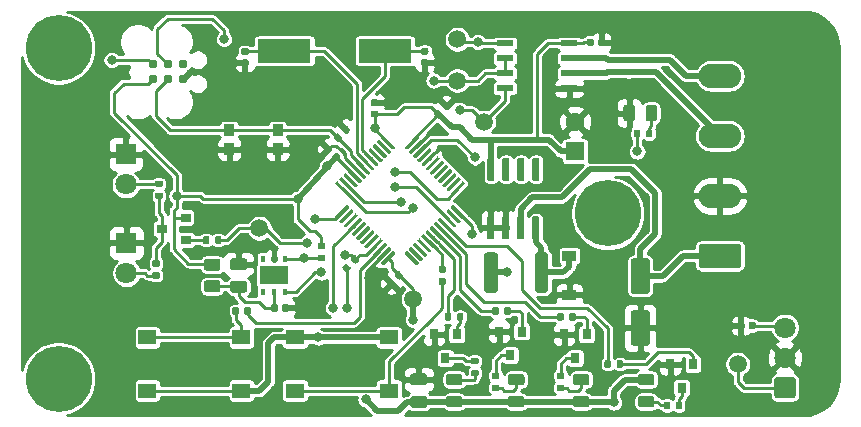
<source format=gbr>
%TF.GenerationSoftware,KiCad,Pcbnew,(5.1.5-0-10_14)*%
%TF.CreationDate,2022-05-02T16:57:52+02:00*%
%TF.ProjectId,PongoIR,506f6e67-6f49-4522-9e6b-696361645f70,rev?*%
%TF.SameCoordinates,Original*%
%TF.FileFunction,Copper,L1,Top*%
%TF.FilePolarity,Positive*%
%FSLAX46Y46*%
G04 Gerber Fmt 4.6, Leading zero omitted, Abs format (unit mm)*
G04 Created by KiCad (PCBNEW (5.1.5-0-10_14)) date 2022-05-02 16:57:52*
%MOMM*%
%LPD*%
G04 APERTURE LIST*
%TA.AperFunction,SMDPad,CuDef*%
%ADD10R,0.900000X0.800000*%
%TD*%
%TA.AperFunction,SMDPad,CuDef*%
%ADD11C,0.100000*%
%TD*%
%TA.AperFunction,SMDPad,CuDef*%
%ADD12R,0.400000X0.600000*%
%TD*%
%TA.AperFunction,SMDPad,CuDef*%
%ADD13R,2.400000X1.500000*%
%TD*%
%TA.AperFunction,SMDPad,CuDef*%
%ADD14R,1.200000X0.900000*%
%TD*%
%TA.AperFunction,ComponentPad*%
%ADD15C,1.600000*%
%TD*%
%TA.AperFunction,ComponentPad*%
%ADD16R,1.600000X1.600000*%
%TD*%
%TA.AperFunction,ComponentPad*%
%ADD17C,5.600000*%
%TD*%
%TA.AperFunction,SMDPad,CuDef*%
%ADD18R,1.550000X1.300000*%
%TD*%
%TA.AperFunction,ComponentPad*%
%ADD19C,1.800000*%
%TD*%
%TA.AperFunction,ComponentPad*%
%ADD20R,1.800000X1.800000*%
%TD*%
%TA.AperFunction,SMDPad,CuDef*%
%ADD21R,4.500000X2.000000*%
%TD*%
%TA.AperFunction,ComponentPad*%
%ADD22C,0.100000*%
%TD*%
%TA.AperFunction,SMDPad,CuDef*%
%ADD23R,1.460500X0.533400*%
%TD*%
%TA.AperFunction,BGAPad,CuDef*%
%ADD24C,1.500000*%
%TD*%
%TA.AperFunction,SMDPad,CuDef*%
%ADD25R,0.900000X1.000000*%
%TD*%
%TA.AperFunction,SMDPad,CuDef*%
%ADD26R,0.800000X0.900000*%
%TD*%
%TA.AperFunction,ComponentPad*%
%ADD27O,3.600000X2.080000*%
%TD*%
%TA.AperFunction,ConnectorPad*%
%ADD28C,0.787400*%
%TD*%
%TA.AperFunction,ViaPad*%
%ADD29C,0.800000*%
%TD*%
%TA.AperFunction,Conductor*%
%ADD30C,0.250000*%
%TD*%
%TA.AperFunction,Conductor*%
%ADD31C,0.508000*%
%TD*%
%TA.AperFunction,Conductor*%
%ADD32C,0.254000*%
%TD*%
G04 APERTURE END LIST*
D10*
%TO.P,Q1,3*%
%TO.N,Net-(Q1-Pad3)*%
X153500000Y-100800000D03*
%TO.P,Q1,2*%
%TO.N,+3V3*%
X155500000Y-99850000D03*
%TO.P,Q1,1*%
%TO.N,Net-(Q1-Pad1)*%
X155500000Y-101750000D03*
%TD*%
%TA.AperFunction,SMDPad,CuDef*%
D11*
%TO.P,R6,2*%
%TO.N,RS485_B*%
G36*
X193198232Y-86220650D02*
G01*
X193211337Y-86222594D01*
X193224188Y-86225813D01*
X193236662Y-86230276D01*
X193248639Y-86235941D01*
X193260002Y-86242752D01*
X193270643Y-86250644D01*
X193280459Y-86259541D01*
X193289356Y-86269357D01*
X193297248Y-86279998D01*
X193304059Y-86291361D01*
X193309724Y-86303338D01*
X193314187Y-86315812D01*
X193317406Y-86328663D01*
X193319350Y-86341768D01*
X193320000Y-86355000D01*
X193320000Y-86625000D01*
X193319350Y-86638232D01*
X193317406Y-86651337D01*
X193314187Y-86664188D01*
X193309724Y-86676662D01*
X193304059Y-86688639D01*
X193297248Y-86700002D01*
X193289356Y-86710643D01*
X193280459Y-86720459D01*
X193270643Y-86729356D01*
X193260002Y-86737248D01*
X193248639Y-86744059D01*
X193236662Y-86749724D01*
X193224188Y-86754187D01*
X193211337Y-86757406D01*
X193198232Y-86759350D01*
X193185000Y-86760000D01*
X192815000Y-86760000D01*
X192801768Y-86759350D01*
X192788663Y-86757406D01*
X192775812Y-86754187D01*
X192763338Y-86749724D01*
X192751361Y-86744059D01*
X192739998Y-86737248D01*
X192729357Y-86729356D01*
X192719541Y-86720459D01*
X192710644Y-86710643D01*
X192702752Y-86700002D01*
X192695941Y-86688639D01*
X192690276Y-86676662D01*
X192685813Y-86664188D01*
X192682594Y-86651337D01*
X192680650Y-86638232D01*
X192680000Y-86625000D01*
X192680000Y-86355000D01*
X192680650Y-86341768D01*
X192682594Y-86328663D01*
X192685813Y-86315812D01*
X192690276Y-86303338D01*
X192695941Y-86291361D01*
X192702752Y-86279998D01*
X192710644Y-86269357D01*
X192719541Y-86259541D01*
X192729357Y-86250644D01*
X192739998Y-86242752D01*
X192751361Y-86235941D01*
X192763338Y-86230276D01*
X192775812Y-86225813D01*
X192788663Y-86222594D01*
X192801768Y-86220650D01*
X192815000Y-86220000D01*
X193185000Y-86220000D01*
X193198232Y-86220650D01*
G37*
%TD.AperFunction*%
%TA.AperFunction,SMDPad,CuDef*%
%TO.P,R6,1*%
%TO.N,RS485_A*%
G36*
X193198232Y-87240650D02*
G01*
X193211337Y-87242594D01*
X193224188Y-87245813D01*
X193236662Y-87250276D01*
X193248639Y-87255941D01*
X193260002Y-87262752D01*
X193270643Y-87270644D01*
X193280459Y-87279541D01*
X193289356Y-87289357D01*
X193297248Y-87299998D01*
X193304059Y-87311361D01*
X193309724Y-87323338D01*
X193314187Y-87335812D01*
X193317406Y-87348663D01*
X193319350Y-87361768D01*
X193320000Y-87375000D01*
X193320000Y-87645000D01*
X193319350Y-87658232D01*
X193317406Y-87671337D01*
X193314187Y-87684188D01*
X193309724Y-87696662D01*
X193304059Y-87708639D01*
X193297248Y-87720002D01*
X193289356Y-87730643D01*
X193280459Y-87740459D01*
X193270643Y-87749356D01*
X193260002Y-87757248D01*
X193248639Y-87764059D01*
X193236662Y-87769724D01*
X193224188Y-87774187D01*
X193211337Y-87777406D01*
X193198232Y-87779350D01*
X193185000Y-87780000D01*
X192815000Y-87780000D01*
X192801768Y-87779350D01*
X192788663Y-87777406D01*
X192775812Y-87774187D01*
X192763338Y-87769724D01*
X192751361Y-87764059D01*
X192739998Y-87757248D01*
X192729357Y-87749356D01*
X192719541Y-87740459D01*
X192710644Y-87730643D01*
X192702752Y-87720002D01*
X192695941Y-87708639D01*
X192690276Y-87696662D01*
X192685813Y-87684188D01*
X192682594Y-87671337D01*
X192680650Y-87658232D01*
X192680000Y-87645000D01*
X192680000Y-87375000D01*
X192680650Y-87361768D01*
X192682594Y-87348663D01*
X192685813Y-87335812D01*
X192690276Y-87323338D01*
X192695941Y-87311361D01*
X192702752Y-87299998D01*
X192710644Y-87289357D01*
X192719541Y-87279541D01*
X192729357Y-87270644D01*
X192739998Y-87262752D01*
X192751361Y-87255941D01*
X192763338Y-87250276D01*
X192775812Y-87245813D01*
X192788663Y-87242594D01*
X192801768Y-87240650D01*
X192815000Y-87240000D01*
X193185000Y-87240000D01*
X193198232Y-87240650D01*
G37*
%TD.AperFunction*%
%TD*%
%TA.AperFunction,SMDPad,CuDef*%
%TO.P,C3,2*%
%TO.N,+3V3*%
G36*
X176903098Y-90730882D02*
G01*
X176916689Y-90732898D01*
X176930016Y-90736236D01*
X176942952Y-90740865D01*
X176955372Y-90746739D01*
X176967156Y-90753802D01*
X176978191Y-90761987D01*
X176988371Y-90771213D01*
X177228787Y-91011629D01*
X177238013Y-91021809D01*
X177246198Y-91032844D01*
X177253261Y-91044628D01*
X177259135Y-91057048D01*
X177263764Y-91069984D01*
X177267102Y-91083311D01*
X177269118Y-91096902D01*
X177269792Y-91110624D01*
X177269118Y-91124346D01*
X177267102Y-91137937D01*
X177263764Y-91151264D01*
X177259135Y-91164200D01*
X177253261Y-91176620D01*
X177246198Y-91188404D01*
X177238013Y-91199439D01*
X177228787Y-91209619D01*
X177030797Y-91407609D01*
X177020617Y-91416835D01*
X177009582Y-91425020D01*
X176997798Y-91432083D01*
X176985378Y-91437957D01*
X176972442Y-91442586D01*
X176959115Y-91445924D01*
X176945524Y-91447940D01*
X176931802Y-91448614D01*
X176918080Y-91447940D01*
X176904489Y-91445924D01*
X176891162Y-91442586D01*
X176878226Y-91437957D01*
X176865806Y-91432083D01*
X176854022Y-91425020D01*
X176842987Y-91416835D01*
X176832807Y-91407609D01*
X176592391Y-91167193D01*
X176583165Y-91157013D01*
X176574980Y-91145978D01*
X176567917Y-91134194D01*
X176562043Y-91121774D01*
X176557414Y-91108838D01*
X176554076Y-91095511D01*
X176552060Y-91081920D01*
X176551386Y-91068198D01*
X176552060Y-91054476D01*
X176554076Y-91040885D01*
X176557414Y-91027558D01*
X176562043Y-91014622D01*
X176567917Y-91002202D01*
X176574980Y-90990418D01*
X176583165Y-90979383D01*
X176592391Y-90969203D01*
X176790381Y-90771213D01*
X176800561Y-90761987D01*
X176811596Y-90753802D01*
X176823380Y-90746739D01*
X176835800Y-90740865D01*
X176848736Y-90736236D01*
X176862063Y-90732898D01*
X176875654Y-90730882D01*
X176889376Y-90730208D01*
X176903098Y-90730882D01*
G37*
%TD.AperFunction*%
%TA.AperFunction,SMDPad,CuDef*%
%TO.P,C3,1*%
%TO.N,GND*%
G36*
X177581920Y-90052060D02*
G01*
X177595511Y-90054076D01*
X177608838Y-90057414D01*
X177621774Y-90062043D01*
X177634194Y-90067917D01*
X177645978Y-90074980D01*
X177657013Y-90083165D01*
X177667193Y-90092391D01*
X177907609Y-90332807D01*
X177916835Y-90342987D01*
X177925020Y-90354022D01*
X177932083Y-90365806D01*
X177937957Y-90378226D01*
X177942586Y-90391162D01*
X177945924Y-90404489D01*
X177947940Y-90418080D01*
X177948614Y-90431802D01*
X177947940Y-90445524D01*
X177945924Y-90459115D01*
X177942586Y-90472442D01*
X177937957Y-90485378D01*
X177932083Y-90497798D01*
X177925020Y-90509582D01*
X177916835Y-90520617D01*
X177907609Y-90530797D01*
X177709619Y-90728787D01*
X177699439Y-90738013D01*
X177688404Y-90746198D01*
X177676620Y-90753261D01*
X177664200Y-90759135D01*
X177651264Y-90763764D01*
X177637937Y-90767102D01*
X177624346Y-90769118D01*
X177610624Y-90769792D01*
X177596902Y-90769118D01*
X177583311Y-90767102D01*
X177569984Y-90763764D01*
X177557048Y-90759135D01*
X177544628Y-90753261D01*
X177532844Y-90746198D01*
X177521809Y-90738013D01*
X177511629Y-90728787D01*
X177271213Y-90488371D01*
X177261987Y-90478191D01*
X177253802Y-90467156D01*
X177246739Y-90455372D01*
X177240865Y-90442952D01*
X177236236Y-90430016D01*
X177232898Y-90416689D01*
X177230882Y-90403098D01*
X177230208Y-90389376D01*
X177230882Y-90375654D01*
X177232898Y-90362063D01*
X177236236Y-90348736D01*
X177240865Y-90335800D01*
X177246739Y-90323380D01*
X177253802Y-90311596D01*
X177261987Y-90300561D01*
X177271213Y-90290381D01*
X177469203Y-90092391D01*
X177479383Y-90083165D01*
X177490418Y-90074980D01*
X177502202Y-90067917D01*
X177514622Y-90062043D01*
X177527558Y-90057414D01*
X177540885Y-90054076D01*
X177554476Y-90052060D01*
X177568198Y-90051386D01*
X177581920Y-90052060D01*
G37*
%TD.AperFunction*%
%TD*%
%TA.AperFunction,SMDPad,CuDef*%
%TO.P,R17,2*%
%TO.N,/I2C_SCL*%
G36*
X169838501Y-103028752D02*
G01*
X169851606Y-103030696D01*
X169864457Y-103033915D01*
X169876931Y-103038378D01*
X169888908Y-103044043D01*
X169900271Y-103050854D01*
X169910912Y-103058746D01*
X169920728Y-103067643D01*
X170182357Y-103329272D01*
X170191254Y-103339088D01*
X170199146Y-103349729D01*
X170205957Y-103361092D01*
X170211622Y-103373069D01*
X170216085Y-103385543D01*
X170219304Y-103398394D01*
X170221248Y-103411499D01*
X170221898Y-103424731D01*
X170221248Y-103437963D01*
X170219304Y-103451068D01*
X170216085Y-103463919D01*
X170211622Y-103476393D01*
X170205957Y-103488370D01*
X170199146Y-103499733D01*
X170191254Y-103510374D01*
X170182357Y-103520190D01*
X169991438Y-103711109D01*
X169981622Y-103720006D01*
X169970981Y-103727898D01*
X169959618Y-103734709D01*
X169947641Y-103740374D01*
X169935167Y-103744837D01*
X169922316Y-103748056D01*
X169909211Y-103750000D01*
X169895979Y-103750650D01*
X169882747Y-103750000D01*
X169869642Y-103748056D01*
X169856791Y-103744837D01*
X169844317Y-103740374D01*
X169832340Y-103734709D01*
X169820977Y-103727898D01*
X169810336Y-103720006D01*
X169800520Y-103711109D01*
X169538891Y-103449480D01*
X169529994Y-103439664D01*
X169522102Y-103429023D01*
X169515291Y-103417660D01*
X169509626Y-103405683D01*
X169505163Y-103393209D01*
X169501944Y-103380358D01*
X169500000Y-103367253D01*
X169499350Y-103354021D01*
X169500000Y-103340789D01*
X169501944Y-103327684D01*
X169505163Y-103314833D01*
X169509626Y-103302359D01*
X169515291Y-103290382D01*
X169522102Y-103279019D01*
X169529994Y-103268378D01*
X169538891Y-103258562D01*
X169729810Y-103067643D01*
X169739626Y-103058746D01*
X169750267Y-103050854D01*
X169761630Y-103044043D01*
X169773607Y-103038378D01*
X169786081Y-103033915D01*
X169798932Y-103030696D01*
X169812037Y-103028752D01*
X169825269Y-103028102D01*
X169838501Y-103028752D01*
G37*
%TD.AperFunction*%
%TA.AperFunction,SMDPad,CuDef*%
%TO.P,R17,1*%
%TO.N,+3V3*%
G36*
X169117253Y-103750000D02*
G01*
X169130358Y-103751944D01*
X169143209Y-103755163D01*
X169155683Y-103759626D01*
X169167660Y-103765291D01*
X169179023Y-103772102D01*
X169189664Y-103779994D01*
X169199480Y-103788891D01*
X169461109Y-104050520D01*
X169470006Y-104060336D01*
X169477898Y-104070977D01*
X169484709Y-104082340D01*
X169490374Y-104094317D01*
X169494837Y-104106791D01*
X169498056Y-104119642D01*
X169500000Y-104132747D01*
X169500650Y-104145979D01*
X169500000Y-104159211D01*
X169498056Y-104172316D01*
X169494837Y-104185167D01*
X169490374Y-104197641D01*
X169484709Y-104209618D01*
X169477898Y-104220981D01*
X169470006Y-104231622D01*
X169461109Y-104241438D01*
X169270190Y-104432357D01*
X169260374Y-104441254D01*
X169249733Y-104449146D01*
X169238370Y-104455957D01*
X169226393Y-104461622D01*
X169213919Y-104466085D01*
X169201068Y-104469304D01*
X169187963Y-104471248D01*
X169174731Y-104471898D01*
X169161499Y-104471248D01*
X169148394Y-104469304D01*
X169135543Y-104466085D01*
X169123069Y-104461622D01*
X169111092Y-104455957D01*
X169099729Y-104449146D01*
X169089088Y-104441254D01*
X169079272Y-104432357D01*
X168817643Y-104170728D01*
X168808746Y-104160912D01*
X168800854Y-104150271D01*
X168794043Y-104138908D01*
X168788378Y-104126931D01*
X168783915Y-104114457D01*
X168780696Y-104101606D01*
X168778752Y-104088501D01*
X168778102Y-104075269D01*
X168778752Y-104062037D01*
X168780696Y-104048932D01*
X168783915Y-104036081D01*
X168788378Y-104023607D01*
X168794043Y-104011630D01*
X168800854Y-104000267D01*
X168808746Y-103989626D01*
X168817643Y-103979810D01*
X169008562Y-103788891D01*
X169018378Y-103779994D01*
X169029019Y-103772102D01*
X169040382Y-103765291D01*
X169052359Y-103759626D01*
X169064833Y-103755163D01*
X169077684Y-103751944D01*
X169090789Y-103750000D01*
X169104021Y-103749350D01*
X169117253Y-103750000D01*
G37*
%TD.AperFunction*%
%TD*%
%TA.AperFunction,SMDPad,CuDef*%
%TO.P,R16,2*%
%TO.N,/I2C_SDA*%
G36*
X167198232Y-102990650D02*
G01*
X167211337Y-102992594D01*
X167224188Y-102995813D01*
X167236662Y-103000276D01*
X167248639Y-103005941D01*
X167260002Y-103012752D01*
X167270643Y-103020644D01*
X167280459Y-103029541D01*
X167289356Y-103039357D01*
X167297248Y-103049998D01*
X167304059Y-103061361D01*
X167309724Y-103073338D01*
X167314187Y-103085812D01*
X167317406Y-103098663D01*
X167319350Y-103111768D01*
X167320000Y-103125000D01*
X167320000Y-103395000D01*
X167319350Y-103408232D01*
X167317406Y-103421337D01*
X167314187Y-103434188D01*
X167309724Y-103446662D01*
X167304059Y-103458639D01*
X167297248Y-103470002D01*
X167289356Y-103480643D01*
X167280459Y-103490459D01*
X167270643Y-103499356D01*
X167260002Y-103507248D01*
X167248639Y-103514059D01*
X167236662Y-103519724D01*
X167224188Y-103524187D01*
X167211337Y-103527406D01*
X167198232Y-103529350D01*
X167185000Y-103530000D01*
X166815000Y-103530000D01*
X166801768Y-103529350D01*
X166788663Y-103527406D01*
X166775812Y-103524187D01*
X166763338Y-103519724D01*
X166751361Y-103514059D01*
X166739998Y-103507248D01*
X166729357Y-103499356D01*
X166719541Y-103490459D01*
X166710644Y-103480643D01*
X166702752Y-103470002D01*
X166695941Y-103458639D01*
X166690276Y-103446662D01*
X166685813Y-103434188D01*
X166682594Y-103421337D01*
X166680650Y-103408232D01*
X166680000Y-103395000D01*
X166680000Y-103125000D01*
X166680650Y-103111768D01*
X166682594Y-103098663D01*
X166685813Y-103085812D01*
X166690276Y-103073338D01*
X166695941Y-103061361D01*
X166702752Y-103049998D01*
X166710644Y-103039357D01*
X166719541Y-103029541D01*
X166729357Y-103020644D01*
X166739998Y-103012752D01*
X166751361Y-103005941D01*
X166763338Y-103000276D01*
X166775812Y-102995813D01*
X166788663Y-102992594D01*
X166801768Y-102990650D01*
X166815000Y-102990000D01*
X167185000Y-102990000D01*
X167198232Y-102990650D01*
G37*
%TD.AperFunction*%
%TA.AperFunction,SMDPad,CuDef*%
%TO.P,R16,1*%
%TO.N,+3V3*%
G36*
X167198232Y-101970650D02*
G01*
X167211337Y-101972594D01*
X167224188Y-101975813D01*
X167236662Y-101980276D01*
X167248639Y-101985941D01*
X167260002Y-101992752D01*
X167270643Y-102000644D01*
X167280459Y-102009541D01*
X167289356Y-102019357D01*
X167297248Y-102029998D01*
X167304059Y-102041361D01*
X167309724Y-102053338D01*
X167314187Y-102065812D01*
X167317406Y-102078663D01*
X167319350Y-102091768D01*
X167320000Y-102105000D01*
X167320000Y-102375000D01*
X167319350Y-102388232D01*
X167317406Y-102401337D01*
X167314187Y-102414188D01*
X167309724Y-102426662D01*
X167304059Y-102438639D01*
X167297248Y-102450002D01*
X167289356Y-102460643D01*
X167280459Y-102470459D01*
X167270643Y-102479356D01*
X167260002Y-102487248D01*
X167248639Y-102494059D01*
X167236662Y-102499724D01*
X167224188Y-102504187D01*
X167211337Y-102507406D01*
X167198232Y-102509350D01*
X167185000Y-102510000D01*
X166815000Y-102510000D01*
X166801768Y-102509350D01*
X166788663Y-102507406D01*
X166775812Y-102504187D01*
X166763338Y-102499724D01*
X166751361Y-102494059D01*
X166739998Y-102487248D01*
X166729357Y-102479356D01*
X166719541Y-102470459D01*
X166710644Y-102460643D01*
X166702752Y-102450002D01*
X166695941Y-102438639D01*
X166690276Y-102426662D01*
X166685813Y-102414188D01*
X166682594Y-102401337D01*
X166680650Y-102388232D01*
X166680000Y-102375000D01*
X166680000Y-102105000D01*
X166680650Y-102091768D01*
X166682594Y-102078663D01*
X166685813Y-102065812D01*
X166690276Y-102053338D01*
X166695941Y-102041361D01*
X166702752Y-102029998D01*
X166710644Y-102019357D01*
X166719541Y-102009541D01*
X166729357Y-102000644D01*
X166739998Y-101992752D01*
X166751361Y-101985941D01*
X166763338Y-101980276D01*
X166775812Y-101975813D01*
X166788663Y-101972594D01*
X166801768Y-101970650D01*
X166815000Y-101970000D01*
X167185000Y-101970000D01*
X167198232Y-101970650D01*
G37*
%TD.AperFunction*%
%TD*%
D12*
%TO.P,U5,6*%
%TO.N,/I2C_SCL*%
X163950000Y-106150000D03*
%TO.P,U5,5*%
%TO.N,Net-(C13-Pad2)*%
X163000000Y-106150000D03*
%TO.P,U5,4*%
%TO.N,Net-(U5-Pad4)*%
X162050000Y-106150000D03*
%TO.P,U5,3*%
%TO.N,Net-(U5-Pad3)*%
X162050000Y-103350000D03*
%TO.P,U5,2*%
%TO.N,GND*%
X163000000Y-103350000D03*
%TO.P,U5,1*%
%TO.N,/I2C_SDA*%
X163950000Y-103350000D03*
D13*
%TO.P,U5,7*%
%TO.N,Net-(U5-Pad7)*%
X163000000Y-104750000D03*
%TD*%
%TA.AperFunction,SMDPad,CuDef*%
D11*
%TO.P,FB1,2*%
%TO.N,Net-(C13-Pad2)*%
G36*
X158224505Y-105151204D02*
G01*
X158248773Y-105154804D01*
X158272572Y-105160765D01*
X158295671Y-105169030D01*
X158317850Y-105179520D01*
X158338893Y-105192132D01*
X158358599Y-105206747D01*
X158376777Y-105223223D01*
X158393253Y-105241401D01*
X158407868Y-105261107D01*
X158420480Y-105282150D01*
X158430970Y-105304329D01*
X158439235Y-105327428D01*
X158445196Y-105351227D01*
X158448796Y-105375495D01*
X158450000Y-105399999D01*
X158450000Y-105925001D01*
X158448796Y-105949505D01*
X158445196Y-105973773D01*
X158439235Y-105997572D01*
X158430970Y-106020671D01*
X158420480Y-106042850D01*
X158407868Y-106063893D01*
X158393253Y-106083599D01*
X158376777Y-106101777D01*
X158358599Y-106118253D01*
X158338893Y-106132868D01*
X158317850Y-106145480D01*
X158295671Y-106155970D01*
X158272572Y-106164235D01*
X158248773Y-106170196D01*
X158224505Y-106173796D01*
X158200001Y-106175000D01*
X157299999Y-106175000D01*
X157275495Y-106173796D01*
X157251227Y-106170196D01*
X157227428Y-106164235D01*
X157204329Y-106155970D01*
X157182150Y-106145480D01*
X157161107Y-106132868D01*
X157141401Y-106118253D01*
X157123223Y-106101777D01*
X157106747Y-106083599D01*
X157092132Y-106063893D01*
X157079520Y-106042850D01*
X157069030Y-106020671D01*
X157060765Y-105997572D01*
X157054804Y-105973773D01*
X157051204Y-105949505D01*
X157050000Y-105925001D01*
X157050000Y-105399999D01*
X157051204Y-105375495D01*
X157054804Y-105351227D01*
X157060765Y-105327428D01*
X157069030Y-105304329D01*
X157079520Y-105282150D01*
X157092132Y-105261107D01*
X157106747Y-105241401D01*
X157123223Y-105223223D01*
X157141401Y-105206747D01*
X157161107Y-105192132D01*
X157182150Y-105179520D01*
X157204329Y-105169030D01*
X157227428Y-105160765D01*
X157251227Y-105154804D01*
X157275495Y-105151204D01*
X157299999Y-105150000D01*
X158200001Y-105150000D01*
X158224505Y-105151204D01*
G37*
%TD.AperFunction*%
%TA.AperFunction,SMDPad,CuDef*%
%TO.P,FB1,1*%
%TO.N,+3V3*%
G36*
X158224505Y-103326204D02*
G01*
X158248773Y-103329804D01*
X158272572Y-103335765D01*
X158295671Y-103344030D01*
X158317850Y-103354520D01*
X158338893Y-103367132D01*
X158358599Y-103381747D01*
X158376777Y-103398223D01*
X158393253Y-103416401D01*
X158407868Y-103436107D01*
X158420480Y-103457150D01*
X158430970Y-103479329D01*
X158439235Y-103502428D01*
X158445196Y-103526227D01*
X158448796Y-103550495D01*
X158450000Y-103574999D01*
X158450000Y-104100001D01*
X158448796Y-104124505D01*
X158445196Y-104148773D01*
X158439235Y-104172572D01*
X158430970Y-104195671D01*
X158420480Y-104217850D01*
X158407868Y-104238893D01*
X158393253Y-104258599D01*
X158376777Y-104276777D01*
X158358599Y-104293253D01*
X158338893Y-104307868D01*
X158317850Y-104320480D01*
X158295671Y-104330970D01*
X158272572Y-104339235D01*
X158248773Y-104345196D01*
X158224505Y-104348796D01*
X158200001Y-104350000D01*
X157299999Y-104350000D01*
X157275495Y-104348796D01*
X157251227Y-104345196D01*
X157227428Y-104339235D01*
X157204329Y-104330970D01*
X157182150Y-104320480D01*
X157161107Y-104307868D01*
X157141401Y-104293253D01*
X157123223Y-104276777D01*
X157106747Y-104258599D01*
X157092132Y-104238893D01*
X157079520Y-104217850D01*
X157069030Y-104195671D01*
X157060765Y-104172572D01*
X157054804Y-104148773D01*
X157051204Y-104124505D01*
X157050000Y-104100001D01*
X157050000Y-103574999D01*
X157051204Y-103550495D01*
X157054804Y-103526227D01*
X157060765Y-103502428D01*
X157069030Y-103479329D01*
X157079520Y-103457150D01*
X157092132Y-103436107D01*
X157106747Y-103416401D01*
X157123223Y-103398223D01*
X157141401Y-103381747D01*
X157161107Y-103367132D01*
X157182150Y-103354520D01*
X157204329Y-103344030D01*
X157227428Y-103335765D01*
X157251227Y-103329804D01*
X157275495Y-103326204D01*
X157299999Y-103325000D01*
X158200001Y-103325000D01*
X158224505Y-103326204D01*
G37*
%TD.AperFunction*%
%TD*%
%TA.AperFunction,SMDPad,CuDef*%
%TO.P,C14,2*%
%TO.N,Net-(C13-Pad2)*%
G36*
X163173722Y-107190674D02*
G01*
X163187313Y-107192690D01*
X163200640Y-107196028D01*
X163213576Y-107200657D01*
X163225996Y-107206531D01*
X163237780Y-107213594D01*
X163248815Y-107221779D01*
X163258995Y-107231005D01*
X163268221Y-107241185D01*
X163276406Y-107252220D01*
X163283469Y-107264004D01*
X163289343Y-107276424D01*
X163293972Y-107289360D01*
X163297310Y-107302687D01*
X163299326Y-107316278D01*
X163300000Y-107330000D01*
X163300000Y-107670000D01*
X163299326Y-107683722D01*
X163297310Y-107697313D01*
X163293972Y-107710640D01*
X163289343Y-107723576D01*
X163283469Y-107735996D01*
X163276406Y-107747780D01*
X163268221Y-107758815D01*
X163258995Y-107768995D01*
X163248815Y-107778221D01*
X163237780Y-107786406D01*
X163225996Y-107793469D01*
X163213576Y-107799343D01*
X163200640Y-107803972D01*
X163187313Y-107807310D01*
X163173722Y-107809326D01*
X163160000Y-107810000D01*
X162880000Y-107810000D01*
X162866278Y-107809326D01*
X162852687Y-107807310D01*
X162839360Y-107803972D01*
X162826424Y-107799343D01*
X162814004Y-107793469D01*
X162802220Y-107786406D01*
X162791185Y-107778221D01*
X162781005Y-107768995D01*
X162771779Y-107758815D01*
X162763594Y-107747780D01*
X162756531Y-107735996D01*
X162750657Y-107723576D01*
X162746028Y-107710640D01*
X162742690Y-107697313D01*
X162740674Y-107683722D01*
X162740000Y-107670000D01*
X162740000Y-107330000D01*
X162740674Y-107316278D01*
X162742690Y-107302687D01*
X162746028Y-107289360D01*
X162750657Y-107276424D01*
X162756531Y-107264004D01*
X162763594Y-107252220D01*
X162771779Y-107241185D01*
X162781005Y-107231005D01*
X162791185Y-107221779D01*
X162802220Y-107213594D01*
X162814004Y-107206531D01*
X162826424Y-107200657D01*
X162839360Y-107196028D01*
X162852687Y-107192690D01*
X162866278Y-107190674D01*
X162880000Y-107190000D01*
X163160000Y-107190000D01*
X163173722Y-107190674D01*
G37*
%TD.AperFunction*%
%TA.AperFunction,SMDPad,CuDef*%
%TO.P,C14,1*%
%TO.N,GND*%
G36*
X164133722Y-107190674D02*
G01*
X164147313Y-107192690D01*
X164160640Y-107196028D01*
X164173576Y-107200657D01*
X164185996Y-107206531D01*
X164197780Y-107213594D01*
X164208815Y-107221779D01*
X164218995Y-107231005D01*
X164228221Y-107241185D01*
X164236406Y-107252220D01*
X164243469Y-107264004D01*
X164249343Y-107276424D01*
X164253972Y-107289360D01*
X164257310Y-107302687D01*
X164259326Y-107316278D01*
X164260000Y-107330000D01*
X164260000Y-107670000D01*
X164259326Y-107683722D01*
X164257310Y-107697313D01*
X164253972Y-107710640D01*
X164249343Y-107723576D01*
X164243469Y-107735996D01*
X164236406Y-107747780D01*
X164228221Y-107758815D01*
X164218995Y-107768995D01*
X164208815Y-107778221D01*
X164197780Y-107786406D01*
X164185996Y-107793469D01*
X164173576Y-107799343D01*
X164160640Y-107803972D01*
X164147313Y-107807310D01*
X164133722Y-107809326D01*
X164120000Y-107810000D01*
X163840000Y-107810000D01*
X163826278Y-107809326D01*
X163812687Y-107807310D01*
X163799360Y-107803972D01*
X163786424Y-107799343D01*
X163774004Y-107793469D01*
X163762220Y-107786406D01*
X163751185Y-107778221D01*
X163741005Y-107768995D01*
X163731779Y-107758815D01*
X163723594Y-107747780D01*
X163716531Y-107735996D01*
X163710657Y-107723576D01*
X163706028Y-107710640D01*
X163702690Y-107697313D01*
X163700674Y-107683722D01*
X163700000Y-107670000D01*
X163700000Y-107330000D01*
X163700674Y-107316278D01*
X163702690Y-107302687D01*
X163706028Y-107289360D01*
X163710657Y-107276424D01*
X163716531Y-107264004D01*
X163723594Y-107252220D01*
X163731779Y-107241185D01*
X163741005Y-107231005D01*
X163751185Y-107221779D01*
X163762220Y-107213594D01*
X163774004Y-107206531D01*
X163786424Y-107200657D01*
X163799360Y-107196028D01*
X163812687Y-107192690D01*
X163826278Y-107190674D01*
X163840000Y-107190000D01*
X164120000Y-107190000D01*
X164133722Y-107190674D01*
G37*
%TD.AperFunction*%
%TD*%
%TA.AperFunction,SMDPad,CuDef*%
%TO.P,C13,2*%
%TO.N,Net-(C13-Pad2)*%
G36*
X160499504Y-105201204D02*
G01*
X160523773Y-105204804D01*
X160547571Y-105210765D01*
X160570671Y-105219030D01*
X160592849Y-105229520D01*
X160613893Y-105242133D01*
X160633598Y-105256747D01*
X160651777Y-105273223D01*
X160668253Y-105291402D01*
X160682867Y-105311107D01*
X160695480Y-105332151D01*
X160705970Y-105354329D01*
X160714235Y-105377429D01*
X160720196Y-105401227D01*
X160723796Y-105425496D01*
X160725000Y-105450000D01*
X160725000Y-105950000D01*
X160723796Y-105974504D01*
X160720196Y-105998773D01*
X160714235Y-106022571D01*
X160705970Y-106045671D01*
X160695480Y-106067849D01*
X160682867Y-106088893D01*
X160668253Y-106108598D01*
X160651777Y-106126777D01*
X160633598Y-106143253D01*
X160613893Y-106157867D01*
X160592849Y-106170480D01*
X160570671Y-106180970D01*
X160547571Y-106189235D01*
X160523773Y-106195196D01*
X160499504Y-106198796D01*
X160475000Y-106200000D01*
X159525000Y-106200000D01*
X159500496Y-106198796D01*
X159476227Y-106195196D01*
X159452429Y-106189235D01*
X159429329Y-106180970D01*
X159407151Y-106170480D01*
X159386107Y-106157867D01*
X159366402Y-106143253D01*
X159348223Y-106126777D01*
X159331747Y-106108598D01*
X159317133Y-106088893D01*
X159304520Y-106067849D01*
X159294030Y-106045671D01*
X159285765Y-106022571D01*
X159279804Y-105998773D01*
X159276204Y-105974504D01*
X159275000Y-105950000D01*
X159275000Y-105450000D01*
X159276204Y-105425496D01*
X159279804Y-105401227D01*
X159285765Y-105377429D01*
X159294030Y-105354329D01*
X159304520Y-105332151D01*
X159317133Y-105311107D01*
X159331747Y-105291402D01*
X159348223Y-105273223D01*
X159366402Y-105256747D01*
X159386107Y-105242133D01*
X159407151Y-105229520D01*
X159429329Y-105219030D01*
X159452429Y-105210765D01*
X159476227Y-105204804D01*
X159500496Y-105201204D01*
X159525000Y-105200000D01*
X160475000Y-105200000D01*
X160499504Y-105201204D01*
G37*
%TD.AperFunction*%
%TA.AperFunction,SMDPad,CuDef*%
%TO.P,C13,1*%
%TO.N,GND*%
G36*
X160499504Y-103301204D02*
G01*
X160523773Y-103304804D01*
X160547571Y-103310765D01*
X160570671Y-103319030D01*
X160592849Y-103329520D01*
X160613893Y-103342133D01*
X160633598Y-103356747D01*
X160651777Y-103373223D01*
X160668253Y-103391402D01*
X160682867Y-103411107D01*
X160695480Y-103432151D01*
X160705970Y-103454329D01*
X160714235Y-103477429D01*
X160720196Y-103501227D01*
X160723796Y-103525496D01*
X160725000Y-103550000D01*
X160725000Y-104050000D01*
X160723796Y-104074504D01*
X160720196Y-104098773D01*
X160714235Y-104122571D01*
X160705970Y-104145671D01*
X160695480Y-104167849D01*
X160682867Y-104188893D01*
X160668253Y-104208598D01*
X160651777Y-104226777D01*
X160633598Y-104243253D01*
X160613893Y-104257867D01*
X160592849Y-104270480D01*
X160570671Y-104280970D01*
X160547571Y-104289235D01*
X160523773Y-104295196D01*
X160499504Y-104298796D01*
X160475000Y-104300000D01*
X159525000Y-104300000D01*
X159500496Y-104298796D01*
X159476227Y-104295196D01*
X159452429Y-104289235D01*
X159429329Y-104280970D01*
X159407151Y-104270480D01*
X159386107Y-104257867D01*
X159366402Y-104243253D01*
X159348223Y-104226777D01*
X159331747Y-104208598D01*
X159317133Y-104188893D01*
X159304520Y-104167849D01*
X159294030Y-104145671D01*
X159285765Y-104122571D01*
X159279804Y-104098773D01*
X159276204Y-104074504D01*
X159275000Y-104050000D01*
X159275000Y-103550000D01*
X159276204Y-103525496D01*
X159279804Y-103501227D01*
X159285765Y-103477429D01*
X159294030Y-103454329D01*
X159304520Y-103432151D01*
X159317133Y-103411107D01*
X159331747Y-103391402D01*
X159348223Y-103373223D01*
X159366402Y-103356747D01*
X159386107Y-103342133D01*
X159407151Y-103329520D01*
X159429329Y-103319030D01*
X159452429Y-103310765D01*
X159476227Y-103304804D01*
X159500496Y-103301204D01*
X159525000Y-103300000D01*
X160475000Y-103300000D01*
X160499504Y-103301204D01*
G37*
%TD.AperFunction*%
%TD*%
%TA.AperFunction,SMDPad,CuDef*%
%TO.P,L1,2*%
%TO.N,+3V3*%
G36*
X181699506Y-102801204D02*
G01*
X181723774Y-102804804D01*
X181747573Y-102810765D01*
X181770672Y-102819030D01*
X181792850Y-102829519D01*
X181813893Y-102842132D01*
X181833599Y-102856747D01*
X181851777Y-102873223D01*
X181868253Y-102891401D01*
X181882868Y-102911107D01*
X181895481Y-102932150D01*
X181905970Y-102954328D01*
X181914235Y-102977427D01*
X181920196Y-103001226D01*
X181923796Y-103025494D01*
X181925000Y-103049998D01*
X181925000Y-105950002D01*
X181923796Y-105974506D01*
X181920196Y-105998774D01*
X181914235Y-106022573D01*
X181905970Y-106045672D01*
X181895481Y-106067850D01*
X181882868Y-106088893D01*
X181868253Y-106108599D01*
X181851777Y-106126777D01*
X181833599Y-106143253D01*
X181813893Y-106157868D01*
X181792850Y-106170481D01*
X181770672Y-106180970D01*
X181747573Y-106189235D01*
X181723774Y-106195196D01*
X181699506Y-106198796D01*
X181675002Y-106200000D01*
X181049998Y-106200000D01*
X181025494Y-106198796D01*
X181001226Y-106195196D01*
X180977427Y-106189235D01*
X180954328Y-106180970D01*
X180932150Y-106170481D01*
X180911107Y-106157868D01*
X180891401Y-106143253D01*
X180873223Y-106126777D01*
X180856747Y-106108599D01*
X180842132Y-106088893D01*
X180829519Y-106067850D01*
X180819030Y-106045672D01*
X180810765Y-106022573D01*
X180804804Y-105998774D01*
X180801204Y-105974506D01*
X180800000Y-105950002D01*
X180800000Y-103049998D01*
X180801204Y-103025494D01*
X180804804Y-103001226D01*
X180810765Y-102977427D01*
X180819030Y-102954328D01*
X180829519Y-102932150D01*
X180842132Y-102911107D01*
X180856747Y-102891401D01*
X180873223Y-102873223D01*
X180891401Y-102856747D01*
X180911107Y-102842132D01*
X180932150Y-102829519D01*
X180954328Y-102819030D01*
X180977427Y-102810765D01*
X181001226Y-102804804D01*
X181025494Y-102801204D01*
X181049998Y-102800000D01*
X181675002Y-102800000D01*
X181699506Y-102801204D01*
G37*
%TD.AperFunction*%
%TA.AperFunction,SMDPad,CuDef*%
%TO.P,L1,1*%
%TO.N,Net-(D3-Pad1)*%
G36*
X185974506Y-102801204D02*
G01*
X185998774Y-102804804D01*
X186022573Y-102810765D01*
X186045672Y-102819030D01*
X186067850Y-102829519D01*
X186088893Y-102842132D01*
X186108599Y-102856747D01*
X186126777Y-102873223D01*
X186143253Y-102891401D01*
X186157868Y-102911107D01*
X186170481Y-102932150D01*
X186180970Y-102954328D01*
X186189235Y-102977427D01*
X186195196Y-103001226D01*
X186198796Y-103025494D01*
X186200000Y-103049998D01*
X186200000Y-105950002D01*
X186198796Y-105974506D01*
X186195196Y-105998774D01*
X186189235Y-106022573D01*
X186180970Y-106045672D01*
X186170481Y-106067850D01*
X186157868Y-106088893D01*
X186143253Y-106108599D01*
X186126777Y-106126777D01*
X186108599Y-106143253D01*
X186088893Y-106157868D01*
X186067850Y-106170481D01*
X186045672Y-106180970D01*
X186022573Y-106189235D01*
X185998774Y-106195196D01*
X185974506Y-106198796D01*
X185950002Y-106200000D01*
X185324998Y-106200000D01*
X185300494Y-106198796D01*
X185276226Y-106195196D01*
X185252427Y-106189235D01*
X185229328Y-106180970D01*
X185207150Y-106170481D01*
X185186107Y-106157868D01*
X185166401Y-106143253D01*
X185148223Y-106126777D01*
X185131747Y-106108599D01*
X185117132Y-106088893D01*
X185104519Y-106067850D01*
X185094030Y-106045672D01*
X185085765Y-106022573D01*
X185079804Y-105998774D01*
X185076204Y-105974506D01*
X185075000Y-105950002D01*
X185075000Y-103049998D01*
X185076204Y-103025494D01*
X185079804Y-103001226D01*
X185085765Y-102977427D01*
X185094030Y-102954328D01*
X185104519Y-102932150D01*
X185117132Y-102911107D01*
X185131747Y-102891401D01*
X185148223Y-102873223D01*
X185166401Y-102856747D01*
X185186107Y-102842132D01*
X185207150Y-102829519D01*
X185229328Y-102819030D01*
X185252427Y-102810765D01*
X185276226Y-102804804D01*
X185300494Y-102801204D01*
X185324998Y-102800000D01*
X185950002Y-102800000D01*
X185974506Y-102801204D01*
G37*
%TD.AperFunction*%
%TD*%
D14*
%TO.P,D3,2*%
%TO.N,GND*%
X188000000Y-106400000D03*
%TO.P,D3,1*%
%TO.N,Net-(D3-Pad1)*%
X188000000Y-103100000D03*
%TD*%
D15*
%TO.P,C11,2*%
%TO.N,GND*%
X188500000Y-91750000D03*
D16*
%TO.P,C11,1*%
%TO.N,+3V3*%
X188500000Y-94250000D03*
%TD*%
D17*
%TO.P,H3,1*%
%TO.N,N/C*%
X191250000Y-99500000D03*
%TD*%
%TO.P,H2,1*%
%TO.N,N/C*%
X144750000Y-113500000D03*
%TD*%
%TO.P,H1,1*%
%TO.N,N/C*%
X144750000Y-85500000D03*
%TD*%
D18*
%TO.P,SW3,2*%
%TO.N,Net-(R5-Pad2)*%
X152275000Y-110000000D03*
%TO.P,SW3,1*%
%TO.N,+3V3*%
X152275000Y-114500000D03*
X160225000Y-114500000D03*
%TO.P,SW3,2*%
%TO.N,Net-(R5-Pad2)*%
X160225000Y-110000000D03*
%TD*%
%TA.AperFunction,SMDPad,CuDef*%
D11*
%TO.P,R5,2*%
%TO.N,Net-(R5-Pad2)*%
G36*
X159888232Y-107430650D02*
G01*
X159901337Y-107432594D01*
X159914188Y-107435813D01*
X159926662Y-107440276D01*
X159938639Y-107445941D01*
X159950002Y-107452752D01*
X159960643Y-107460644D01*
X159970459Y-107469541D01*
X159979356Y-107479357D01*
X159987248Y-107489998D01*
X159994059Y-107501361D01*
X159999724Y-107513338D01*
X160004187Y-107525812D01*
X160007406Y-107538663D01*
X160009350Y-107551768D01*
X160010000Y-107565000D01*
X160010000Y-107935000D01*
X160009350Y-107948232D01*
X160007406Y-107961337D01*
X160004187Y-107974188D01*
X159999724Y-107986662D01*
X159994059Y-107998639D01*
X159987248Y-108010002D01*
X159979356Y-108020643D01*
X159970459Y-108030459D01*
X159960643Y-108039356D01*
X159950002Y-108047248D01*
X159938639Y-108054059D01*
X159926662Y-108059724D01*
X159914188Y-108064187D01*
X159901337Y-108067406D01*
X159888232Y-108069350D01*
X159875000Y-108070000D01*
X159605000Y-108070000D01*
X159591768Y-108069350D01*
X159578663Y-108067406D01*
X159565812Y-108064187D01*
X159553338Y-108059724D01*
X159541361Y-108054059D01*
X159529998Y-108047248D01*
X159519357Y-108039356D01*
X159509541Y-108030459D01*
X159500644Y-108020643D01*
X159492752Y-108010002D01*
X159485941Y-107998639D01*
X159480276Y-107986662D01*
X159475813Y-107974188D01*
X159472594Y-107961337D01*
X159470650Y-107948232D01*
X159470000Y-107935000D01*
X159470000Y-107565000D01*
X159470650Y-107551768D01*
X159472594Y-107538663D01*
X159475813Y-107525812D01*
X159480276Y-107513338D01*
X159485941Y-107501361D01*
X159492752Y-107489998D01*
X159500644Y-107479357D01*
X159509541Y-107469541D01*
X159519357Y-107460644D01*
X159529998Y-107452752D01*
X159541361Y-107445941D01*
X159553338Y-107440276D01*
X159565812Y-107435813D01*
X159578663Y-107432594D01*
X159591768Y-107430650D01*
X159605000Y-107430000D01*
X159875000Y-107430000D01*
X159888232Y-107430650D01*
G37*
%TD.AperFunction*%
%TA.AperFunction,SMDPad,CuDef*%
%TO.P,R5,1*%
%TO.N,/SW_SHUFFLE*%
G36*
X160908232Y-107430650D02*
G01*
X160921337Y-107432594D01*
X160934188Y-107435813D01*
X160946662Y-107440276D01*
X160958639Y-107445941D01*
X160970002Y-107452752D01*
X160980643Y-107460644D01*
X160990459Y-107469541D01*
X160999356Y-107479357D01*
X161007248Y-107489998D01*
X161014059Y-107501361D01*
X161019724Y-107513338D01*
X161024187Y-107525812D01*
X161027406Y-107538663D01*
X161029350Y-107551768D01*
X161030000Y-107565000D01*
X161030000Y-107935000D01*
X161029350Y-107948232D01*
X161027406Y-107961337D01*
X161024187Y-107974188D01*
X161019724Y-107986662D01*
X161014059Y-107998639D01*
X161007248Y-108010002D01*
X160999356Y-108020643D01*
X160990459Y-108030459D01*
X160980643Y-108039356D01*
X160970002Y-108047248D01*
X160958639Y-108054059D01*
X160946662Y-108059724D01*
X160934188Y-108064187D01*
X160921337Y-108067406D01*
X160908232Y-108069350D01*
X160895000Y-108070000D01*
X160625000Y-108070000D01*
X160611768Y-108069350D01*
X160598663Y-108067406D01*
X160585812Y-108064187D01*
X160573338Y-108059724D01*
X160561361Y-108054059D01*
X160549998Y-108047248D01*
X160539357Y-108039356D01*
X160529541Y-108030459D01*
X160520644Y-108020643D01*
X160512752Y-108010002D01*
X160505941Y-107998639D01*
X160500276Y-107986662D01*
X160495813Y-107974188D01*
X160492594Y-107961337D01*
X160490650Y-107948232D01*
X160490000Y-107935000D01*
X160490000Y-107565000D01*
X160490650Y-107551768D01*
X160492594Y-107538663D01*
X160495813Y-107525812D01*
X160500276Y-107513338D01*
X160505941Y-107501361D01*
X160512752Y-107489998D01*
X160520644Y-107479357D01*
X160529541Y-107469541D01*
X160539357Y-107460644D01*
X160549998Y-107452752D01*
X160561361Y-107445941D01*
X160573338Y-107440276D01*
X160585812Y-107435813D01*
X160598663Y-107432594D01*
X160611768Y-107430650D01*
X160625000Y-107430000D01*
X160895000Y-107430000D01*
X160908232Y-107430650D01*
G37*
%TD.AperFunction*%
%TD*%
D19*
%TO.P,D2,2*%
%TO.N,Net-(D2-Pad2)*%
X150500000Y-104540000D03*
D20*
%TO.P,D2,1*%
%TO.N,GND*%
X150500000Y-102000000D03*
%TD*%
D19*
%TO.P,D1,2*%
%TO.N,Net-(D1-Pad2)*%
X150450000Y-97040000D03*
D20*
%TO.P,D1,1*%
%TO.N,GND*%
X150450000Y-94500000D03*
%TD*%
D21*
%TO.P,Y1,2*%
%TO.N,Net-(C7-Pad1)*%
X163878679Y-85732234D03*
%TO.P,Y1,1*%
%TO.N,Net-(C6-Pad1)*%
X172378679Y-85732234D03*
%TD*%
%TA.AperFunction,SMDPad,CuDef*%
D11*
%TO.P,U4,8*%
%TO.N,Net-(D3-Pad1)*%
G36*
X185319703Y-99750722D02*
G01*
X185334264Y-99752882D01*
X185348543Y-99756459D01*
X185362403Y-99761418D01*
X185375710Y-99767712D01*
X185388336Y-99775280D01*
X185400159Y-99784048D01*
X185411066Y-99793934D01*
X185420952Y-99804841D01*
X185429720Y-99816664D01*
X185437288Y-99829290D01*
X185443582Y-99842597D01*
X185448541Y-99856457D01*
X185452118Y-99870736D01*
X185454278Y-99885297D01*
X185455000Y-99900000D01*
X185455000Y-101550000D01*
X185454278Y-101564703D01*
X185452118Y-101579264D01*
X185448541Y-101593543D01*
X185443582Y-101607403D01*
X185437288Y-101620710D01*
X185429720Y-101633336D01*
X185420952Y-101645159D01*
X185411066Y-101656066D01*
X185400159Y-101665952D01*
X185388336Y-101674720D01*
X185375710Y-101682288D01*
X185362403Y-101688582D01*
X185348543Y-101693541D01*
X185334264Y-101697118D01*
X185319703Y-101699278D01*
X185305000Y-101700000D01*
X185005000Y-101700000D01*
X184990297Y-101699278D01*
X184975736Y-101697118D01*
X184961457Y-101693541D01*
X184947597Y-101688582D01*
X184934290Y-101682288D01*
X184921664Y-101674720D01*
X184909841Y-101665952D01*
X184898934Y-101656066D01*
X184889048Y-101645159D01*
X184880280Y-101633336D01*
X184872712Y-101620710D01*
X184866418Y-101607403D01*
X184861459Y-101593543D01*
X184857882Y-101579264D01*
X184855722Y-101564703D01*
X184855000Y-101550000D01*
X184855000Y-99900000D01*
X184855722Y-99885297D01*
X184857882Y-99870736D01*
X184861459Y-99856457D01*
X184866418Y-99842597D01*
X184872712Y-99829290D01*
X184880280Y-99816664D01*
X184889048Y-99804841D01*
X184898934Y-99793934D01*
X184909841Y-99784048D01*
X184921664Y-99775280D01*
X184934290Y-99767712D01*
X184947597Y-99761418D01*
X184961457Y-99756459D01*
X184975736Y-99752882D01*
X184990297Y-99750722D01*
X185005000Y-99750000D01*
X185305000Y-99750000D01*
X185319703Y-99750722D01*
G37*
%TD.AperFunction*%
%TA.AperFunction,SMDPad,CuDef*%
%TO.P,U4,7*%
%TO.N,+24V*%
G36*
X184049703Y-99750722D02*
G01*
X184064264Y-99752882D01*
X184078543Y-99756459D01*
X184092403Y-99761418D01*
X184105710Y-99767712D01*
X184118336Y-99775280D01*
X184130159Y-99784048D01*
X184141066Y-99793934D01*
X184150952Y-99804841D01*
X184159720Y-99816664D01*
X184167288Y-99829290D01*
X184173582Y-99842597D01*
X184178541Y-99856457D01*
X184182118Y-99870736D01*
X184184278Y-99885297D01*
X184185000Y-99900000D01*
X184185000Y-101550000D01*
X184184278Y-101564703D01*
X184182118Y-101579264D01*
X184178541Y-101593543D01*
X184173582Y-101607403D01*
X184167288Y-101620710D01*
X184159720Y-101633336D01*
X184150952Y-101645159D01*
X184141066Y-101656066D01*
X184130159Y-101665952D01*
X184118336Y-101674720D01*
X184105710Y-101682288D01*
X184092403Y-101688582D01*
X184078543Y-101693541D01*
X184064264Y-101697118D01*
X184049703Y-101699278D01*
X184035000Y-101700000D01*
X183735000Y-101700000D01*
X183720297Y-101699278D01*
X183705736Y-101697118D01*
X183691457Y-101693541D01*
X183677597Y-101688582D01*
X183664290Y-101682288D01*
X183651664Y-101674720D01*
X183639841Y-101665952D01*
X183628934Y-101656066D01*
X183619048Y-101645159D01*
X183610280Y-101633336D01*
X183602712Y-101620710D01*
X183596418Y-101607403D01*
X183591459Y-101593543D01*
X183587882Y-101579264D01*
X183585722Y-101564703D01*
X183585000Y-101550000D01*
X183585000Y-99900000D01*
X183585722Y-99885297D01*
X183587882Y-99870736D01*
X183591459Y-99856457D01*
X183596418Y-99842597D01*
X183602712Y-99829290D01*
X183610280Y-99816664D01*
X183619048Y-99804841D01*
X183628934Y-99793934D01*
X183639841Y-99784048D01*
X183651664Y-99775280D01*
X183664290Y-99767712D01*
X183677597Y-99761418D01*
X183691457Y-99756459D01*
X183705736Y-99752882D01*
X183720297Y-99750722D01*
X183735000Y-99750000D01*
X184035000Y-99750000D01*
X184049703Y-99750722D01*
G37*
%TD.AperFunction*%
%TA.AperFunction,SMDPad,CuDef*%
%TO.P,U4,6*%
%TO.N,GND*%
G36*
X182779703Y-99750722D02*
G01*
X182794264Y-99752882D01*
X182808543Y-99756459D01*
X182822403Y-99761418D01*
X182835710Y-99767712D01*
X182848336Y-99775280D01*
X182860159Y-99784048D01*
X182871066Y-99793934D01*
X182880952Y-99804841D01*
X182889720Y-99816664D01*
X182897288Y-99829290D01*
X182903582Y-99842597D01*
X182908541Y-99856457D01*
X182912118Y-99870736D01*
X182914278Y-99885297D01*
X182915000Y-99900000D01*
X182915000Y-101550000D01*
X182914278Y-101564703D01*
X182912118Y-101579264D01*
X182908541Y-101593543D01*
X182903582Y-101607403D01*
X182897288Y-101620710D01*
X182889720Y-101633336D01*
X182880952Y-101645159D01*
X182871066Y-101656066D01*
X182860159Y-101665952D01*
X182848336Y-101674720D01*
X182835710Y-101682288D01*
X182822403Y-101688582D01*
X182808543Y-101693541D01*
X182794264Y-101697118D01*
X182779703Y-101699278D01*
X182765000Y-101700000D01*
X182465000Y-101700000D01*
X182450297Y-101699278D01*
X182435736Y-101697118D01*
X182421457Y-101693541D01*
X182407597Y-101688582D01*
X182394290Y-101682288D01*
X182381664Y-101674720D01*
X182369841Y-101665952D01*
X182358934Y-101656066D01*
X182349048Y-101645159D01*
X182340280Y-101633336D01*
X182332712Y-101620710D01*
X182326418Y-101607403D01*
X182321459Y-101593543D01*
X182317882Y-101579264D01*
X182315722Y-101564703D01*
X182315000Y-101550000D01*
X182315000Y-99900000D01*
X182315722Y-99885297D01*
X182317882Y-99870736D01*
X182321459Y-99856457D01*
X182326418Y-99842597D01*
X182332712Y-99829290D01*
X182340280Y-99816664D01*
X182349048Y-99804841D01*
X182358934Y-99793934D01*
X182369841Y-99784048D01*
X182381664Y-99775280D01*
X182394290Y-99767712D01*
X182407597Y-99761418D01*
X182421457Y-99756459D01*
X182435736Y-99752882D01*
X182450297Y-99750722D01*
X182465000Y-99750000D01*
X182765000Y-99750000D01*
X182779703Y-99750722D01*
G37*
%TD.AperFunction*%
%TA.AperFunction,SMDPad,CuDef*%
%TO.P,U4,5*%
G36*
X181509703Y-99750722D02*
G01*
X181524264Y-99752882D01*
X181538543Y-99756459D01*
X181552403Y-99761418D01*
X181565710Y-99767712D01*
X181578336Y-99775280D01*
X181590159Y-99784048D01*
X181601066Y-99793934D01*
X181610952Y-99804841D01*
X181619720Y-99816664D01*
X181627288Y-99829290D01*
X181633582Y-99842597D01*
X181638541Y-99856457D01*
X181642118Y-99870736D01*
X181644278Y-99885297D01*
X181645000Y-99900000D01*
X181645000Y-101550000D01*
X181644278Y-101564703D01*
X181642118Y-101579264D01*
X181638541Y-101593543D01*
X181633582Y-101607403D01*
X181627288Y-101620710D01*
X181619720Y-101633336D01*
X181610952Y-101645159D01*
X181601066Y-101656066D01*
X181590159Y-101665952D01*
X181578336Y-101674720D01*
X181565710Y-101682288D01*
X181552403Y-101688582D01*
X181538543Y-101693541D01*
X181524264Y-101697118D01*
X181509703Y-101699278D01*
X181495000Y-101700000D01*
X181195000Y-101700000D01*
X181180297Y-101699278D01*
X181165736Y-101697118D01*
X181151457Y-101693541D01*
X181137597Y-101688582D01*
X181124290Y-101682288D01*
X181111664Y-101674720D01*
X181099841Y-101665952D01*
X181088934Y-101656066D01*
X181079048Y-101645159D01*
X181070280Y-101633336D01*
X181062712Y-101620710D01*
X181056418Y-101607403D01*
X181051459Y-101593543D01*
X181047882Y-101579264D01*
X181045722Y-101564703D01*
X181045000Y-101550000D01*
X181045000Y-99900000D01*
X181045722Y-99885297D01*
X181047882Y-99870736D01*
X181051459Y-99856457D01*
X181056418Y-99842597D01*
X181062712Y-99829290D01*
X181070280Y-99816664D01*
X181079048Y-99804841D01*
X181088934Y-99793934D01*
X181099841Y-99784048D01*
X181111664Y-99775280D01*
X181124290Y-99767712D01*
X181137597Y-99761418D01*
X181151457Y-99756459D01*
X181165736Y-99752882D01*
X181180297Y-99750722D01*
X181195000Y-99750000D01*
X181495000Y-99750000D01*
X181509703Y-99750722D01*
G37*
%TD.AperFunction*%
%TA.AperFunction,SMDPad,CuDef*%
%TO.P,U4,4*%
%TO.N,+3V3*%
G36*
X181509703Y-94800722D02*
G01*
X181524264Y-94802882D01*
X181538543Y-94806459D01*
X181552403Y-94811418D01*
X181565710Y-94817712D01*
X181578336Y-94825280D01*
X181590159Y-94834048D01*
X181601066Y-94843934D01*
X181610952Y-94854841D01*
X181619720Y-94866664D01*
X181627288Y-94879290D01*
X181633582Y-94892597D01*
X181638541Y-94906457D01*
X181642118Y-94920736D01*
X181644278Y-94935297D01*
X181645000Y-94950000D01*
X181645000Y-96600000D01*
X181644278Y-96614703D01*
X181642118Y-96629264D01*
X181638541Y-96643543D01*
X181633582Y-96657403D01*
X181627288Y-96670710D01*
X181619720Y-96683336D01*
X181610952Y-96695159D01*
X181601066Y-96706066D01*
X181590159Y-96715952D01*
X181578336Y-96724720D01*
X181565710Y-96732288D01*
X181552403Y-96738582D01*
X181538543Y-96743541D01*
X181524264Y-96747118D01*
X181509703Y-96749278D01*
X181495000Y-96750000D01*
X181195000Y-96750000D01*
X181180297Y-96749278D01*
X181165736Y-96747118D01*
X181151457Y-96743541D01*
X181137597Y-96738582D01*
X181124290Y-96732288D01*
X181111664Y-96724720D01*
X181099841Y-96715952D01*
X181088934Y-96706066D01*
X181079048Y-96695159D01*
X181070280Y-96683336D01*
X181062712Y-96670710D01*
X181056418Y-96657403D01*
X181051459Y-96643543D01*
X181047882Y-96629264D01*
X181045722Y-96614703D01*
X181045000Y-96600000D01*
X181045000Y-94950000D01*
X181045722Y-94935297D01*
X181047882Y-94920736D01*
X181051459Y-94906457D01*
X181056418Y-94892597D01*
X181062712Y-94879290D01*
X181070280Y-94866664D01*
X181079048Y-94854841D01*
X181088934Y-94843934D01*
X181099841Y-94834048D01*
X181111664Y-94825280D01*
X181124290Y-94817712D01*
X181137597Y-94811418D01*
X181151457Y-94806459D01*
X181165736Y-94802882D01*
X181180297Y-94800722D01*
X181195000Y-94800000D01*
X181495000Y-94800000D01*
X181509703Y-94800722D01*
G37*
%TD.AperFunction*%
%TA.AperFunction,SMDPad,CuDef*%
%TO.P,U4,3*%
%TO.N,Net-(U4-Pad3)*%
G36*
X182779703Y-94800722D02*
G01*
X182794264Y-94802882D01*
X182808543Y-94806459D01*
X182822403Y-94811418D01*
X182835710Y-94817712D01*
X182848336Y-94825280D01*
X182860159Y-94834048D01*
X182871066Y-94843934D01*
X182880952Y-94854841D01*
X182889720Y-94866664D01*
X182897288Y-94879290D01*
X182903582Y-94892597D01*
X182908541Y-94906457D01*
X182912118Y-94920736D01*
X182914278Y-94935297D01*
X182915000Y-94950000D01*
X182915000Y-96600000D01*
X182914278Y-96614703D01*
X182912118Y-96629264D01*
X182908541Y-96643543D01*
X182903582Y-96657403D01*
X182897288Y-96670710D01*
X182889720Y-96683336D01*
X182880952Y-96695159D01*
X182871066Y-96706066D01*
X182860159Y-96715952D01*
X182848336Y-96724720D01*
X182835710Y-96732288D01*
X182822403Y-96738582D01*
X182808543Y-96743541D01*
X182794264Y-96747118D01*
X182779703Y-96749278D01*
X182765000Y-96750000D01*
X182465000Y-96750000D01*
X182450297Y-96749278D01*
X182435736Y-96747118D01*
X182421457Y-96743541D01*
X182407597Y-96738582D01*
X182394290Y-96732288D01*
X182381664Y-96724720D01*
X182369841Y-96715952D01*
X182358934Y-96706066D01*
X182349048Y-96695159D01*
X182340280Y-96683336D01*
X182332712Y-96670710D01*
X182326418Y-96657403D01*
X182321459Y-96643543D01*
X182317882Y-96629264D01*
X182315722Y-96614703D01*
X182315000Y-96600000D01*
X182315000Y-94950000D01*
X182315722Y-94935297D01*
X182317882Y-94920736D01*
X182321459Y-94906457D01*
X182326418Y-94892597D01*
X182332712Y-94879290D01*
X182340280Y-94866664D01*
X182349048Y-94854841D01*
X182358934Y-94843934D01*
X182369841Y-94834048D01*
X182381664Y-94825280D01*
X182394290Y-94817712D01*
X182407597Y-94811418D01*
X182421457Y-94806459D01*
X182435736Y-94802882D01*
X182450297Y-94800722D01*
X182465000Y-94800000D01*
X182765000Y-94800000D01*
X182779703Y-94800722D01*
G37*
%TD.AperFunction*%
%TA.AperFunction,SMDPad,CuDef*%
%TO.P,U4,2*%
%TO.N,Net-(U4-Pad2)*%
G36*
X184049703Y-94800722D02*
G01*
X184064264Y-94802882D01*
X184078543Y-94806459D01*
X184092403Y-94811418D01*
X184105710Y-94817712D01*
X184118336Y-94825280D01*
X184130159Y-94834048D01*
X184141066Y-94843934D01*
X184150952Y-94854841D01*
X184159720Y-94866664D01*
X184167288Y-94879290D01*
X184173582Y-94892597D01*
X184178541Y-94906457D01*
X184182118Y-94920736D01*
X184184278Y-94935297D01*
X184185000Y-94950000D01*
X184185000Y-96600000D01*
X184184278Y-96614703D01*
X184182118Y-96629264D01*
X184178541Y-96643543D01*
X184173582Y-96657403D01*
X184167288Y-96670710D01*
X184159720Y-96683336D01*
X184150952Y-96695159D01*
X184141066Y-96706066D01*
X184130159Y-96715952D01*
X184118336Y-96724720D01*
X184105710Y-96732288D01*
X184092403Y-96738582D01*
X184078543Y-96743541D01*
X184064264Y-96747118D01*
X184049703Y-96749278D01*
X184035000Y-96750000D01*
X183735000Y-96750000D01*
X183720297Y-96749278D01*
X183705736Y-96747118D01*
X183691457Y-96743541D01*
X183677597Y-96738582D01*
X183664290Y-96732288D01*
X183651664Y-96724720D01*
X183639841Y-96715952D01*
X183628934Y-96706066D01*
X183619048Y-96695159D01*
X183610280Y-96683336D01*
X183602712Y-96670710D01*
X183596418Y-96657403D01*
X183591459Y-96643543D01*
X183587882Y-96629264D01*
X183585722Y-96614703D01*
X183585000Y-96600000D01*
X183585000Y-94950000D01*
X183585722Y-94935297D01*
X183587882Y-94920736D01*
X183591459Y-94906457D01*
X183596418Y-94892597D01*
X183602712Y-94879290D01*
X183610280Y-94866664D01*
X183619048Y-94854841D01*
X183628934Y-94843934D01*
X183639841Y-94834048D01*
X183651664Y-94825280D01*
X183664290Y-94817712D01*
X183677597Y-94811418D01*
X183691457Y-94806459D01*
X183705736Y-94802882D01*
X183720297Y-94800722D01*
X183735000Y-94800000D01*
X184035000Y-94800000D01*
X184049703Y-94800722D01*
G37*
%TD.AperFunction*%
%TA.AperFunction,SMDPad,CuDef*%
%TO.P,U4,1*%
%TO.N,Net-(U4-Pad1)*%
G36*
X185319703Y-94800722D02*
G01*
X185334264Y-94802882D01*
X185348543Y-94806459D01*
X185362403Y-94811418D01*
X185375710Y-94817712D01*
X185388336Y-94825280D01*
X185400159Y-94834048D01*
X185411066Y-94843934D01*
X185420952Y-94854841D01*
X185429720Y-94866664D01*
X185437288Y-94879290D01*
X185443582Y-94892597D01*
X185448541Y-94906457D01*
X185452118Y-94920736D01*
X185454278Y-94935297D01*
X185455000Y-94950000D01*
X185455000Y-96600000D01*
X185454278Y-96614703D01*
X185452118Y-96629264D01*
X185448541Y-96643543D01*
X185443582Y-96657403D01*
X185437288Y-96670710D01*
X185429720Y-96683336D01*
X185420952Y-96695159D01*
X185411066Y-96706066D01*
X185400159Y-96715952D01*
X185388336Y-96724720D01*
X185375710Y-96732288D01*
X185362403Y-96738582D01*
X185348543Y-96743541D01*
X185334264Y-96747118D01*
X185319703Y-96749278D01*
X185305000Y-96750000D01*
X185005000Y-96750000D01*
X184990297Y-96749278D01*
X184975736Y-96747118D01*
X184961457Y-96743541D01*
X184947597Y-96738582D01*
X184934290Y-96732288D01*
X184921664Y-96724720D01*
X184909841Y-96715952D01*
X184898934Y-96706066D01*
X184889048Y-96695159D01*
X184880280Y-96683336D01*
X184872712Y-96670710D01*
X184866418Y-96657403D01*
X184861459Y-96643543D01*
X184857882Y-96629264D01*
X184855722Y-96614703D01*
X184855000Y-96600000D01*
X184855000Y-94950000D01*
X184855722Y-94935297D01*
X184857882Y-94920736D01*
X184861459Y-94906457D01*
X184866418Y-94892597D01*
X184872712Y-94879290D01*
X184880280Y-94866664D01*
X184889048Y-94854841D01*
X184898934Y-94843934D01*
X184909841Y-94834048D01*
X184921664Y-94825280D01*
X184934290Y-94817712D01*
X184947597Y-94811418D01*
X184961457Y-94806459D01*
X184975736Y-94802882D01*
X184990297Y-94800722D01*
X185005000Y-94800000D01*
X185305000Y-94800000D01*
X185319703Y-94800722D01*
G37*
%TD.AperFunction*%
%TD*%
D19*
%TO.P,U1,3*%
%TO.N,+3V3*%
X206250000Y-109170000D03*
%TO.P,U1,2*%
%TO.N,GND*%
X206250000Y-111710000D03*
%TA.AperFunction,ComponentPad*%
D22*
%TO.P,U1,1*%
%TO.N,Net-(TP1-Pad1)*%
G36*
X206925947Y-113351196D02*
G01*
X206950060Y-113354773D01*
X206973707Y-113360696D01*
X206996659Y-113368908D01*
X207018695Y-113379331D01*
X207039604Y-113391863D01*
X207059183Y-113406384D01*
X207077245Y-113422755D01*
X207093616Y-113440817D01*
X207108137Y-113460396D01*
X207120669Y-113481305D01*
X207131092Y-113503341D01*
X207139304Y-113526293D01*
X207145227Y-113549940D01*
X207148804Y-113574053D01*
X207150000Y-113598400D01*
X207150000Y-114901600D01*
X207148804Y-114925947D01*
X207145227Y-114950060D01*
X207139304Y-114973707D01*
X207131092Y-114996659D01*
X207120669Y-115018695D01*
X207108137Y-115039604D01*
X207093616Y-115059183D01*
X207077245Y-115077245D01*
X207059183Y-115093616D01*
X207039604Y-115108137D01*
X207018695Y-115120669D01*
X206996659Y-115131092D01*
X206973707Y-115139304D01*
X206950060Y-115145227D01*
X206925947Y-115148804D01*
X206901600Y-115150000D01*
X205598400Y-115150000D01*
X205574053Y-115148804D01*
X205549940Y-115145227D01*
X205526293Y-115139304D01*
X205503341Y-115131092D01*
X205481305Y-115120669D01*
X205460396Y-115108137D01*
X205440817Y-115093616D01*
X205422755Y-115077245D01*
X205406384Y-115059183D01*
X205391863Y-115039604D01*
X205379331Y-115018695D01*
X205368908Y-114996659D01*
X205360696Y-114973707D01*
X205354773Y-114950060D01*
X205351196Y-114925947D01*
X205350000Y-114901600D01*
X205350000Y-113598400D01*
X205351196Y-113574053D01*
X205354773Y-113549940D01*
X205360696Y-113526293D01*
X205368908Y-113503341D01*
X205379331Y-113481305D01*
X205391863Y-113460396D01*
X205406384Y-113440817D01*
X205422755Y-113422755D01*
X205440817Y-113406384D01*
X205460396Y-113391863D01*
X205481305Y-113379331D01*
X205503341Y-113368908D01*
X205526293Y-113360696D01*
X205549940Y-113354773D01*
X205574053Y-113351196D01*
X205598400Y-113350000D01*
X206901600Y-113350000D01*
X206925947Y-113351196D01*
G37*
%TD.AperFunction*%
%TD*%
D23*
%TO.P,U3,8*%
%TO.N,+3V3*%
X187974150Y-85095000D03*
%TO.P,U3,7*%
%TO.N,RS485_B*%
X187974150Y-86365000D03*
%TO.P,U3,6*%
%TO.N,RS485_A*%
X187974150Y-87635000D03*
%TO.P,U3,5*%
%TO.N,GND*%
X187974150Y-88905000D03*
%TO.P,U3,4*%
%TO.N,/USART_TX*%
X182525850Y-88905000D03*
%TO.P,U3,3*%
%TO.N,/USART_DE*%
X182525850Y-87635000D03*
%TO.P,U3,2*%
X182525850Y-86365000D03*
%TO.P,U3,1*%
%TO.N,/USART_RX*%
X182525850Y-85095000D03*
%TD*%
%TA.AperFunction,SMDPad,CuDef*%
D11*
%TO.P,U2,48*%
%TO.N,+3V3*%
G36*
X175080574Y-92899877D02*
G01*
X175087855Y-92900957D01*
X175094994Y-92902745D01*
X175101924Y-92905225D01*
X175108578Y-92908372D01*
X175114891Y-92912156D01*
X175120802Y-92916540D01*
X175126256Y-92921483D01*
X175232322Y-93027549D01*
X175237265Y-93033003D01*
X175241649Y-93038914D01*
X175245433Y-93045227D01*
X175248580Y-93051881D01*
X175251060Y-93058811D01*
X175252848Y-93065950D01*
X175253928Y-93073231D01*
X175254289Y-93080582D01*
X175253928Y-93087933D01*
X175252848Y-93095214D01*
X175251060Y-93102353D01*
X175248580Y-93109283D01*
X175245433Y-93115937D01*
X175241649Y-93122250D01*
X175237265Y-93128161D01*
X175232322Y-93133615D01*
X174295406Y-94070531D01*
X174289952Y-94075474D01*
X174284041Y-94079858D01*
X174277728Y-94083642D01*
X174271074Y-94086789D01*
X174264144Y-94089269D01*
X174257005Y-94091057D01*
X174249724Y-94092137D01*
X174242373Y-94092498D01*
X174235022Y-94092137D01*
X174227741Y-94091057D01*
X174220602Y-94089269D01*
X174213672Y-94086789D01*
X174207018Y-94083642D01*
X174200705Y-94079858D01*
X174194794Y-94075474D01*
X174189340Y-94070531D01*
X174083274Y-93964465D01*
X174078331Y-93959011D01*
X174073947Y-93953100D01*
X174070163Y-93946787D01*
X174067016Y-93940133D01*
X174064536Y-93933203D01*
X174062748Y-93926064D01*
X174061668Y-93918783D01*
X174061307Y-93911432D01*
X174061668Y-93904081D01*
X174062748Y-93896800D01*
X174064536Y-93889661D01*
X174067016Y-93882731D01*
X174070163Y-93876077D01*
X174073947Y-93869764D01*
X174078331Y-93863853D01*
X174083274Y-93858399D01*
X175020190Y-92921483D01*
X175025644Y-92916540D01*
X175031555Y-92912156D01*
X175037868Y-92908372D01*
X175044522Y-92905225D01*
X175051452Y-92902745D01*
X175058591Y-92900957D01*
X175065872Y-92899877D01*
X175073223Y-92899516D01*
X175080574Y-92899877D01*
G37*
%TD.AperFunction*%
%TA.AperFunction,SMDPad,CuDef*%
%TO.P,U2,47*%
%TO.N,GND*%
G36*
X175434128Y-93253431D02*
G01*
X175441409Y-93254511D01*
X175448548Y-93256299D01*
X175455478Y-93258779D01*
X175462132Y-93261926D01*
X175468445Y-93265710D01*
X175474356Y-93270094D01*
X175479810Y-93275037D01*
X175585876Y-93381103D01*
X175590819Y-93386557D01*
X175595203Y-93392468D01*
X175598987Y-93398781D01*
X175602134Y-93405435D01*
X175604614Y-93412365D01*
X175606402Y-93419504D01*
X175607482Y-93426785D01*
X175607843Y-93434136D01*
X175607482Y-93441487D01*
X175606402Y-93448768D01*
X175604614Y-93455907D01*
X175602134Y-93462837D01*
X175598987Y-93469491D01*
X175595203Y-93475804D01*
X175590819Y-93481715D01*
X175585876Y-93487169D01*
X174648960Y-94424085D01*
X174643506Y-94429028D01*
X174637595Y-94433412D01*
X174631282Y-94437196D01*
X174624628Y-94440343D01*
X174617698Y-94442823D01*
X174610559Y-94444611D01*
X174603278Y-94445691D01*
X174595927Y-94446052D01*
X174588576Y-94445691D01*
X174581295Y-94444611D01*
X174574156Y-94442823D01*
X174567226Y-94440343D01*
X174560572Y-94437196D01*
X174554259Y-94433412D01*
X174548348Y-94429028D01*
X174542894Y-94424085D01*
X174436828Y-94318019D01*
X174431885Y-94312565D01*
X174427501Y-94306654D01*
X174423717Y-94300341D01*
X174420570Y-94293687D01*
X174418090Y-94286757D01*
X174416302Y-94279618D01*
X174415222Y-94272337D01*
X174414861Y-94264986D01*
X174415222Y-94257635D01*
X174416302Y-94250354D01*
X174418090Y-94243215D01*
X174420570Y-94236285D01*
X174423717Y-94229631D01*
X174427501Y-94223318D01*
X174431885Y-94217407D01*
X174436828Y-94211953D01*
X175373744Y-93275037D01*
X175379198Y-93270094D01*
X175385109Y-93265710D01*
X175391422Y-93261926D01*
X175398076Y-93258779D01*
X175405006Y-93256299D01*
X175412145Y-93254511D01*
X175419426Y-93253431D01*
X175426777Y-93253070D01*
X175434128Y-93253431D01*
G37*
%TD.AperFunction*%
%TA.AperFunction,SMDPad,CuDef*%
%TO.P,U2,46*%
%TO.N,/IR_OUT*%
G36*
X175787681Y-93606984D02*
G01*
X175794962Y-93608064D01*
X175802101Y-93609852D01*
X175809031Y-93612332D01*
X175815685Y-93615479D01*
X175821998Y-93619263D01*
X175827909Y-93623647D01*
X175833363Y-93628590D01*
X175939429Y-93734656D01*
X175944372Y-93740110D01*
X175948756Y-93746021D01*
X175952540Y-93752334D01*
X175955687Y-93758988D01*
X175958167Y-93765918D01*
X175959955Y-93773057D01*
X175961035Y-93780338D01*
X175961396Y-93787689D01*
X175961035Y-93795040D01*
X175959955Y-93802321D01*
X175958167Y-93809460D01*
X175955687Y-93816390D01*
X175952540Y-93823044D01*
X175948756Y-93829357D01*
X175944372Y-93835268D01*
X175939429Y-93840722D01*
X175002513Y-94777638D01*
X174997059Y-94782581D01*
X174991148Y-94786965D01*
X174984835Y-94790749D01*
X174978181Y-94793896D01*
X174971251Y-94796376D01*
X174964112Y-94798164D01*
X174956831Y-94799244D01*
X174949480Y-94799605D01*
X174942129Y-94799244D01*
X174934848Y-94798164D01*
X174927709Y-94796376D01*
X174920779Y-94793896D01*
X174914125Y-94790749D01*
X174907812Y-94786965D01*
X174901901Y-94782581D01*
X174896447Y-94777638D01*
X174790381Y-94671572D01*
X174785438Y-94666118D01*
X174781054Y-94660207D01*
X174777270Y-94653894D01*
X174774123Y-94647240D01*
X174771643Y-94640310D01*
X174769855Y-94633171D01*
X174768775Y-94625890D01*
X174768414Y-94618539D01*
X174768775Y-94611188D01*
X174769855Y-94603907D01*
X174771643Y-94596768D01*
X174774123Y-94589838D01*
X174777270Y-94583184D01*
X174781054Y-94576871D01*
X174785438Y-94570960D01*
X174790381Y-94565506D01*
X175727297Y-93628590D01*
X175732751Y-93623647D01*
X175738662Y-93619263D01*
X175744975Y-93615479D01*
X175751629Y-93612332D01*
X175758559Y-93609852D01*
X175765698Y-93608064D01*
X175772979Y-93606984D01*
X175780330Y-93606623D01*
X175787681Y-93606984D01*
G37*
%TD.AperFunction*%
%TA.AperFunction,SMDPad,CuDef*%
%TO.P,U2,45*%
%TO.N,Net-(U2-Pad45)*%
G36*
X176141235Y-93960538D02*
G01*
X176148516Y-93961618D01*
X176155655Y-93963406D01*
X176162585Y-93965886D01*
X176169239Y-93969033D01*
X176175552Y-93972817D01*
X176181463Y-93977201D01*
X176186917Y-93982144D01*
X176292983Y-94088210D01*
X176297926Y-94093664D01*
X176302310Y-94099575D01*
X176306094Y-94105888D01*
X176309241Y-94112542D01*
X176311721Y-94119472D01*
X176313509Y-94126611D01*
X176314589Y-94133892D01*
X176314950Y-94141243D01*
X176314589Y-94148594D01*
X176313509Y-94155875D01*
X176311721Y-94163014D01*
X176309241Y-94169944D01*
X176306094Y-94176598D01*
X176302310Y-94182911D01*
X176297926Y-94188822D01*
X176292983Y-94194276D01*
X175356067Y-95131192D01*
X175350613Y-95136135D01*
X175344702Y-95140519D01*
X175338389Y-95144303D01*
X175331735Y-95147450D01*
X175324805Y-95149930D01*
X175317666Y-95151718D01*
X175310385Y-95152798D01*
X175303034Y-95153159D01*
X175295683Y-95152798D01*
X175288402Y-95151718D01*
X175281263Y-95149930D01*
X175274333Y-95147450D01*
X175267679Y-95144303D01*
X175261366Y-95140519D01*
X175255455Y-95136135D01*
X175250001Y-95131192D01*
X175143935Y-95025126D01*
X175138992Y-95019672D01*
X175134608Y-95013761D01*
X175130824Y-95007448D01*
X175127677Y-95000794D01*
X175125197Y-94993864D01*
X175123409Y-94986725D01*
X175122329Y-94979444D01*
X175121968Y-94972093D01*
X175122329Y-94964742D01*
X175123409Y-94957461D01*
X175125197Y-94950322D01*
X175127677Y-94943392D01*
X175130824Y-94936738D01*
X175134608Y-94930425D01*
X175138992Y-94924514D01*
X175143935Y-94919060D01*
X176080851Y-93982144D01*
X176086305Y-93977201D01*
X176092216Y-93972817D01*
X176098529Y-93969033D01*
X176105183Y-93965886D01*
X176112113Y-93963406D01*
X176119252Y-93961618D01*
X176126533Y-93960538D01*
X176133884Y-93960177D01*
X176141235Y-93960538D01*
G37*
%TD.AperFunction*%
%TA.AperFunction,SMDPad,CuDef*%
%TO.P,U2,44*%
%TO.N,GND*%
G36*
X176494788Y-94314091D02*
G01*
X176502069Y-94315171D01*
X176509208Y-94316959D01*
X176516138Y-94319439D01*
X176522792Y-94322586D01*
X176529105Y-94326370D01*
X176535016Y-94330754D01*
X176540470Y-94335697D01*
X176646536Y-94441763D01*
X176651479Y-94447217D01*
X176655863Y-94453128D01*
X176659647Y-94459441D01*
X176662794Y-94466095D01*
X176665274Y-94473025D01*
X176667062Y-94480164D01*
X176668142Y-94487445D01*
X176668503Y-94494796D01*
X176668142Y-94502147D01*
X176667062Y-94509428D01*
X176665274Y-94516567D01*
X176662794Y-94523497D01*
X176659647Y-94530151D01*
X176655863Y-94536464D01*
X176651479Y-94542375D01*
X176646536Y-94547829D01*
X175709620Y-95484745D01*
X175704166Y-95489688D01*
X175698255Y-95494072D01*
X175691942Y-95497856D01*
X175685288Y-95501003D01*
X175678358Y-95503483D01*
X175671219Y-95505271D01*
X175663938Y-95506351D01*
X175656587Y-95506712D01*
X175649236Y-95506351D01*
X175641955Y-95505271D01*
X175634816Y-95503483D01*
X175627886Y-95501003D01*
X175621232Y-95497856D01*
X175614919Y-95494072D01*
X175609008Y-95489688D01*
X175603554Y-95484745D01*
X175497488Y-95378679D01*
X175492545Y-95373225D01*
X175488161Y-95367314D01*
X175484377Y-95361001D01*
X175481230Y-95354347D01*
X175478750Y-95347417D01*
X175476962Y-95340278D01*
X175475882Y-95332997D01*
X175475521Y-95325646D01*
X175475882Y-95318295D01*
X175476962Y-95311014D01*
X175478750Y-95303875D01*
X175481230Y-95296945D01*
X175484377Y-95290291D01*
X175488161Y-95283978D01*
X175492545Y-95278067D01*
X175497488Y-95272613D01*
X176434404Y-94335697D01*
X176439858Y-94330754D01*
X176445769Y-94326370D01*
X176452082Y-94322586D01*
X176458736Y-94319439D01*
X176465666Y-94316959D01*
X176472805Y-94315171D01*
X176480086Y-94314091D01*
X176487437Y-94313730D01*
X176494788Y-94314091D01*
G37*
%TD.AperFunction*%
%TA.AperFunction,SMDPad,CuDef*%
%TO.P,U2,43*%
%TO.N,Net-(U2-Pad43)*%
G36*
X176848341Y-94667644D02*
G01*
X176855622Y-94668724D01*
X176862761Y-94670512D01*
X176869691Y-94672992D01*
X176876345Y-94676139D01*
X176882658Y-94679923D01*
X176888569Y-94684307D01*
X176894023Y-94689250D01*
X177000089Y-94795316D01*
X177005032Y-94800770D01*
X177009416Y-94806681D01*
X177013200Y-94812994D01*
X177016347Y-94819648D01*
X177018827Y-94826578D01*
X177020615Y-94833717D01*
X177021695Y-94840998D01*
X177022056Y-94848349D01*
X177021695Y-94855700D01*
X177020615Y-94862981D01*
X177018827Y-94870120D01*
X177016347Y-94877050D01*
X177013200Y-94883704D01*
X177009416Y-94890017D01*
X177005032Y-94895928D01*
X177000089Y-94901382D01*
X176063173Y-95838298D01*
X176057719Y-95843241D01*
X176051808Y-95847625D01*
X176045495Y-95851409D01*
X176038841Y-95854556D01*
X176031911Y-95857036D01*
X176024772Y-95858824D01*
X176017491Y-95859904D01*
X176010140Y-95860265D01*
X176002789Y-95859904D01*
X175995508Y-95858824D01*
X175988369Y-95857036D01*
X175981439Y-95854556D01*
X175974785Y-95851409D01*
X175968472Y-95847625D01*
X175962561Y-95843241D01*
X175957107Y-95838298D01*
X175851041Y-95732232D01*
X175846098Y-95726778D01*
X175841714Y-95720867D01*
X175837930Y-95714554D01*
X175834783Y-95707900D01*
X175832303Y-95700970D01*
X175830515Y-95693831D01*
X175829435Y-95686550D01*
X175829074Y-95679199D01*
X175829435Y-95671848D01*
X175830515Y-95664567D01*
X175832303Y-95657428D01*
X175834783Y-95650498D01*
X175837930Y-95643844D01*
X175841714Y-95637531D01*
X175846098Y-95631620D01*
X175851041Y-95626166D01*
X176787957Y-94689250D01*
X176793411Y-94684307D01*
X176799322Y-94679923D01*
X176805635Y-94676139D01*
X176812289Y-94672992D01*
X176819219Y-94670512D01*
X176826358Y-94668724D01*
X176833639Y-94667644D01*
X176840990Y-94667283D01*
X176848341Y-94667644D01*
G37*
%TD.AperFunction*%
%TA.AperFunction,SMDPad,CuDef*%
%TO.P,U2,42*%
%TO.N,Net-(U2-Pad42)*%
G36*
X177201895Y-95021198D02*
G01*
X177209176Y-95022278D01*
X177216315Y-95024066D01*
X177223245Y-95026546D01*
X177229899Y-95029693D01*
X177236212Y-95033477D01*
X177242123Y-95037861D01*
X177247577Y-95042804D01*
X177353643Y-95148870D01*
X177358586Y-95154324D01*
X177362970Y-95160235D01*
X177366754Y-95166548D01*
X177369901Y-95173202D01*
X177372381Y-95180132D01*
X177374169Y-95187271D01*
X177375249Y-95194552D01*
X177375610Y-95201903D01*
X177375249Y-95209254D01*
X177374169Y-95216535D01*
X177372381Y-95223674D01*
X177369901Y-95230604D01*
X177366754Y-95237258D01*
X177362970Y-95243571D01*
X177358586Y-95249482D01*
X177353643Y-95254936D01*
X176416727Y-96191852D01*
X176411273Y-96196795D01*
X176405362Y-96201179D01*
X176399049Y-96204963D01*
X176392395Y-96208110D01*
X176385465Y-96210590D01*
X176378326Y-96212378D01*
X176371045Y-96213458D01*
X176363694Y-96213819D01*
X176356343Y-96213458D01*
X176349062Y-96212378D01*
X176341923Y-96210590D01*
X176334993Y-96208110D01*
X176328339Y-96204963D01*
X176322026Y-96201179D01*
X176316115Y-96196795D01*
X176310661Y-96191852D01*
X176204595Y-96085786D01*
X176199652Y-96080332D01*
X176195268Y-96074421D01*
X176191484Y-96068108D01*
X176188337Y-96061454D01*
X176185857Y-96054524D01*
X176184069Y-96047385D01*
X176182989Y-96040104D01*
X176182628Y-96032753D01*
X176182989Y-96025402D01*
X176184069Y-96018121D01*
X176185857Y-96010982D01*
X176188337Y-96004052D01*
X176191484Y-95997398D01*
X176195268Y-95991085D01*
X176199652Y-95985174D01*
X176204595Y-95979720D01*
X177141511Y-95042804D01*
X177146965Y-95037861D01*
X177152876Y-95033477D01*
X177159189Y-95029693D01*
X177165843Y-95026546D01*
X177172773Y-95024066D01*
X177179912Y-95022278D01*
X177187193Y-95021198D01*
X177194544Y-95020837D01*
X177201895Y-95021198D01*
G37*
%TD.AperFunction*%
%TA.AperFunction,SMDPad,CuDef*%
%TO.P,U2,41*%
%TO.N,Net-(U2-Pad41)*%
G36*
X177555448Y-95374751D02*
G01*
X177562729Y-95375831D01*
X177569868Y-95377619D01*
X177576798Y-95380099D01*
X177583452Y-95383246D01*
X177589765Y-95387030D01*
X177595676Y-95391414D01*
X177601130Y-95396357D01*
X177707196Y-95502423D01*
X177712139Y-95507877D01*
X177716523Y-95513788D01*
X177720307Y-95520101D01*
X177723454Y-95526755D01*
X177725934Y-95533685D01*
X177727722Y-95540824D01*
X177728802Y-95548105D01*
X177729163Y-95555456D01*
X177728802Y-95562807D01*
X177727722Y-95570088D01*
X177725934Y-95577227D01*
X177723454Y-95584157D01*
X177720307Y-95590811D01*
X177716523Y-95597124D01*
X177712139Y-95603035D01*
X177707196Y-95608489D01*
X176770280Y-96545405D01*
X176764826Y-96550348D01*
X176758915Y-96554732D01*
X176752602Y-96558516D01*
X176745948Y-96561663D01*
X176739018Y-96564143D01*
X176731879Y-96565931D01*
X176724598Y-96567011D01*
X176717247Y-96567372D01*
X176709896Y-96567011D01*
X176702615Y-96565931D01*
X176695476Y-96564143D01*
X176688546Y-96561663D01*
X176681892Y-96558516D01*
X176675579Y-96554732D01*
X176669668Y-96550348D01*
X176664214Y-96545405D01*
X176558148Y-96439339D01*
X176553205Y-96433885D01*
X176548821Y-96427974D01*
X176545037Y-96421661D01*
X176541890Y-96415007D01*
X176539410Y-96408077D01*
X176537622Y-96400938D01*
X176536542Y-96393657D01*
X176536181Y-96386306D01*
X176536542Y-96378955D01*
X176537622Y-96371674D01*
X176539410Y-96364535D01*
X176541890Y-96357605D01*
X176545037Y-96350951D01*
X176548821Y-96344638D01*
X176553205Y-96338727D01*
X176558148Y-96333273D01*
X177495064Y-95396357D01*
X177500518Y-95391414D01*
X177506429Y-95387030D01*
X177512742Y-95383246D01*
X177519396Y-95380099D01*
X177526326Y-95377619D01*
X177533465Y-95375831D01*
X177540746Y-95374751D01*
X177548097Y-95374390D01*
X177555448Y-95374751D01*
G37*
%TD.AperFunction*%
%TA.AperFunction,SMDPad,CuDef*%
%TO.P,U2,40*%
%TO.N,Net-(U2-Pad40)*%
G36*
X177909001Y-95728304D02*
G01*
X177916282Y-95729384D01*
X177923421Y-95731172D01*
X177930351Y-95733652D01*
X177937005Y-95736799D01*
X177943318Y-95740583D01*
X177949229Y-95744967D01*
X177954683Y-95749910D01*
X178060749Y-95855976D01*
X178065692Y-95861430D01*
X178070076Y-95867341D01*
X178073860Y-95873654D01*
X178077007Y-95880308D01*
X178079487Y-95887238D01*
X178081275Y-95894377D01*
X178082355Y-95901658D01*
X178082716Y-95909009D01*
X178082355Y-95916360D01*
X178081275Y-95923641D01*
X178079487Y-95930780D01*
X178077007Y-95937710D01*
X178073860Y-95944364D01*
X178070076Y-95950677D01*
X178065692Y-95956588D01*
X178060749Y-95962042D01*
X177123833Y-96898958D01*
X177118379Y-96903901D01*
X177112468Y-96908285D01*
X177106155Y-96912069D01*
X177099501Y-96915216D01*
X177092571Y-96917696D01*
X177085432Y-96919484D01*
X177078151Y-96920564D01*
X177070800Y-96920925D01*
X177063449Y-96920564D01*
X177056168Y-96919484D01*
X177049029Y-96917696D01*
X177042099Y-96915216D01*
X177035445Y-96912069D01*
X177029132Y-96908285D01*
X177023221Y-96903901D01*
X177017767Y-96898958D01*
X176911701Y-96792892D01*
X176906758Y-96787438D01*
X176902374Y-96781527D01*
X176898590Y-96775214D01*
X176895443Y-96768560D01*
X176892963Y-96761630D01*
X176891175Y-96754491D01*
X176890095Y-96747210D01*
X176889734Y-96739859D01*
X176890095Y-96732508D01*
X176891175Y-96725227D01*
X176892963Y-96718088D01*
X176895443Y-96711158D01*
X176898590Y-96704504D01*
X176902374Y-96698191D01*
X176906758Y-96692280D01*
X176911701Y-96686826D01*
X177848617Y-95749910D01*
X177854071Y-95744967D01*
X177859982Y-95740583D01*
X177866295Y-95736799D01*
X177872949Y-95733652D01*
X177879879Y-95731172D01*
X177887018Y-95729384D01*
X177894299Y-95728304D01*
X177901650Y-95727943D01*
X177909001Y-95728304D01*
G37*
%TD.AperFunction*%
%TA.AperFunction,SMDPad,CuDef*%
%TO.P,U2,39*%
%TO.N,Net-(U2-Pad39)*%
G36*
X178262555Y-96081858D02*
G01*
X178269836Y-96082938D01*
X178276975Y-96084726D01*
X178283905Y-96087206D01*
X178290559Y-96090353D01*
X178296872Y-96094137D01*
X178302783Y-96098521D01*
X178308237Y-96103464D01*
X178414303Y-96209530D01*
X178419246Y-96214984D01*
X178423630Y-96220895D01*
X178427414Y-96227208D01*
X178430561Y-96233862D01*
X178433041Y-96240792D01*
X178434829Y-96247931D01*
X178435909Y-96255212D01*
X178436270Y-96262563D01*
X178435909Y-96269914D01*
X178434829Y-96277195D01*
X178433041Y-96284334D01*
X178430561Y-96291264D01*
X178427414Y-96297918D01*
X178423630Y-96304231D01*
X178419246Y-96310142D01*
X178414303Y-96315596D01*
X177477387Y-97252512D01*
X177471933Y-97257455D01*
X177466022Y-97261839D01*
X177459709Y-97265623D01*
X177453055Y-97268770D01*
X177446125Y-97271250D01*
X177438986Y-97273038D01*
X177431705Y-97274118D01*
X177424354Y-97274479D01*
X177417003Y-97274118D01*
X177409722Y-97273038D01*
X177402583Y-97271250D01*
X177395653Y-97268770D01*
X177388999Y-97265623D01*
X177382686Y-97261839D01*
X177376775Y-97257455D01*
X177371321Y-97252512D01*
X177265255Y-97146446D01*
X177260312Y-97140992D01*
X177255928Y-97135081D01*
X177252144Y-97128768D01*
X177248997Y-97122114D01*
X177246517Y-97115184D01*
X177244729Y-97108045D01*
X177243649Y-97100764D01*
X177243288Y-97093413D01*
X177243649Y-97086062D01*
X177244729Y-97078781D01*
X177246517Y-97071642D01*
X177248997Y-97064712D01*
X177252144Y-97058058D01*
X177255928Y-97051745D01*
X177260312Y-97045834D01*
X177265255Y-97040380D01*
X178202171Y-96103464D01*
X178207625Y-96098521D01*
X178213536Y-96094137D01*
X178219849Y-96090353D01*
X178226503Y-96087206D01*
X178233433Y-96084726D01*
X178240572Y-96082938D01*
X178247853Y-96081858D01*
X178255204Y-96081497D01*
X178262555Y-96081858D01*
G37*
%TD.AperFunction*%
%TA.AperFunction,SMDPad,CuDef*%
%TO.P,U2,38*%
%TO.N,Net-(U2-Pad38)*%
G36*
X178616108Y-96435411D02*
G01*
X178623389Y-96436491D01*
X178630528Y-96438279D01*
X178637458Y-96440759D01*
X178644112Y-96443906D01*
X178650425Y-96447690D01*
X178656336Y-96452074D01*
X178661790Y-96457017D01*
X178767856Y-96563083D01*
X178772799Y-96568537D01*
X178777183Y-96574448D01*
X178780967Y-96580761D01*
X178784114Y-96587415D01*
X178786594Y-96594345D01*
X178788382Y-96601484D01*
X178789462Y-96608765D01*
X178789823Y-96616116D01*
X178789462Y-96623467D01*
X178788382Y-96630748D01*
X178786594Y-96637887D01*
X178784114Y-96644817D01*
X178780967Y-96651471D01*
X178777183Y-96657784D01*
X178772799Y-96663695D01*
X178767856Y-96669149D01*
X177830940Y-97606065D01*
X177825486Y-97611008D01*
X177819575Y-97615392D01*
X177813262Y-97619176D01*
X177806608Y-97622323D01*
X177799678Y-97624803D01*
X177792539Y-97626591D01*
X177785258Y-97627671D01*
X177777907Y-97628032D01*
X177770556Y-97627671D01*
X177763275Y-97626591D01*
X177756136Y-97624803D01*
X177749206Y-97622323D01*
X177742552Y-97619176D01*
X177736239Y-97615392D01*
X177730328Y-97611008D01*
X177724874Y-97606065D01*
X177618808Y-97499999D01*
X177613865Y-97494545D01*
X177609481Y-97488634D01*
X177605697Y-97482321D01*
X177602550Y-97475667D01*
X177600070Y-97468737D01*
X177598282Y-97461598D01*
X177597202Y-97454317D01*
X177596841Y-97446966D01*
X177597202Y-97439615D01*
X177598282Y-97432334D01*
X177600070Y-97425195D01*
X177602550Y-97418265D01*
X177605697Y-97411611D01*
X177609481Y-97405298D01*
X177613865Y-97399387D01*
X177618808Y-97393933D01*
X178555724Y-96457017D01*
X178561178Y-96452074D01*
X178567089Y-96447690D01*
X178573402Y-96443906D01*
X178580056Y-96440759D01*
X178586986Y-96438279D01*
X178594125Y-96436491D01*
X178601406Y-96435411D01*
X178608757Y-96435050D01*
X178616108Y-96435411D01*
G37*
%TD.AperFunction*%
%TA.AperFunction,SMDPad,CuDef*%
%TO.P,U2,37*%
%TO.N,/SWD_CLK*%
G36*
X178969662Y-96788965D02*
G01*
X178976943Y-96790045D01*
X178984082Y-96791833D01*
X178991012Y-96794313D01*
X178997666Y-96797460D01*
X179003979Y-96801244D01*
X179009890Y-96805628D01*
X179015344Y-96810571D01*
X179121410Y-96916637D01*
X179126353Y-96922091D01*
X179130737Y-96928002D01*
X179134521Y-96934315D01*
X179137668Y-96940969D01*
X179140148Y-96947899D01*
X179141936Y-96955038D01*
X179143016Y-96962319D01*
X179143377Y-96969670D01*
X179143016Y-96977021D01*
X179141936Y-96984302D01*
X179140148Y-96991441D01*
X179137668Y-96998371D01*
X179134521Y-97005025D01*
X179130737Y-97011338D01*
X179126353Y-97017249D01*
X179121410Y-97022703D01*
X178184494Y-97959619D01*
X178179040Y-97964562D01*
X178173129Y-97968946D01*
X178166816Y-97972730D01*
X178160162Y-97975877D01*
X178153232Y-97978357D01*
X178146093Y-97980145D01*
X178138812Y-97981225D01*
X178131461Y-97981586D01*
X178124110Y-97981225D01*
X178116829Y-97980145D01*
X178109690Y-97978357D01*
X178102760Y-97975877D01*
X178096106Y-97972730D01*
X178089793Y-97968946D01*
X178083882Y-97964562D01*
X178078428Y-97959619D01*
X177972362Y-97853553D01*
X177967419Y-97848099D01*
X177963035Y-97842188D01*
X177959251Y-97835875D01*
X177956104Y-97829221D01*
X177953624Y-97822291D01*
X177951836Y-97815152D01*
X177950756Y-97807871D01*
X177950395Y-97800520D01*
X177950756Y-97793169D01*
X177951836Y-97785888D01*
X177953624Y-97778749D01*
X177956104Y-97771819D01*
X177959251Y-97765165D01*
X177963035Y-97758852D01*
X177967419Y-97752941D01*
X177972362Y-97747487D01*
X178909278Y-96810571D01*
X178914732Y-96805628D01*
X178920643Y-96801244D01*
X178926956Y-96797460D01*
X178933610Y-96794313D01*
X178940540Y-96791833D01*
X178947679Y-96790045D01*
X178954960Y-96788965D01*
X178962311Y-96788604D01*
X178969662Y-96788965D01*
G37*
%TD.AperFunction*%
%TA.AperFunction,SMDPad,CuDef*%
%TO.P,U2,36*%
%TO.N,/I2C_SDA*%
G36*
X178138812Y-98786541D02*
G01*
X178146093Y-98787621D01*
X178153232Y-98789409D01*
X178160162Y-98791889D01*
X178166816Y-98795036D01*
X178173129Y-98798820D01*
X178179040Y-98803204D01*
X178184494Y-98808147D01*
X179121410Y-99745063D01*
X179126353Y-99750517D01*
X179130737Y-99756428D01*
X179134521Y-99762741D01*
X179137668Y-99769395D01*
X179140148Y-99776325D01*
X179141936Y-99783464D01*
X179143016Y-99790745D01*
X179143377Y-99798096D01*
X179143016Y-99805447D01*
X179141936Y-99812728D01*
X179140148Y-99819867D01*
X179137668Y-99826797D01*
X179134521Y-99833451D01*
X179130737Y-99839764D01*
X179126353Y-99845675D01*
X179121410Y-99851129D01*
X179015344Y-99957195D01*
X179009890Y-99962138D01*
X179003979Y-99966522D01*
X178997666Y-99970306D01*
X178991012Y-99973453D01*
X178984082Y-99975933D01*
X178976943Y-99977721D01*
X178969662Y-99978801D01*
X178962311Y-99979162D01*
X178954960Y-99978801D01*
X178947679Y-99977721D01*
X178940540Y-99975933D01*
X178933610Y-99973453D01*
X178926956Y-99970306D01*
X178920643Y-99966522D01*
X178914732Y-99962138D01*
X178909278Y-99957195D01*
X177972362Y-99020279D01*
X177967419Y-99014825D01*
X177963035Y-99008914D01*
X177959251Y-99002601D01*
X177956104Y-98995947D01*
X177953624Y-98989017D01*
X177951836Y-98981878D01*
X177950756Y-98974597D01*
X177950395Y-98967246D01*
X177950756Y-98959895D01*
X177951836Y-98952614D01*
X177953624Y-98945475D01*
X177956104Y-98938545D01*
X177959251Y-98931891D01*
X177963035Y-98925578D01*
X177967419Y-98919667D01*
X177972362Y-98914213D01*
X178078428Y-98808147D01*
X178083882Y-98803204D01*
X178089793Y-98798820D01*
X178096106Y-98795036D01*
X178102760Y-98791889D01*
X178109690Y-98789409D01*
X178116829Y-98787621D01*
X178124110Y-98786541D01*
X178131461Y-98786180D01*
X178138812Y-98786541D01*
G37*
%TD.AperFunction*%
%TA.AperFunction,SMDPad,CuDef*%
%TO.P,U2,35*%
%TO.N,Net-(U2-Pad35)*%
G36*
X177785258Y-99140095D02*
G01*
X177792539Y-99141175D01*
X177799678Y-99142963D01*
X177806608Y-99145443D01*
X177813262Y-99148590D01*
X177819575Y-99152374D01*
X177825486Y-99156758D01*
X177830940Y-99161701D01*
X178767856Y-100098617D01*
X178772799Y-100104071D01*
X178777183Y-100109982D01*
X178780967Y-100116295D01*
X178784114Y-100122949D01*
X178786594Y-100129879D01*
X178788382Y-100137018D01*
X178789462Y-100144299D01*
X178789823Y-100151650D01*
X178789462Y-100159001D01*
X178788382Y-100166282D01*
X178786594Y-100173421D01*
X178784114Y-100180351D01*
X178780967Y-100187005D01*
X178777183Y-100193318D01*
X178772799Y-100199229D01*
X178767856Y-100204683D01*
X178661790Y-100310749D01*
X178656336Y-100315692D01*
X178650425Y-100320076D01*
X178644112Y-100323860D01*
X178637458Y-100327007D01*
X178630528Y-100329487D01*
X178623389Y-100331275D01*
X178616108Y-100332355D01*
X178608757Y-100332716D01*
X178601406Y-100332355D01*
X178594125Y-100331275D01*
X178586986Y-100329487D01*
X178580056Y-100327007D01*
X178573402Y-100323860D01*
X178567089Y-100320076D01*
X178561178Y-100315692D01*
X178555724Y-100310749D01*
X177618808Y-99373833D01*
X177613865Y-99368379D01*
X177609481Y-99362468D01*
X177605697Y-99356155D01*
X177602550Y-99349501D01*
X177600070Y-99342571D01*
X177598282Y-99335432D01*
X177597202Y-99328151D01*
X177596841Y-99320800D01*
X177597202Y-99313449D01*
X177598282Y-99306168D01*
X177600070Y-99299029D01*
X177602550Y-99292099D01*
X177605697Y-99285445D01*
X177609481Y-99279132D01*
X177613865Y-99273221D01*
X177618808Y-99267767D01*
X177724874Y-99161701D01*
X177730328Y-99156758D01*
X177736239Y-99152374D01*
X177742552Y-99148590D01*
X177749206Y-99145443D01*
X177756136Y-99142963D01*
X177763275Y-99141175D01*
X177770556Y-99140095D01*
X177777907Y-99139734D01*
X177785258Y-99140095D01*
G37*
%TD.AperFunction*%
%TA.AperFunction,SMDPad,CuDef*%
%TO.P,U2,34*%
%TO.N,/SWD_IO*%
G36*
X177431705Y-99493648D02*
G01*
X177438986Y-99494728D01*
X177446125Y-99496516D01*
X177453055Y-99498996D01*
X177459709Y-99502143D01*
X177466022Y-99505927D01*
X177471933Y-99510311D01*
X177477387Y-99515254D01*
X178414303Y-100452170D01*
X178419246Y-100457624D01*
X178423630Y-100463535D01*
X178427414Y-100469848D01*
X178430561Y-100476502D01*
X178433041Y-100483432D01*
X178434829Y-100490571D01*
X178435909Y-100497852D01*
X178436270Y-100505203D01*
X178435909Y-100512554D01*
X178434829Y-100519835D01*
X178433041Y-100526974D01*
X178430561Y-100533904D01*
X178427414Y-100540558D01*
X178423630Y-100546871D01*
X178419246Y-100552782D01*
X178414303Y-100558236D01*
X178308237Y-100664302D01*
X178302783Y-100669245D01*
X178296872Y-100673629D01*
X178290559Y-100677413D01*
X178283905Y-100680560D01*
X178276975Y-100683040D01*
X178269836Y-100684828D01*
X178262555Y-100685908D01*
X178255204Y-100686269D01*
X178247853Y-100685908D01*
X178240572Y-100684828D01*
X178233433Y-100683040D01*
X178226503Y-100680560D01*
X178219849Y-100677413D01*
X178213536Y-100673629D01*
X178207625Y-100669245D01*
X178202171Y-100664302D01*
X177265255Y-99727386D01*
X177260312Y-99721932D01*
X177255928Y-99716021D01*
X177252144Y-99709708D01*
X177248997Y-99703054D01*
X177246517Y-99696124D01*
X177244729Y-99688985D01*
X177243649Y-99681704D01*
X177243288Y-99674353D01*
X177243649Y-99667002D01*
X177244729Y-99659721D01*
X177246517Y-99652582D01*
X177248997Y-99645652D01*
X177252144Y-99638998D01*
X177255928Y-99632685D01*
X177260312Y-99626774D01*
X177265255Y-99621320D01*
X177371321Y-99515254D01*
X177376775Y-99510311D01*
X177382686Y-99505927D01*
X177388999Y-99502143D01*
X177395653Y-99498996D01*
X177402583Y-99496516D01*
X177409722Y-99494728D01*
X177417003Y-99493648D01*
X177424354Y-99493287D01*
X177431705Y-99493648D01*
G37*
%TD.AperFunction*%
%TA.AperFunction,SMDPad,CuDef*%
%TO.P,U2,33*%
%TO.N,/leds/LED_TWILIGHT*%
G36*
X177078151Y-99847202D02*
G01*
X177085432Y-99848282D01*
X177092571Y-99850070D01*
X177099501Y-99852550D01*
X177106155Y-99855697D01*
X177112468Y-99859481D01*
X177118379Y-99863865D01*
X177123833Y-99868808D01*
X178060749Y-100805724D01*
X178065692Y-100811178D01*
X178070076Y-100817089D01*
X178073860Y-100823402D01*
X178077007Y-100830056D01*
X178079487Y-100836986D01*
X178081275Y-100844125D01*
X178082355Y-100851406D01*
X178082716Y-100858757D01*
X178082355Y-100866108D01*
X178081275Y-100873389D01*
X178079487Y-100880528D01*
X178077007Y-100887458D01*
X178073860Y-100894112D01*
X178070076Y-100900425D01*
X178065692Y-100906336D01*
X178060749Y-100911790D01*
X177954683Y-101017856D01*
X177949229Y-101022799D01*
X177943318Y-101027183D01*
X177937005Y-101030967D01*
X177930351Y-101034114D01*
X177923421Y-101036594D01*
X177916282Y-101038382D01*
X177909001Y-101039462D01*
X177901650Y-101039823D01*
X177894299Y-101039462D01*
X177887018Y-101038382D01*
X177879879Y-101036594D01*
X177872949Y-101034114D01*
X177866295Y-101030967D01*
X177859982Y-101027183D01*
X177854071Y-101022799D01*
X177848617Y-101017856D01*
X176911701Y-100080940D01*
X176906758Y-100075486D01*
X176902374Y-100069575D01*
X176898590Y-100063262D01*
X176895443Y-100056608D01*
X176892963Y-100049678D01*
X176891175Y-100042539D01*
X176890095Y-100035258D01*
X176889734Y-100027907D01*
X176890095Y-100020556D01*
X176891175Y-100013275D01*
X176892963Y-100006136D01*
X176895443Y-99999206D01*
X176898590Y-99992552D01*
X176902374Y-99986239D01*
X176906758Y-99980328D01*
X176911701Y-99974874D01*
X177017767Y-99868808D01*
X177023221Y-99863865D01*
X177029132Y-99859481D01*
X177035445Y-99855697D01*
X177042099Y-99852550D01*
X177049029Y-99850070D01*
X177056168Y-99848282D01*
X177063449Y-99847202D01*
X177070800Y-99846841D01*
X177078151Y-99847202D01*
G37*
%TD.AperFunction*%
%TA.AperFunction,SMDPad,CuDef*%
%TO.P,U2,32*%
%TO.N,/leds/LED_NIGHT*%
G36*
X176724598Y-100200755D02*
G01*
X176731879Y-100201835D01*
X176739018Y-100203623D01*
X176745948Y-100206103D01*
X176752602Y-100209250D01*
X176758915Y-100213034D01*
X176764826Y-100217418D01*
X176770280Y-100222361D01*
X177707196Y-101159277D01*
X177712139Y-101164731D01*
X177716523Y-101170642D01*
X177720307Y-101176955D01*
X177723454Y-101183609D01*
X177725934Y-101190539D01*
X177727722Y-101197678D01*
X177728802Y-101204959D01*
X177729163Y-101212310D01*
X177728802Y-101219661D01*
X177727722Y-101226942D01*
X177725934Y-101234081D01*
X177723454Y-101241011D01*
X177720307Y-101247665D01*
X177716523Y-101253978D01*
X177712139Y-101259889D01*
X177707196Y-101265343D01*
X177601130Y-101371409D01*
X177595676Y-101376352D01*
X177589765Y-101380736D01*
X177583452Y-101384520D01*
X177576798Y-101387667D01*
X177569868Y-101390147D01*
X177562729Y-101391935D01*
X177555448Y-101393015D01*
X177548097Y-101393376D01*
X177540746Y-101393015D01*
X177533465Y-101391935D01*
X177526326Y-101390147D01*
X177519396Y-101387667D01*
X177512742Y-101384520D01*
X177506429Y-101380736D01*
X177500518Y-101376352D01*
X177495064Y-101371409D01*
X176558148Y-100434493D01*
X176553205Y-100429039D01*
X176548821Y-100423128D01*
X176545037Y-100416815D01*
X176541890Y-100410161D01*
X176539410Y-100403231D01*
X176537622Y-100396092D01*
X176536542Y-100388811D01*
X176536181Y-100381460D01*
X176536542Y-100374109D01*
X176537622Y-100366828D01*
X176539410Y-100359689D01*
X176541890Y-100352759D01*
X176545037Y-100346105D01*
X176548821Y-100339792D01*
X176553205Y-100333881D01*
X176558148Y-100328427D01*
X176664214Y-100222361D01*
X176669668Y-100217418D01*
X176675579Y-100213034D01*
X176681892Y-100209250D01*
X176688546Y-100206103D01*
X176695476Y-100203623D01*
X176702615Y-100201835D01*
X176709896Y-100200755D01*
X176717247Y-100200394D01*
X176724598Y-100200755D01*
G37*
%TD.AperFunction*%
%TA.AperFunction,SMDPad,CuDef*%
%TO.P,U2,31*%
%TO.N,/leds/LED_DAY*%
G36*
X176371045Y-100554308D02*
G01*
X176378326Y-100555388D01*
X176385465Y-100557176D01*
X176392395Y-100559656D01*
X176399049Y-100562803D01*
X176405362Y-100566587D01*
X176411273Y-100570971D01*
X176416727Y-100575914D01*
X177353643Y-101512830D01*
X177358586Y-101518284D01*
X177362970Y-101524195D01*
X177366754Y-101530508D01*
X177369901Y-101537162D01*
X177372381Y-101544092D01*
X177374169Y-101551231D01*
X177375249Y-101558512D01*
X177375610Y-101565863D01*
X177375249Y-101573214D01*
X177374169Y-101580495D01*
X177372381Y-101587634D01*
X177369901Y-101594564D01*
X177366754Y-101601218D01*
X177362970Y-101607531D01*
X177358586Y-101613442D01*
X177353643Y-101618896D01*
X177247577Y-101724962D01*
X177242123Y-101729905D01*
X177236212Y-101734289D01*
X177229899Y-101738073D01*
X177223245Y-101741220D01*
X177216315Y-101743700D01*
X177209176Y-101745488D01*
X177201895Y-101746568D01*
X177194544Y-101746929D01*
X177187193Y-101746568D01*
X177179912Y-101745488D01*
X177172773Y-101743700D01*
X177165843Y-101741220D01*
X177159189Y-101738073D01*
X177152876Y-101734289D01*
X177146965Y-101729905D01*
X177141511Y-101724962D01*
X176204595Y-100788046D01*
X176199652Y-100782592D01*
X176195268Y-100776681D01*
X176191484Y-100770368D01*
X176188337Y-100763714D01*
X176185857Y-100756784D01*
X176184069Y-100749645D01*
X176182989Y-100742364D01*
X176182628Y-100735013D01*
X176182989Y-100727662D01*
X176184069Y-100720381D01*
X176185857Y-100713242D01*
X176188337Y-100706312D01*
X176191484Y-100699658D01*
X176195268Y-100693345D01*
X176199652Y-100687434D01*
X176204595Y-100681980D01*
X176310661Y-100575914D01*
X176316115Y-100570971D01*
X176322026Y-100566587D01*
X176328339Y-100562803D01*
X176334993Y-100559656D01*
X176341923Y-100557176D01*
X176349062Y-100555388D01*
X176356343Y-100554308D01*
X176363694Y-100553947D01*
X176371045Y-100554308D01*
G37*
%TD.AperFunction*%
%TA.AperFunction,SMDPad,CuDef*%
%TO.P,U2,30*%
%TO.N,/leds/LED_LEARN*%
G36*
X176017491Y-100907862D02*
G01*
X176024772Y-100908942D01*
X176031911Y-100910730D01*
X176038841Y-100913210D01*
X176045495Y-100916357D01*
X176051808Y-100920141D01*
X176057719Y-100924525D01*
X176063173Y-100929468D01*
X177000089Y-101866384D01*
X177005032Y-101871838D01*
X177009416Y-101877749D01*
X177013200Y-101884062D01*
X177016347Y-101890716D01*
X177018827Y-101897646D01*
X177020615Y-101904785D01*
X177021695Y-101912066D01*
X177022056Y-101919417D01*
X177021695Y-101926768D01*
X177020615Y-101934049D01*
X177018827Y-101941188D01*
X177016347Y-101948118D01*
X177013200Y-101954772D01*
X177009416Y-101961085D01*
X177005032Y-101966996D01*
X177000089Y-101972450D01*
X176894023Y-102078516D01*
X176888569Y-102083459D01*
X176882658Y-102087843D01*
X176876345Y-102091627D01*
X176869691Y-102094774D01*
X176862761Y-102097254D01*
X176855622Y-102099042D01*
X176848341Y-102100122D01*
X176840990Y-102100483D01*
X176833639Y-102100122D01*
X176826358Y-102099042D01*
X176819219Y-102097254D01*
X176812289Y-102094774D01*
X176805635Y-102091627D01*
X176799322Y-102087843D01*
X176793411Y-102083459D01*
X176787957Y-102078516D01*
X175851041Y-101141600D01*
X175846098Y-101136146D01*
X175841714Y-101130235D01*
X175837930Y-101123922D01*
X175834783Y-101117268D01*
X175832303Y-101110338D01*
X175830515Y-101103199D01*
X175829435Y-101095918D01*
X175829074Y-101088567D01*
X175829435Y-101081216D01*
X175830515Y-101073935D01*
X175832303Y-101066796D01*
X175834783Y-101059866D01*
X175837930Y-101053212D01*
X175841714Y-101046899D01*
X175846098Y-101040988D01*
X175851041Y-101035534D01*
X175957107Y-100929468D01*
X175962561Y-100924525D01*
X175968472Y-100920141D01*
X175974785Y-100916357D01*
X175981439Y-100913210D01*
X175988369Y-100910730D01*
X175995508Y-100908942D01*
X176002789Y-100907862D01*
X176010140Y-100907501D01*
X176017491Y-100907862D01*
G37*
%TD.AperFunction*%
%TA.AperFunction,SMDPad,CuDef*%
%TO.P,U2,29*%
%TO.N,/SW_LEARN*%
G36*
X175663938Y-101261415D02*
G01*
X175671219Y-101262495D01*
X175678358Y-101264283D01*
X175685288Y-101266763D01*
X175691942Y-101269910D01*
X175698255Y-101273694D01*
X175704166Y-101278078D01*
X175709620Y-101283021D01*
X176646536Y-102219937D01*
X176651479Y-102225391D01*
X176655863Y-102231302D01*
X176659647Y-102237615D01*
X176662794Y-102244269D01*
X176665274Y-102251199D01*
X176667062Y-102258338D01*
X176668142Y-102265619D01*
X176668503Y-102272970D01*
X176668142Y-102280321D01*
X176667062Y-102287602D01*
X176665274Y-102294741D01*
X176662794Y-102301671D01*
X176659647Y-102308325D01*
X176655863Y-102314638D01*
X176651479Y-102320549D01*
X176646536Y-102326003D01*
X176540470Y-102432069D01*
X176535016Y-102437012D01*
X176529105Y-102441396D01*
X176522792Y-102445180D01*
X176516138Y-102448327D01*
X176509208Y-102450807D01*
X176502069Y-102452595D01*
X176494788Y-102453675D01*
X176487437Y-102454036D01*
X176480086Y-102453675D01*
X176472805Y-102452595D01*
X176465666Y-102450807D01*
X176458736Y-102448327D01*
X176452082Y-102445180D01*
X176445769Y-102441396D01*
X176439858Y-102437012D01*
X176434404Y-102432069D01*
X175497488Y-101495153D01*
X175492545Y-101489699D01*
X175488161Y-101483788D01*
X175484377Y-101477475D01*
X175481230Y-101470821D01*
X175478750Y-101463891D01*
X175476962Y-101456752D01*
X175475882Y-101449471D01*
X175475521Y-101442120D01*
X175475882Y-101434769D01*
X175476962Y-101427488D01*
X175478750Y-101420349D01*
X175481230Y-101413419D01*
X175484377Y-101406765D01*
X175488161Y-101400452D01*
X175492545Y-101394541D01*
X175497488Y-101389087D01*
X175603554Y-101283021D01*
X175609008Y-101278078D01*
X175614919Y-101273694D01*
X175621232Y-101269910D01*
X175627886Y-101266763D01*
X175634816Y-101264283D01*
X175641955Y-101262495D01*
X175649236Y-101261415D01*
X175656587Y-101261054D01*
X175663938Y-101261415D01*
G37*
%TD.AperFunction*%
%TA.AperFunction,SMDPad,CuDef*%
%TO.P,U2,28*%
%TO.N,Net-(U2-Pad28)*%
G36*
X175310385Y-101614968D02*
G01*
X175317666Y-101616048D01*
X175324805Y-101617836D01*
X175331735Y-101620316D01*
X175338389Y-101623463D01*
X175344702Y-101627247D01*
X175350613Y-101631631D01*
X175356067Y-101636574D01*
X176292983Y-102573490D01*
X176297926Y-102578944D01*
X176302310Y-102584855D01*
X176306094Y-102591168D01*
X176309241Y-102597822D01*
X176311721Y-102604752D01*
X176313509Y-102611891D01*
X176314589Y-102619172D01*
X176314950Y-102626523D01*
X176314589Y-102633874D01*
X176313509Y-102641155D01*
X176311721Y-102648294D01*
X176309241Y-102655224D01*
X176306094Y-102661878D01*
X176302310Y-102668191D01*
X176297926Y-102674102D01*
X176292983Y-102679556D01*
X176186917Y-102785622D01*
X176181463Y-102790565D01*
X176175552Y-102794949D01*
X176169239Y-102798733D01*
X176162585Y-102801880D01*
X176155655Y-102804360D01*
X176148516Y-102806148D01*
X176141235Y-102807228D01*
X176133884Y-102807589D01*
X176126533Y-102807228D01*
X176119252Y-102806148D01*
X176112113Y-102804360D01*
X176105183Y-102801880D01*
X176098529Y-102798733D01*
X176092216Y-102794949D01*
X176086305Y-102790565D01*
X176080851Y-102785622D01*
X175143935Y-101848706D01*
X175138992Y-101843252D01*
X175134608Y-101837341D01*
X175130824Y-101831028D01*
X175127677Y-101824374D01*
X175125197Y-101817444D01*
X175123409Y-101810305D01*
X175122329Y-101803024D01*
X175121968Y-101795673D01*
X175122329Y-101788322D01*
X175123409Y-101781041D01*
X175125197Y-101773902D01*
X175127677Y-101766972D01*
X175130824Y-101760318D01*
X175134608Y-101754005D01*
X175138992Y-101748094D01*
X175143935Y-101742640D01*
X175250001Y-101636574D01*
X175255455Y-101631631D01*
X175261366Y-101627247D01*
X175267679Y-101623463D01*
X175274333Y-101620316D01*
X175281263Y-101617836D01*
X175288402Y-101616048D01*
X175295683Y-101614968D01*
X175303034Y-101614607D01*
X175310385Y-101614968D01*
G37*
%TD.AperFunction*%
%TA.AperFunction,SMDPad,CuDef*%
%TO.P,U2,27*%
%TO.N,Net-(U2-Pad27)*%
G36*
X174956831Y-101968522D02*
G01*
X174964112Y-101969602D01*
X174971251Y-101971390D01*
X174978181Y-101973870D01*
X174984835Y-101977017D01*
X174991148Y-101980801D01*
X174997059Y-101985185D01*
X175002513Y-101990128D01*
X175939429Y-102927044D01*
X175944372Y-102932498D01*
X175948756Y-102938409D01*
X175952540Y-102944722D01*
X175955687Y-102951376D01*
X175958167Y-102958306D01*
X175959955Y-102965445D01*
X175961035Y-102972726D01*
X175961396Y-102980077D01*
X175961035Y-102987428D01*
X175959955Y-102994709D01*
X175958167Y-103001848D01*
X175955687Y-103008778D01*
X175952540Y-103015432D01*
X175948756Y-103021745D01*
X175944372Y-103027656D01*
X175939429Y-103033110D01*
X175833363Y-103139176D01*
X175827909Y-103144119D01*
X175821998Y-103148503D01*
X175815685Y-103152287D01*
X175809031Y-103155434D01*
X175802101Y-103157914D01*
X175794962Y-103159702D01*
X175787681Y-103160782D01*
X175780330Y-103161143D01*
X175772979Y-103160782D01*
X175765698Y-103159702D01*
X175758559Y-103157914D01*
X175751629Y-103155434D01*
X175744975Y-103152287D01*
X175738662Y-103148503D01*
X175732751Y-103144119D01*
X175727297Y-103139176D01*
X174790381Y-102202260D01*
X174785438Y-102196806D01*
X174781054Y-102190895D01*
X174777270Y-102184582D01*
X174774123Y-102177928D01*
X174771643Y-102170998D01*
X174769855Y-102163859D01*
X174768775Y-102156578D01*
X174768414Y-102149227D01*
X174768775Y-102141876D01*
X174769855Y-102134595D01*
X174771643Y-102127456D01*
X174774123Y-102120526D01*
X174777270Y-102113872D01*
X174781054Y-102107559D01*
X174785438Y-102101648D01*
X174790381Y-102096194D01*
X174896447Y-101990128D01*
X174901901Y-101985185D01*
X174907812Y-101980801D01*
X174914125Y-101977017D01*
X174920779Y-101973870D01*
X174927709Y-101971390D01*
X174934848Y-101969602D01*
X174942129Y-101968522D01*
X174949480Y-101968161D01*
X174956831Y-101968522D01*
G37*
%TD.AperFunction*%
%TA.AperFunction,SMDPad,CuDef*%
%TO.P,U2,26*%
%TO.N,Net-(U2-Pad26)*%
G36*
X174603278Y-102322075D02*
G01*
X174610559Y-102323155D01*
X174617698Y-102324943D01*
X174624628Y-102327423D01*
X174631282Y-102330570D01*
X174637595Y-102334354D01*
X174643506Y-102338738D01*
X174648960Y-102343681D01*
X175585876Y-103280597D01*
X175590819Y-103286051D01*
X175595203Y-103291962D01*
X175598987Y-103298275D01*
X175602134Y-103304929D01*
X175604614Y-103311859D01*
X175606402Y-103318998D01*
X175607482Y-103326279D01*
X175607843Y-103333630D01*
X175607482Y-103340981D01*
X175606402Y-103348262D01*
X175604614Y-103355401D01*
X175602134Y-103362331D01*
X175598987Y-103368985D01*
X175595203Y-103375298D01*
X175590819Y-103381209D01*
X175585876Y-103386663D01*
X175479810Y-103492729D01*
X175474356Y-103497672D01*
X175468445Y-103502056D01*
X175462132Y-103505840D01*
X175455478Y-103508987D01*
X175448548Y-103511467D01*
X175441409Y-103513255D01*
X175434128Y-103514335D01*
X175426777Y-103514696D01*
X175419426Y-103514335D01*
X175412145Y-103513255D01*
X175405006Y-103511467D01*
X175398076Y-103508987D01*
X175391422Y-103505840D01*
X175385109Y-103502056D01*
X175379198Y-103497672D01*
X175373744Y-103492729D01*
X174436828Y-102555813D01*
X174431885Y-102550359D01*
X174427501Y-102544448D01*
X174423717Y-102538135D01*
X174420570Y-102531481D01*
X174418090Y-102524551D01*
X174416302Y-102517412D01*
X174415222Y-102510131D01*
X174414861Y-102502780D01*
X174415222Y-102495429D01*
X174416302Y-102488148D01*
X174418090Y-102481009D01*
X174420570Y-102474079D01*
X174423717Y-102467425D01*
X174427501Y-102461112D01*
X174431885Y-102455201D01*
X174436828Y-102449747D01*
X174542894Y-102343681D01*
X174548348Y-102338738D01*
X174554259Y-102334354D01*
X174560572Y-102330570D01*
X174567226Y-102327423D01*
X174574156Y-102324943D01*
X174581295Y-102323155D01*
X174588576Y-102322075D01*
X174595927Y-102321714D01*
X174603278Y-102322075D01*
G37*
%TD.AperFunction*%
%TA.AperFunction,SMDPad,CuDef*%
%TO.P,U2,25*%
%TO.N,Net-(U2-Pad25)*%
G36*
X174249724Y-102675629D02*
G01*
X174257005Y-102676709D01*
X174264144Y-102678497D01*
X174271074Y-102680977D01*
X174277728Y-102684124D01*
X174284041Y-102687908D01*
X174289952Y-102692292D01*
X174295406Y-102697235D01*
X175232322Y-103634151D01*
X175237265Y-103639605D01*
X175241649Y-103645516D01*
X175245433Y-103651829D01*
X175248580Y-103658483D01*
X175251060Y-103665413D01*
X175252848Y-103672552D01*
X175253928Y-103679833D01*
X175254289Y-103687184D01*
X175253928Y-103694535D01*
X175252848Y-103701816D01*
X175251060Y-103708955D01*
X175248580Y-103715885D01*
X175245433Y-103722539D01*
X175241649Y-103728852D01*
X175237265Y-103734763D01*
X175232322Y-103740217D01*
X175126256Y-103846283D01*
X175120802Y-103851226D01*
X175114891Y-103855610D01*
X175108578Y-103859394D01*
X175101924Y-103862541D01*
X175094994Y-103865021D01*
X175087855Y-103866809D01*
X175080574Y-103867889D01*
X175073223Y-103868250D01*
X175065872Y-103867889D01*
X175058591Y-103866809D01*
X175051452Y-103865021D01*
X175044522Y-103862541D01*
X175037868Y-103859394D01*
X175031555Y-103855610D01*
X175025644Y-103851226D01*
X175020190Y-103846283D01*
X174083274Y-102909367D01*
X174078331Y-102903913D01*
X174073947Y-102898002D01*
X174070163Y-102891689D01*
X174067016Y-102885035D01*
X174064536Y-102878105D01*
X174062748Y-102870966D01*
X174061668Y-102863685D01*
X174061307Y-102856334D01*
X174061668Y-102848983D01*
X174062748Y-102841702D01*
X174064536Y-102834563D01*
X174067016Y-102827633D01*
X174070163Y-102820979D01*
X174073947Y-102814666D01*
X174078331Y-102808755D01*
X174083274Y-102803301D01*
X174189340Y-102697235D01*
X174194794Y-102692292D01*
X174200705Y-102687908D01*
X174207018Y-102684124D01*
X174213672Y-102680977D01*
X174220602Y-102678497D01*
X174227741Y-102676709D01*
X174235022Y-102675629D01*
X174242373Y-102675268D01*
X174249724Y-102675629D01*
G37*
%TD.AperFunction*%
%TA.AperFunction,SMDPad,CuDef*%
%TO.P,U2,24*%
%TO.N,+3V3*%
G36*
X173082998Y-102675629D02*
G01*
X173090279Y-102676709D01*
X173097418Y-102678497D01*
X173104348Y-102680977D01*
X173111002Y-102684124D01*
X173117315Y-102687908D01*
X173123226Y-102692292D01*
X173128680Y-102697235D01*
X173234746Y-102803301D01*
X173239689Y-102808755D01*
X173244073Y-102814666D01*
X173247857Y-102820979D01*
X173251004Y-102827633D01*
X173253484Y-102834563D01*
X173255272Y-102841702D01*
X173256352Y-102848983D01*
X173256713Y-102856334D01*
X173256352Y-102863685D01*
X173255272Y-102870966D01*
X173253484Y-102878105D01*
X173251004Y-102885035D01*
X173247857Y-102891689D01*
X173244073Y-102898002D01*
X173239689Y-102903913D01*
X173234746Y-102909367D01*
X172297830Y-103846283D01*
X172292376Y-103851226D01*
X172286465Y-103855610D01*
X172280152Y-103859394D01*
X172273498Y-103862541D01*
X172266568Y-103865021D01*
X172259429Y-103866809D01*
X172252148Y-103867889D01*
X172244797Y-103868250D01*
X172237446Y-103867889D01*
X172230165Y-103866809D01*
X172223026Y-103865021D01*
X172216096Y-103862541D01*
X172209442Y-103859394D01*
X172203129Y-103855610D01*
X172197218Y-103851226D01*
X172191764Y-103846283D01*
X172085698Y-103740217D01*
X172080755Y-103734763D01*
X172076371Y-103728852D01*
X172072587Y-103722539D01*
X172069440Y-103715885D01*
X172066960Y-103708955D01*
X172065172Y-103701816D01*
X172064092Y-103694535D01*
X172063731Y-103687184D01*
X172064092Y-103679833D01*
X172065172Y-103672552D01*
X172066960Y-103665413D01*
X172069440Y-103658483D01*
X172072587Y-103651829D01*
X172076371Y-103645516D01*
X172080755Y-103639605D01*
X172085698Y-103634151D01*
X173022614Y-102697235D01*
X173028068Y-102692292D01*
X173033979Y-102687908D01*
X173040292Y-102684124D01*
X173046946Y-102680977D01*
X173053876Y-102678497D01*
X173061015Y-102676709D01*
X173068296Y-102675629D01*
X173075647Y-102675268D01*
X173082998Y-102675629D01*
G37*
%TD.AperFunction*%
%TA.AperFunction,SMDPad,CuDef*%
%TO.P,U2,23*%
%TO.N,GND*%
G36*
X172729444Y-102322075D02*
G01*
X172736725Y-102323155D01*
X172743864Y-102324943D01*
X172750794Y-102327423D01*
X172757448Y-102330570D01*
X172763761Y-102334354D01*
X172769672Y-102338738D01*
X172775126Y-102343681D01*
X172881192Y-102449747D01*
X172886135Y-102455201D01*
X172890519Y-102461112D01*
X172894303Y-102467425D01*
X172897450Y-102474079D01*
X172899930Y-102481009D01*
X172901718Y-102488148D01*
X172902798Y-102495429D01*
X172903159Y-102502780D01*
X172902798Y-102510131D01*
X172901718Y-102517412D01*
X172899930Y-102524551D01*
X172897450Y-102531481D01*
X172894303Y-102538135D01*
X172890519Y-102544448D01*
X172886135Y-102550359D01*
X172881192Y-102555813D01*
X171944276Y-103492729D01*
X171938822Y-103497672D01*
X171932911Y-103502056D01*
X171926598Y-103505840D01*
X171919944Y-103508987D01*
X171913014Y-103511467D01*
X171905875Y-103513255D01*
X171898594Y-103514335D01*
X171891243Y-103514696D01*
X171883892Y-103514335D01*
X171876611Y-103513255D01*
X171869472Y-103511467D01*
X171862542Y-103508987D01*
X171855888Y-103505840D01*
X171849575Y-103502056D01*
X171843664Y-103497672D01*
X171838210Y-103492729D01*
X171732144Y-103386663D01*
X171727201Y-103381209D01*
X171722817Y-103375298D01*
X171719033Y-103368985D01*
X171715886Y-103362331D01*
X171713406Y-103355401D01*
X171711618Y-103348262D01*
X171710538Y-103340981D01*
X171710177Y-103333630D01*
X171710538Y-103326279D01*
X171711618Y-103318998D01*
X171713406Y-103311859D01*
X171715886Y-103304929D01*
X171719033Y-103298275D01*
X171722817Y-103291962D01*
X171727201Y-103286051D01*
X171732144Y-103280597D01*
X172669060Y-102343681D01*
X172674514Y-102338738D01*
X172680425Y-102334354D01*
X172686738Y-102330570D01*
X172693392Y-102327423D01*
X172700322Y-102324943D01*
X172707461Y-102323155D01*
X172714742Y-102322075D01*
X172722093Y-102321714D01*
X172729444Y-102322075D01*
G37*
%TD.AperFunction*%
%TA.AperFunction,SMDPad,CuDef*%
%TO.P,U2,22*%
%TO.N,/SW_SHUFFLE*%
G36*
X172375891Y-101968522D02*
G01*
X172383172Y-101969602D01*
X172390311Y-101971390D01*
X172397241Y-101973870D01*
X172403895Y-101977017D01*
X172410208Y-101980801D01*
X172416119Y-101985185D01*
X172421573Y-101990128D01*
X172527639Y-102096194D01*
X172532582Y-102101648D01*
X172536966Y-102107559D01*
X172540750Y-102113872D01*
X172543897Y-102120526D01*
X172546377Y-102127456D01*
X172548165Y-102134595D01*
X172549245Y-102141876D01*
X172549606Y-102149227D01*
X172549245Y-102156578D01*
X172548165Y-102163859D01*
X172546377Y-102170998D01*
X172543897Y-102177928D01*
X172540750Y-102184582D01*
X172536966Y-102190895D01*
X172532582Y-102196806D01*
X172527639Y-102202260D01*
X171590723Y-103139176D01*
X171585269Y-103144119D01*
X171579358Y-103148503D01*
X171573045Y-103152287D01*
X171566391Y-103155434D01*
X171559461Y-103157914D01*
X171552322Y-103159702D01*
X171545041Y-103160782D01*
X171537690Y-103161143D01*
X171530339Y-103160782D01*
X171523058Y-103159702D01*
X171515919Y-103157914D01*
X171508989Y-103155434D01*
X171502335Y-103152287D01*
X171496022Y-103148503D01*
X171490111Y-103144119D01*
X171484657Y-103139176D01*
X171378591Y-103033110D01*
X171373648Y-103027656D01*
X171369264Y-103021745D01*
X171365480Y-103015432D01*
X171362333Y-103008778D01*
X171359853Y-103001848D01*
X171358065Y-102994709D01*
X171356985Y-102987428D01*
X171356624Y-102980077D01*
X171356985Y-102972726D01*
X171358065Y-102965445D01*
X171359853Y-102958306D01*
X171362333Y-102951376D01*
X171365480Y-102944722D01*
X171369264Y-102938409D01*
X171373648Y-102932498D01*
X171378591Y-102927044D01*
X172315507Y-101990128D01*
X172320961Y-101985185D01*
X172326872Y-101980801D01*
X172333185Y-101977017D01*
X172339839Y-101973870D01*
X172346769Y-101971390D01*
X172353908Y-101969602D01*
X172361189Y-101968522D01*
X172368540Y-101968161D01*
X172375891Y-101968522D01*
G37*
%TD.AperFunction*%
%TA.AperFunction,SMDPad,CuDef*%
%TO.P,U2,21*%
%TO.N,/I2C_SCL*%
G36*
X172022337Y-101614968D02*
G01*
X172029618Y-101616048D01*
X172036757Y-101617836D01*
X172043687Y-101620316D01*
X172050341Y-101623463D01*
X172056654Y-101627247D01*
X172062565Y-101631631D01*
X172068019Y-101636574D01*
X172174085Y-101742640D01*
X172179028Y-101748094D01*
X172183412Y-101754005D01*
X172187196Y-101760318D01*
X172190343Y-101766972D01*
X172192823Y-101773902D01*
X172194611Y-101781041D01*
X172195691Y-101788322D01*
X172196052Y-101795673D01*
X172195691Y-101803024D01*
X172194611Y-101810305D01*
X172192823Y-101817444D01*
X172190343Y-101824374D01*
X172187196Y-101831028D01*
X172183412Y-101837341D01*
X172179028Y-101843252D01*
X172174085Y-101848706D01*
X171237169Y-102785622D01*
X171231715Y-102790565D01*
X171225804Y-102794949D01*
X171219491Y-102798733D01*
X171212837Y-102801880D01*
X171205907Y-102804360D01*
X171198768Y-102806148D01*
X171191487Y-102807228D01*
X171184136Y-102807589D01*
X171176785Y-102807228D01*
X171169504Y-102806148D01*
X171162365Y-102804360D01*
X171155435Y-102801880D01*
X171148781Y-102798733D01*
X171142468Y-102794949D01*
X171136557Y-102790565D01*
X171131103Y-102785622D01*
X171025037Y-102679556D01*
X171020094Y-102674102D01*
X171015710Y-102668191D01*
X171011926Y-102661878D01*
X171008779Y-102655224D01*
X171006299Y-102648294D01*
X171004511Y-102641155D01*
X171003431Y-102633874D01*
X171003070Y-102626523D01*
X171003431Y-102619172D01*
X171004511Y-102611891D01*
X171006299Y-102604752D01*
X171008779Y-102597822D01*
X171011926Y-102591168D01*
X171015710Y-102584855D01*
X171020094Y-102578944D01*
X171025037Y-102573490D01*
X171961953Y-101636574D01*
X171967407Y-101631631D01*
X171973318Y-101627247D01*
X171979631Y-101623463D01*
X171986285Y-101620316D01*
X171993215Y-101617836D01*
X172000354Y-101616048D01*
X172007635Y-101614968D01*
X172014986Y-101614607D01*
X172022337Y-101614968D01*
G37*
%TD.AperFunction*%
%TA.AperFunction,SMDPad,CuDef*%
%TO.P,U2,20*%
%TO.N,Net-(U2-Pad20)*%
G36*
X171668784Y-101261415D02*
G01*
X171676065Y-101262495D01*
X171683204Y-101264283D01*
X171690134Y-101266763D01*
X171696788Y-101269910D01*
X171703101Y-101273694D01*
X171709012Y-101278078D01*
X171714466Y-101283021D01*
X171820532Y-101389087D01*
X171825475Y-101394541D01*
X171829859Y-101400452D01*
X171833643Y-101406765D01*
X171836790Y-101413419D01*
X171839270Y-101420349D01*
X171841058Y-101427488D01*
X171842138Y-101434769D01*
X171842499Y-101442120D01*
X171842138Y-101449471D01*
X171841058Y-101456752D01*
X171839270Y-101463891D01*
X171836790Y-101470821D01*
X171833643Y-101477475D01*
X171829859Y-101483788D01*
X171825475Y-101489699D01*
X171820532Y-101495153D01*
X170883616Y-102432069D01*
X170878162Y-102437012D01*
X170872251Y-102441396D01*
X170865938Y-102445180D01*
X170859284Y-102448327D01*
X170852354Y-102450807D01*
X170845215Y-102452595D01*
X170837934Y-102453675D01*
X170830583Y-102454036D01*
X170823232Y-102453675D01*
X170815951Y-102452595D01*
X170808812Y-102450807D01*
X170801882Y-102448327D01*
X170795228Y-102445180D01*
X170788915Y-102441396D01*
X170783004Y-102437012D01*
X170777550Y-102432069D01*
X170671484Y-102326003D01*
X170666541Y-102320549D01*
X170662157Y-102314638D01*
X170658373Y-102308325D01*
X170655226Y-102301671D01*
X170652746Y-102294741D01*
X170650958Y-102287602D01*
X170649878Y-102280321D01*
X170649517Y-102272970D01*
X170649878Y-102265619D01*
X170650958Y-102258338D01*
X170652746Y-102251199D01*
X170655226Y-102244269D01*
X170658373Y-102237615D01*
X170662157Y-102231302D01*
X170666541Y-102225391D01*
X170671484Y-102219937D01*
X171608400Y-101283021D01*
X171613854Y-101278078D01*
X171619765Y-101273694D01*
X171626078Y-101269910D01*
X171632732Y-101266763D01*
X171639662Y-101264283D01*
X171646801Y-101262495D01*
X171654082Y-101261415D01*
X171661433Y-101261054D01*
X171668784Y-101261415D01*
G37*
%TD.AperFunction*%
%TA.AperFunction,SMDPad,CuDef*%
%TO.P,U2,19*%
%TO.N,Net-(U2-Pad19)*%
G36*
X171315231Y-100907862D02*
G01*
X171322512Y-100908942D01*
X171329651Y-100910730D01*
X171336581Y-100913210D01*
X171343235Y-100916357D01*
X171349548Y-100920141D01*
X171355459Y-100924525D01*
X171360913Y-100929468D01*
X171466979Y-101035534D01*
X171471922Y-101040988D01*
X171476306Y-101046899D01*
X171480090Y-101053212D01*
X171483237Y-101059866D01*
X171485717Y-101066796D01*
X171487505Y-101073935D01*
X171488585Y-101081216D01*
X171488946Y-101088567D01*
X171488585Y-101095918D01*
X171487505Y-101103199D01*
X171485717Y-101110338D01*
X171483237Y-101117268D01*
X171480090Y-101123922D01*
X171476306Y-101130235D01*
X171471922Y-101136146D01*
X171466979Y-101141600D01*
X170530063Y-102078516D01*
X170524609Y-102083459D01*
X170518698Y-102087843D01*
X170512385Y-102091627D01*
X170505731Y-102094774D01*
X170498801Y-102097254D01*
X170491662Y-102099042D01*
X170484381Y-102100122D01*
X170477030Y-102100483D01*
X170469679Y-102100122D01*
X170462398Y-102099042D01*
X170455259Y-102097254D01*
X170448329Y-102094774D01*
X170441675Y-102091627D01*
X170435362Y-102087843D01*
X170429451Y-102083459D01*
X170423997Y-102078516D01*
X170317931Y-101972450D01*
X170312988Y-101966996D01*
X170308604Y-101961085D01*
X170304820Y-101954772D01*
X170301673Y-101948118D01*
X170299193Y-101941188D01*
X170297405Y-101934049D01*
X170296325Y-101926768D01*
X170295964Y-101919417D01*
X170296325Y-101912066D01*
X170297405Y-101904785D01*
X170299193Y-101897646D01*
X170301673Y-101890716D01*
X170304820Y-101884062D01*
X170308604Y-101877749D01*
X170312988Y-101871838D01*
X170317931Y-101866384D01*
X171254847Y-100929468D01*
X171260301Y-100924525D01*
X171266212Y-100920141D01*
X171272525Y-100916357D01*
X171279179Y-100913210D01*
X171286109Y-100910730D01*
X171293248Y-100908942D01*
X171300529Y-100907862D01*
X171307880Y-100907501D01*
X171315231Y-100907862D01*
G37*
%TD.AperFunction*%
%TA.AperFunction,SMDPad,CuDef*%
%TO.P,U2,18*%
%TO.N,Net-(U2-Pad18)*%
G36*
X170961677Y-100554308D02*
G01*
X170968958Y-100555388D01*
X170976097Y-100557176D01*
X170983027Y-100559656D01*
X170989681Y-100562803D01*
X170995994Y-100566587D01*
X171001905Y-100570971D01*
X171007359Y-100575914D01*
X171113425Y-100681980D01*
X171118368Y-100687434D01*
X171122752Y-100693345D01*
X171126536Y-100699658D01*
X171129683Y-100706312D01*
X171132163Y-100713242D01*
X171133951Y-100720381D01*
X171135031Y-100727662D01*
X171135392Y-100735013D01*
X171135031Y-100742364D01*
X171133951Y-100749645D01*
X171132163Y-100756784D01*
X171129683Y-100763714D01*
X171126536Y-100770368D01*
X171122752Y-100776681D01*
X171118368Y-100782592D01*
X171113425Y-100788046D01*
X170176509Y-101724962D01*
X170171055Y-101729905D01*
X170165144Y-101734289D01*
X170158831Y-101738073D01*
X170152177Y-101741220D01*
X170145247Y-101743700D01*
X170138108Y-101745488D01*
X170130827Y-101746568D01*
X170123476Y-101746929D01*
X170116125Y-101746568D01*
X170108844Y-101745488D01*
X170101705Y-101743700D01*
X170094775Y-101741220D01*
X170088121Y-101738073D01*
X170081808Y-101734289D01*
X170075897Y-101729905D01*
X170070443Y-101724962D01*
X169964377Y-101618896D01*
X169959434Y-101613442D01*
X169955050Y-101607531D01*
X169951266Y-101601218D01*
X169948119Y-101594564D01*
X169945639Y-101587634D01*
X169943851Y-101580495D01*
X169942771Y-101573214D01*
X169942410Y-101565863D01*
X169942771Y-101558512D01*
X169943851Y-101551231D01*
X169945639Y-101544092D01*
X169948119Y-101537162D01*
X169951266Y-101530508D01*
X169955050Y-101524195D01*
X169959434Y-101518284D01*
X169964377Y-101512830D01*
X170901293Y-100575914D01*
X170906747Y-100570971D01*
X170912658Y-100566587D01*
X170918971Y-100562803D01*
X170925625Y-100559656D01*
X170932555Y-100557176D01*
X170939694Y-100555388D01*
X170946975Y-100554308D01*
X170954326Y-100553947D01*
X170961677Y-100554308D01*
G37*
%TD.AperFunction*%
%TA.AperFunction,SMDPad,CuDef*%
%TO.P,U2,17*%
%TO.N,Net-(U2-Pad17)*%
G36*
X170608124Y-100200755D02*
G01*
X170615405Y-100201835D01*
X170622544Y-100203623D01*
X170629474Y-100206103D01*
X170636128Y-100209250D01*
X170642441Y-100213034D01*
X170648352Y-100217418D01*
X170653806Y-100222361D01*
X170759872Y-100328427D01*
X170764815Y-100333881D01*
X170769199Y-100339792D01*
X170772983Y-100346105D01*
X170776130Y-100352759D01*
X170778610Y-100359689D01*
X170780398Y-100366828D01*
X170781478Y-100374109D01*
X170781839Y-100381460D01*
X170781478Y-100388811D01*
X170780398Y-100396092D01*
X170778610Y-100403231D01*
X170776130Y-100410161D01*
X170772983Y-100416815D01*
X170769199Y-100423128D01*
X170764815Y-100429039D01*
X170759872Y-100434493D01*
X169822956Y-101371409D01*
X169817502Y-101376352D01*
X169811591Y-101380736D01*
X169805278Y-101384520D01*
X169798624Y-101387667D01*
X169791694Y-101390147D01*
X169784555Y-101391935D01*
X169777274Y-101393015D01*
X169769923Y-101393376D01*
X169762572Y-101393015D01*
X169755291Y-101391935D01*
X169748152Y-101390147D01*
X169741222Y-101387667D01*
X169734568Y-101384520D01*
X169728255Y-101380736D01*
X169722344Y-101376352D01*
X169716890Y-101371409D01*
X169610824Y-101265343D01*
X169605881Y-101259889D01*
X169601497Y-101253978D01*
X169597713Y-101247665D01*
X169594566Y-101241011D01*
X169592086Y-101234081D01*
X169590298Y-101226942D01*
X169589218Y-101219661D01*
X169588857Y-101212310D01*
X169589218Y-101204959D01*
X169590298Y-101197678D01*
X169592086Y-101190539D01*
X169594566Y-101183609D01*
X169597713Y-101176955D01*
X169601497Y-101170642D01*
X169605881Y-101164731D01*
X169610824Y-101159277D01*
X170547740Y-100222361D01*
X170553194Y-100217418D01*
X170559105Y-100213034D01*
X170565418Y-100209250D01*
X170572072Y-100206103D01*
X170579002Y-100203623D01*
X170586141Y-100201835D01*
X170593422Y-100200755D01*
X170600773Y-100200394D01*
X170608124Y-100200755D01*
G37*
%TD.AperFunction*%
%TA.AperFunction,SMDPad,CuDef*%
%TO.P,U2,16*%
%TO.N,Net-(TP1-Pad1)*%
G36*
X170254571Y-99847202D02*
G01*
X170261852Y-99848282D01*
X170268991Y-99850070D01*
X170275921Y-99852550D01*
X170282575Y-99855697D01*
X170288888Y-99859481D01*
X170294799Y-99863865D01*
X170300253Y-99868808D01*
X170406319Y-99974874D01*
X170411262Y-99980328D01*
X170415646Y-99986239D01*
X170419430Y-99992552D01*
X170422577Y-99999206D01*
X170425057Y-100006136D01*
X170426845Y-100013275D01*
X170427925Y-100020556D01*
X170428286Y-100027907D01*
X170427925Y-100035258D01*
X170426845Y-100042539D01*
X170425057Y-100049678D01*
X170422577Y-100056608D01*
X170419430Y-100063262D01*
X170415646Y-100069575D01*
X170411262Y-100075486D01*
X170406319Y-100080940D01*
X169469403Y-101017856D01*
X169463949Y-101022799D01*
X169458038Y-101027183D01*
X169451725Y-101030967D01*
X169445071Y-101034114D01*
X169438141Y-101036594D01*
X169431002Y-101038382D01*
X169423721Y-101039462D01*
X169416370Y-101039823D01*
X169409019Y-101039462D01*
X169401738Y-101038382D01*
X169394599Y-101036594D01*
X169387669Y-101034114D01*
X169381015Y-101030967D01*
X169374702Y-101027183D01*
X169368791Y-101022799D01*
X169363337Y-101017856D01*
X169257271Y-100911790D01*
X169252328Y-100906336D01*
X169247944Y-100900425D01*
X169244160Y-100894112D01*
X169241013Y-100887458D01*
X169238533Y-100880528D01*
X169236745Y-100873389D01*
X169235665Y-100866108D01*
X169235304Y-100858757D01*
X169235665Y-100851406D01*
X169236745Y-100844125D01*
X169238533Y-100836986D01*
X169241013Y-100830056D01*
X169244160Y-100823402D01*
X169247944Y-100817089D01*
X169252328Y-100811178D01*
X169257271Y-100805724D01*
X170194187Y-99868808D01*
X170199641Y-99863865D01*
X170205552Y-99859481D01*
X170211865Y-99855697D01*
X170218519Y-99852550D01*
X170225449Y-99850070D01*
X170232588Y-99848282D01*
X170239869Y-99847202D01*
X170247220Y-99846841D01*
X170254571Y-99847202D01*
G37*
%TD.AperFunction*%
%TA.AperFunction,SMDPad,CuDef*%
%TO.P,U2,15*%
%TO.N,Net-(U2-Pad15)*%
G36*
X169901017Y-99493648D02*
G01*
X169908298Y-99494728D01*
X169915437Y-99496516D01*
X169922367Y-99498996D01*
X169929021Y-99502143D01*
X169935334Y-99505927D01*
X169941245Y-99510311D01*
X169946699Y-99515254D01*
X170052765Y-99621320D01*
X170057708Y-99626774D01*
X170062092Y-99632685D01*
X170065876Y-99638998D01*
X170069023Y-99645652D01*
X170071503Y-99652582D01*
X170073291Y-99659721D01*
X170074371Y-99667002D01*
X170074732Y-99674353D01*
X170074371Y-99681704D01*
X170073291Y-99688985D01*
X170071503Y-99696124D01*
X170069023Y-99703054D01*
X170065876Y-99709708D01*
X170062092Y-99716021D01*
X170057708Y-99721932D01*
X170052765Y-99727386D01*
X169115849Y-100664302D01*
X169110395Y-100669245D01*
X169104484Y-100673629D01*
X169098171Y-100677413D01*
X169091517Y-100680560D01*
X169084587Y-100683040D01*
X169077448Y-100684828D01*
X169070167Y-100685908D01*
X169062816Y-100686269D01*
X169055465Y-100685908D01*
X169048184Y-100684828D01*
X169041045Y-100683040D01*
X169034115Y-100680560D01*
X169027461Y-100677413D01*
X169021148Y-100673629D01*
X169015237Y-100669245D01*
X169009783Y-100664302D01*
X168903717Y-100558236D01*
X168898774Y-100552782D01*
X168894390Y-100546871D01*
X168890606Y-100540558D01*
X168887459Y-100533904D01*
X168884979Y-100526974D01*
X168883191Y-100519835D01*
X168882111Y-100512554D01*
X168881750Y-100505203D01*
X168882111Y-100497852D01*
X168883191Y-100490571D01*
X168884979Y-100483432D01*
X168887459Y-100476502D01*
X168890606Y-100469848D01*
X168894390Y-100463535D01*
X168898774Y-100457624D01*
X168903717Y-100452170D01*
X169840633Y-99515254D01*
X169846087Y-99510311D01*
X169851998Y-99505927D01*
X169858311Y-99502143D01*
X169864965Y-99498996D01*
X169871895Y-99496516D01*
X169879034Y-99494728D01*
X169886315Y-99493648D01*
X169893666Y-99493287D01*
X169901017Y-99493648D01*
G37*
%TD.AperFunction*%
%TA.AperFunction,SMDPad,CuDef*%
%TO.P,U2,14*%
%TO.N,Net-(U2-Pad14)*%
G36*
X169547464Y-99140095D02*
G01*
X169554745Y-99141175D01*
X169561884Y-99142963D01*
X169568814Y-99145443D01*
X169575468Y-99148590D01*
X169581781Y-99152374D01*
X169587692Y-99156758D01*
X169593146Y-99161701D01*
X169699212Y-99267767D01*
X169704155Y-99273221D01*
X169708539Y-99279132D01*
X169712323Y-99285445D01*
X169715470Y-99292099D01*
X169717950Y-99299029D01*
X169719738Y-99306168D01*
X169720818Y-99313449D01*
X169721179Y-99320800D01*
X169720818Y-99328151D01*
X169719738Y-99335432D01*
X169717950Y-99342571D01*
X169715470Y-99349501D01*
X169712323Y-99356155D01*
X169708539Y-99362468D01*
X169704155Y-99368379D01*
X169699212Y-99373833D01*
X168762296Y-100310749D01*
X168756842Y-100315692D01*
X168750931Y-100320076D01*
X168744618Y-100323860D01*
X168737964Y-100327007D01*
X168731034Y-100329487D01*
X168723895Y-100331275D01*
X168716614Y-100332355D01*
X168709263Y-100332716D01*
X168701912Y-100332355D01*
X168694631Y-100331275D01*
X168687492Y-100329487D01*
X168680562Y-100327007D01*
X168673908Y-100323860D01*
X168667595Y-100320076D01*
X168661684Y-100315692D01*
X168656230Y-100310749D01*
X168550164Y-100204683D01*
X168545221Y-100199229D01*
X168540837Y-100193318D01*
X168537053Y-100187005D01*
X168533906Y-100180351D01*
X168531426Y-100173421D01*
X168529638Y-100166282D01*
X168528558Y-100159001D01*
X168528197Y-100151650D01*
X168528558Y-100144299D01*
X168529638Y-100137018D01*
X168531426Y-100129879D01*
X168533906Y-100122949D01*
X168537053Y-100116295D01*
X168540837Y-100109982D01*
X168545221Y-100104071D01*
X168550164Y-100098617D01*
X169487080Y-99161701D01*
X169492534Y-99156758D01*
X169498445Y-99152374D01*
X169504758Y-99148590D01*
X169511412Y-99145443D01*
X169518342Y-99142963D01*
X169525481Y-99141175D01*
X169532762Y-99140095D01*
X169540113Y-99139734D01*
X169547464Y-99140095D01*
G37*
%TD.AperFunction*%
%TA.AperFunction,SMDPad,CuDef*%
%TO.P,U2,13*%
%TO.N,/USART_RX*%
G36*
X169193910Y-98786541D02*
G01*
X169201191Y-98787621D01*
X169208330Y-98789409D01*
X169215260Y-98791889D01*
X169221914Y-98795036D01*
X169228227Y-98798820D01*
X169234138Y-98803204D01*
X169239592Y-98808147D01*
X169345658Y-98914213D01*
X169350601Y-98919667D01*
X169354985Y-98925578D01*
X169358769Y-98931891D01*
X169361916Y-98938545D01*
X169364396Y-98945475D01*
X169366184Y-98952614D01*
X169367264Y-98959895D01*
X169367625Y-98967246D01*
X169367264Y-98974597D01*
X169366184Y-98981878D01*
X169364396Y-98989017D01*
X169361916Y-98995947D01*
X169358769Y-99002601D01*
X169354985Y-99008914D01*
X169350601Y-99014825D01*
X169345658Y-99020279D01*
X168408742Y-99957195D01*
X168403288Y-99962138D01*
X168397377Y-99966522D01*
X168391064Y-99970306D01*
X168384410Y-99973453D01*
X168377480Y-99975933D01*
X168370341Y-99977721D01*
X168363060Y-99978801D01*
X168355709Y-99979162D01*
X168348358Y-99978801D01*
X168341077Y-99977721D01*
X168333938Y-99975933D01*
X168327008Y-99973453D01*
X168320354Y-99970306D01*
X168314041Y-99966522D01*
X168308130Y-99962138D01*
X168302676Y-99957195D01*
X168196610Y-99851129D01*
X168191667Y-99845675D01*
X168187283Y-99839764D01*
X168183499Y-99833451D01*
X168180352Y-99826797D01*
X168177872Y-99819867D01*
X168176084Y-99812728D01*
X168175004Y-99805447D01*
X168174643Y-99798096D01*
X168175004Y-99790745D01*
X168176084Y-99783464D01*
X168177872Y-99776325D01*
X168180352Y-99769395D01*
X168183499Y-99762741D01*
X168187283Y-99756428D01*
X168191667Y-99750517D01*
X168196610Y-99745063D01*
X169133526Y-98808147D01*
X169138980Y-98803204D01*
X169144891Y-98798820D01*
X169151204Y-98795036D01*
X169157858Y-98791889D01*
X169164788Y-98789409D01*
X169171927Y-98787621D01*
X169179208Y-98786541D01*
X169186559Y-98786180D01*
X169193910Y-98786541D01*
G37*
%TD.AperFunction*%
%TA.AperFunction,SMDPad,CuDef*%
%TO.P,U2,12*%
%TO.N,/USART_TX*%
G36*
X168363060Y-96788965D02*
G01*
X168370341Y-96790045D01*
X168377480Y-96791833D01*
X168384410Y-96794313D01*
X168391064Y-96797460D01*
X168397377Y-96801244D01*
X168403288Y-96805628D01*
X168408742Y-96810571D01*
X169345658Y-97747487D01*
X169350601Y-97752941D01*
X169354985Y-97758852D01*
X169358769Y-97765165D01*
X169361916Y-97771819D01*
X169364396Y-97778749D01*
X169366184Y-97785888D01*
X169367264Y-97793169D01*
X169367625Y-97800520D01*
X169367264Y-97807871D01*
X169366184Y-97815152D01*
X169364396Y-97822291D01*
X169361916Y-97829221D01*
X169358769Y-97835875D01*
X169354985Y-97842188D01*
X169350601Y-97848099D01*
X169345658Y-97853553D01*
X169239592Y-97959619D01*
X169234138Y-97964562D01*
X169228227Y-97968946D01*
X169221914Y-97972730D01*
X169215260Y-97975877D01*
X169208330Y-97978357D01*
X169201191Y-97980145D01*
X169193910Y-97981225D01*
X169186559Y-97981586D01*
X169179208Y-97981225D01*
X169171927Y-97980145D01*
X169164788Y-97978357D01*
X169157858Y-97975877D01*
X169151204Y-97972730D01*
X169144891Y-97968946D01*
X169138980Y-97964562D01*
X169133526Y-97959619D01*
X168196610Y-97022703D01*
X168191667Y-97017249D01*
X168187283Y-97011338D01*
X168183499Y-97005025D01*
X168180352Y-96998371D01*
X168177872Y-96991441D01*
X168176084Y-96984302D01*
X168175004Y-96977021D01*
X168174643Y-96969670D01*
X168175004Y-96962319D01*
X168176084Y-96955038D01*
X168177872Y-96947899D01*
X168180352Y-96940969D01*
X168183499Y-96934315D01*
X168187283Y-96928002D01*
X168191667Y-96922091D01*
X168196610Y-96916637D01*
X168302676Y-96810571D01*
X168308130Y-96805628D01*
X168314041Y-96801244D01*
X168320354Y-96797460D01*
X168327008Y-96794313D01*
X168333938Y-96791833D01*
X168341077Y-96790045D01*
X168348358Y-96788965D01*
X168355709Y-96788604D01*
X168363060Y-96788965D01*
G37*
%TD.AperFunction*%
%TA.AperFunction,SMDPad,CuDef*%
%TO.P,U2,11*%
%TO.N,/USART_DE*%
G36*
X168716614Y-96435411D02*
G01*
X168723895Y-96436491D01*
X168731034Y-96438279D01*
X168737964Y-96440759D01*
X168744618Y-96443906D01*
X168750931Y-96447690D01*
X168756842Y-96452074D01*
X168762296Y-96457017D01*
X169699212Y-97393933D01*
X169704155Y-97399387D01*
X169708539Y-97405298D01*
X169712323Y-97411611D01*
X169715470Y-97418265D01*
X169717950Y-97425195D01*
X169719738Y-97432334D01*
X169720818Y-97439615D01*
X169721179Y-97446966D01*
X169720818Y-97454317D01*
X169719738Y-97461598D01*
X169717950Y-97468737D01*
X169715470Y-97475667D01*
X169712323Y-97482321D01*
X169708539Y-97488634D01*
X169704155Y-97494545D01*
X169699212Y-97499999D01*
X169593146Y-97606065D01*
X169587692Y-97611008D01*
X169581781Y-97615392D01*
X169575468Y-97619176D01*
X169568814Y-97622323D01*
X169561884Y-97624803D01*
X169554745Y-97626591D01*
X169547464Y-97627671D01*
X169540113Y-97628032D01*
X169532762Y-97627671D01*
X169525481Y-97626591D01*
X169518342Y-97624803D01*
X169511412Y-97622323D01*
X169504758Y-97619176D01*
X169498445Y-97615392D01*
X169492534Y-97611008D01*
X169487080Y-97606065D01*
X168550164Y-96669149D01*
X168545221Y-96663695D01*
X168540837Y-96657784D01*
X168537053Y-96651471D01*
X168533906Y-96644817D01*
X168531426Y-96637887D01*
X168529638Y-96630748D01*
X168528558Y-96623467D01*
X168528197Y-96616116D01*
X168528558Y-96608765D01*
X168529638Y-96601484D01*
X168531426Y-96594345D01*
X168533906Y-96587415D01*
X168537053Y-96580761D01*
X168540837Y-96574448D01*
X168545221Y-96568537D01*
X168550164Y-96563083D01*
X168656230Y-96457017D01*
X168661684Y-96452074D01*
X168667595Y-96447690D01*
X168673908Y-96443906D01*
X168680562Y-96440759D01*
X168687492Y-96438279D01*
X168694631Y-96436491D01*
X168701912Y-96435411D01*
X168709263Y-96435050D01*
X168716614Y-96435411D01*
G37*
%TD.AperFunction*%
%TA.AperFunction,SMDPad,CuDef*%
%TO.P,U2,10*%
%TO.N,Net-(U2-Pad10)*%
G36*
X169070167Y-96081858D02*
G01*
X169077448Y-96082938D01*
X169084587Y-96084726D01*
X169091517Y-96087206D01*
X169098171Y-96090353D01*
X169104484Y-96094137D01*
X169110395Y-96098521D01*
X169115849Y-96103464D01*
X170052765Y-97040380D01*
X170057708Y-97045834D01*
X170062092Y-97051745D01*
X170065876Y-97058058D01*
X170069023Y-97064712D01*
X170071503Y-97071642D01*
X170073291Y-97078781D01*
X170074371Y-97086062D01*
X170074732Y-97093413D01*
X170074371Y-97100764D01*
X170073291Y-97108045D01*
X170071503Y-97115184D01*
X170069023Y-97122114D01*
X170065876Y-97128768D01*
X170062092Y-97135081D01*
X170057708Y-97140992D01*
X170052765Y-97146446D01*
X169946699Y-97252512D01*
X169941245Y-97257455D01*
X169935334Y-97261839D01*
X169929021Y-97265623D01*
X169922367Y-97268770D01*
X169915437Y-97271250D01*
X169908298Y-97273038D01*
X169901017Y-97274118D01*
X169893666Y-97274479D01*
X169886315Y-97274118D01*
X169879034Y-97273038D01*
X169871895Y-97271250D01*
X169864965Y-97268770D01*
X169858311Y-97265623D01*
X169851998Y-97261839D01*
X169846087Y-97257455D01*
X169840633Y-97252512D01*
X168903717Y-96315596D01*
X168898774Y-96310142D01*
X168894390Y-96304231D01*
X168890606Y-96297918D01*
X168887459Y-96291264D01*
X168884979Y-96284334D01*
X168883191Y-96277195D01*
X168882111Y-96269914D01*
X168881750Y-96262563D01*
X168882111Y-96255212D01*
X168883191Y-96247931D01*
X168884979Y-96240792D01*
X168887459Y-96233862D01*
X168890606Y-96227208D01*
X168894390Y-96220895D01*
X168898774Y-96214984D01*
X168903717Y-96209530D01*
X169009783Y-96103464D01*
X169015237Y-96098521D01*
X169021148Y-96094137D01*
X169027461Y-96090353D01*
X169034115Y-96087206D01*
X169041045Y-96084726D01*
X169048184Y-96082938D01*
X169055465Y-96081858D01*
X169062816Y-96081497D01*
X169070167Y-96081858D01*
G37*
%TD.AperFunction*%
%TA.AperFunction,SMDPad,CuDef*%
%TO.P,U2,9*%
%TO.N,+3V3*%
G36*
X169423721Y-95728304D02*
G01*
X169431002Y-95729384D01*
X169438141Y-95731172D01*
X169445071Y-95733652D01*
X169451725Y-95736799D01*
X169458038Y-95740583D01*
X169463949Y-95744967D01*
X169469403Y-95749910D01*
X170406319Y-96686826D01*
X170411262Y-96692280D01*
X170415646Y-96698191D01*
X170419430Y-96704504D01*
X170422577Y-96711158D01*
X170425057Y-96718088D01*
X170426845Y-96725227D01*
X170427925Y-96732508D01*
X170428286Y-96739859D01*
X170427925Y-96747210D01*
X170426845Y-96754491D01*
X170425057Y-96761630D01*
X170422577Y-96768560D01*
X170419430Y-96775214D01*
X170415646Y-96781527D01*
X170411262Y-96787438D01*
X170406319Y-96792892D01*
X170300253Y-96898958D01*
X170294799Y-96903901D01*
X170288888Y-96908285D01*
X170282575Y-96912069D01*
X170275921Y-96915216D01*
X170268991Y-96917696D01*
X170261852Y-96919484D01*
X170254571Y-96920564D01*
X170247220Y-96920925D01*
X170239869Y-96920564D01*
X170232588Y-96919484D01*
X170225449Y-96917696D01*
X170218519Y-96915216D01*
X170211865Y-96912069D01*
X170205552Y-96908285D01*
X170199641Y-96903901D01*
X170194187Y-96898958D01*
X169257271Y-95962042D01*
X169252328Y-95956588D01*
X169247944Y-95950677D01*
X169244160Y-95944364D01*
X169241013Y-95937710D01*
X169238533Y-95930780D01*
X169236745Y-95923641D01*
X169235665Y-95916360D01*
X169235304Y-95909009D01*
X169235665Y-95901658D01*
X169236745Y-95894377D01*
X169238533Y-95887238D01*
X169241013Y-95880308D01*
X169244160Y-95873654D01*
X169247944Y-95867341D01*
X169252328Y-95861430D01*
X169257271Y-95855976D01*
X169363337Y-95749910D01*
X169368791Y-95744967D01*
X169374702Y-95740583D01*
X169381015Y-95736799D01*
X169387669Y-95733652D01*
X169394599Y-95731172D01*
X169401738Y-95729384D01*
X169409019Y-95728304D01*
X169416370Y-95727943D01*
X169423721Y-95728304D01*
G37*
%TD.AperFunction*%
%TA.AperFunction,SMDPad,CuDef*%
%TO.P,U2,8*%
%TO.N,GND*%
G36*
X169777274Y-95374751D02*
G01*
X169784555Y-95375831D01*
X169791694Y-95377619D01*
X169798624Y-95380099D01*
X169805278Y-95383246D01*
X169811591Y-95387030D01*
X169817502Y-95391414D01*
X169822956Y-95396357D01*
X170759872Y-96333273D01*
X170764815Y-96338727D01*
X170769199Y-96344638D01*
X170772983Y-96350951D01*
X170776130Y-96357605D01*
X170778610Y-96364535D01*
X170780398Y-96371674D01*
X170781478Y-96378955D01*
X170781839Y-96386306D01*
X170781478Y-96393657D01*
X170780398Y-96400938D01*
X170778610Y-96408077D01*
X170776130Y-96415007D01*
X170772983Y-96421661D01*
X170769199Y-96427974D01*
X170764815Y-96433885D01*
X170759872Y-96439339D01*
X170653806Y-96545405D01*
X170648352Y-96550348D01*
X170642441Y-96554732D01*
X170636128Y-96558516D01*
X170629474Y-96561663D01*
X170622544Y-96564143D01*
X170615405Y-96565931D01*
X170608124Y-96567011D01*
X170600773Y-96567372D01*
X170593422Y-96567011D01*
X170586141Y-96565931D01*
X170579002Y-96564143D01*
X170572072Y-96561663D01*
X170565418Y-96558516D01*
X170559105Y-96554732D01*
X170553194Y-96550348D01*
X170547740Y-96545405D01*
X169610824Y-95608489D01*
X169605881Y-95603035D01*
X169601497Y-95597124D01*
X169597713Y-95590811D01*
X169594566Y-95584157D01*
X169592086Y-95577227D01*
X169590298Y-95570088D01*
X169589218Y-95562807D01*
X169588857Y-95555456D01*
X169589218Y-95548105D01*
X169590298Y-95540824D01*
X169592086Y-95533685D01*
X169594566Y-95526755D01*
X169597713Y-95520101D01*
X169601497Y-95513788D01*
X169605881Y-95507877D01*
X169610824Y-95502423D01*
X169716890Y-95396357D01*
X169722344Y-95391414D01*
X169728255Y-95387030D01*
X169734568Y-95383246D01*
X169741222Y-95380099D01*
X169748152Y-95377619D01*
X169755291Y-95375831D01*
X169762572Y-95374751D01*
X169769923Y-95374390D01*
X169777274Y-95374751D01*
G37*
%TD.AperFunction*%
%TA.AperFunction,SMDPad,CuDef*%
%TO.P,U2,7*%
%TO.N,/NRST*%
G36*
X170130827Y-95021198D02*
G01*
X170138108Y-95022278D01*
X170145247Y-95024066D01*
X170152177Y-95026546D01*
X170158831Y-95029693D01*
X170165144Y-95033477D01*
X170171055Y-95037861D01*
X170176509Y-95042804D01*
X171113425Y-95979720D01*
X171118368Y-95985174D01*
X171122752Y-95991085D01*
X171126536Y-95997398D01*
X171129683Y-96004052D01*
X171132163Y-96010982D01*
X171133951Y-96018121D01*
X171135031Y-96025402D01*
X171135392Y-96032753D01*
X171135031Y-96040104D01*
X171133951Y-96047385D01*
X171132163Y-96054524D01*
X171129683Y-96061454D01*
X171126536Y-96068108D01*
X171122752Y-96074421D01*
X171118368Y-96080332D01*
X171113425Y-96085786D01*
X171007359Y-96191852D01*
X171001905Y-96196795D01*
X170995994Y-96201179D01*
X170989681Y-96204963D01*
X170983027Y-96208110D01*
X170976097Y-96210590D01*
X170968958Y-96212378D01*
X170961677Y-96213458D01*
X170954326Y-96213819D01*
X170946975Y-96213458D01*
X170939694Y-96212378D01*
X170932555Y-96210590D01*
X170925625Y-96208110D01*
X170918971Y-96204963D01*
X170912658Y-96201179D01*
X170906747Y-96196795D01*
X170901293Y-96191852D01*
X169964377Y-95254936D01*
X169959434Y-95249482D01*
X169955050Y-95243571D01*
X169951266Y-95237258D01*
X169948119Y-95230604D01*
X169945639Y-95223674D01*
X169943851Y-95216535D01*
X169942771Y-95209254D01*
X169942410Y-95201903D01*
X169942771Y-95194552D01*
X169943851Y-95187271D01*
X169945639Y-95180132D01*
X169948119Y-95173202D01*
X169951266Y-95166548D01*
X169955050Y-95160235D01*
X169959434Y-95154324D01*
X169964377Y-95148870D01*
X170070443Y-95042804D01*
X170075897Y-95037861D01*
X170081808Y-95033477D01*
X170088121Y-95029693D01*
X170094775Y-95026546D01*
X170101705Y-95024066D01*
X170108844Y-95022278D01*
X170116125Y-95021198D01*
X170123476Y-95020837D01*
X170130827Y-95021198D01*
G37*
%TD.AperFunction*%
%TA.AperFunction,SMDPad,CuDef*%
%TO.P,U2,6*%
%TO.N,Net-(C7-Pad1)*%
G36*
X170484381Y-94667644D02*
G01*
X170491662Y-94668724D01*
X170498801Y-94670512D01*
X170505731Y-94672992D01*
X170512385Y-94676139D01*
X170518698Y-94679923D01*
X170524609Y-94684307D01*
X170530063Y-94689250D01*
X171466979Y-95626166D01*
X171471922Y-95631620D01*
X171476306Y-95637531D01*
X171480090Y-95643844D01*
X171483237Y-95650498D01*
X171485717Y-95657428D01*
X171487505Y-95664567D01*
X171488585Y-95671848D01*
X171488946Y-95679199D01*
X171488585Y-95686550D01*
X171487505Y-95693831D01*
X171485717Y-95700970D01*
X171483237Y-95707900D01*
X171480090Y-95714554D01*
X171476306Y-95720867D01*
X171471922Y-95726778D01*
X171466979Y-95732232D01*
X171360913Y-95838298D01*
X171355459Y-95843241D01*
X171349548Y-95847625D01*
X171343235Y-95851409D01*
X171336581Y-95854556D01*
X171329651Y-95857036D01*
X171322512Y-95858824D01*
X171315231Y-95859904D01*
X171307880Y-95860265D01*
X171300529Y-95859904D01*
X171293248Y-95858824D01*
X171286109Y-95857036D01*
X171279179Y-95854556D01*
X171272525Y-95851409D01*
X171266212Y-95847625D01*
X171260301Y-95843241D01*
X171254847Y-95838298D01*
X170317931Y-94901382D01*
X170312988Y-94895928D01*
X170308604Y-94890017D01*
X170304820Y-94883704D01*
X170301673Y-94877050D01*
X170299193Y-94870120D01*
X170297405Y-94862981D01*
X170296325Y-94855700D01*
X170295964Y-94848349D01*
X170296325Y-94840998D01*
X170297405Y-94833717D01*
X170299193Y-94826578D01*
X170301673Y-94819648D01*
X170304820Y-94812994D01*
X170308604Y-94806681D01*
X170312988Y-94800770D01*
X170317931Y-94795316D01*
X170423997Y-94689250D01*
X170429451Y-94684307D01*
X170435362Y-94679923D01*
X170441675Y-94676139D01*
X170448329Y-94672992D01*
X170455259Y-94670512D01*
X170462398Y-94668724D01*
X170469679Y-94667644D01*
X170477030Y-94667283D01*
X170484381Y-94667644D01*
G37*
%TD.AperFunction*%
%TA.AperFunction,SMDPad,CuDef*%
%TO.P,U2,5*%
%TO.N,Net-(C6-Pad1)*%
G36*
X170837934Y-94314091D02*
G01*
X170845215Y-94315171D01*
X170852354Y-94316959D01*
X170859284Y-94319439D01*
X170865938Y-94322586D01*
X170872251Y-94326370D01*
X170878162Y-94330754D01*
X170883616Y-94335697D01*
X171820532Y-95272613D01*
X171825475Y-95278067D01*
X171829859Y-95283978D01*
X171833643Y-95290291D01*
X171836790Y-95296945D01*
X171839270Y-95303875D01*
X171841058Y-95311014D01*
X171842138Y-95318295D01*
X171842499Y-95325646D01*
X171842138Y-95332997D01*
X171841058Y-95340278D01*
X171839270Y-95347417D01*
X171836790Y-95354347D01*
X171833643Y-95361001D01*
X171829859Y-95367314D01*
X171825475Y-95373225D01*
X171820532Y-95378679D01*
X171714466Y-95484745D01*
X171709012Y-95489688D01*
X171703101Y-95494072D01*
X171696788Y-95497856D01*
X171690134Y-95501003D01*
X171683204Y-95503483D01*
X171676065Y-95505271D01*
X171668784Y-95506351D01*
X171661433Y-95506712D01*
X171654082Y-95506351D01*
X171646801Y-95505271D01*
X171639662Y-95503483D01*
X171632732Y-95501003D01*
X171626078Y-95497856D01*
X171619765Y-95494072D01*
X171613854Y-95489688D01*
X171608400Y-95484745D01*
X170671484Y-94547829D01*
X170666541Y-94542375D01*
X170662157Y-94536464D01*
X170658373Y-94530151D01*
X170655226Y-94523497D01*
X170652746Y-94516567D01*
X170650958Y-94509428D01*
X170649878Y-94502147D01*
X170649517Y-94494796D01*
X170649878Y-94487445D01*
X170650958Y-94480164D01*
X170652746Y-94473025D01*
X170655226Y-94466095D01*
X170658373Y-94459441D01*
X170662157Y-94453128D01*
X170666541Y-94447217D01*
X170671484Y-94441763D01*
X170777550Y-94335697D01*
X170783004Y-94330754D01*
X170788915Y-94326370D01*
X170795228Y-94322586D01*
X170801882Y-94319439D01*
X170808812Y-94316959D01*
X170815951Y-94315171D01*
X170823232Y-94314091D01*
X170830583Y-94313730D01*
X170837934Y-94314091D01*
G37*
%TD.AperFunction*%
%TA.AperFunction,SMDPad,CuDef*%
%TO.P,U2,4*%
%TO.N,Net-(U2-Pad4)*%
G36*
X171191487Y-93960538D02*
G01*
X171198768Y-93961618D01*
X171205907Y-93963406D01*
X171212837Y-93965886D01*
X171219491Y-93969033D01*
X171225804Y-93972817D01*
X171231715Y-93977201D01*
X171237169Y-93982144D01*
X172174085Y-94919060D01*
X172179028Y-94924514D01*
X172183412Y-94930425D01*
X172187196Y-94936738D01*
X172190343Y-94943392D01*
X172192823Y-94950322D01*
X172194611Y-94957461D01*
X172195691Y-94964742D01*
X172196052Y-94972093D01*
X172195691Y-94979444D01*
X172194611Y-94986725D01*
X172192823Y-94993864D01*
X172190343Y-95000794D01*
X172187196Y-95007448D01*
X172183412Y-95013761D01*
X172179028Y-95019672D01*
X172174085Y-95025126D01*
X172068019Y-95131192D01*
X172062565Y-95136135D01*
X172056654Y-95140519D01*
X172050341Y-95144303D01*
X172043687Y-95147450D01*
X172036757Y-95149930D01*
X172029618Y-95151718D01*
X172022337Y-95152798D01*
X172014986Y-95153159D01*
X172007635Y-95152798D01*
X172000354Y-95151718D01*
X171993215Y-95149930D01*
X171986285Y-95147450D01*
X171979631Y-95144303D01*
X171973318Y-95140519D01*
X171967407Y-95136135D01*
X171961953Y-95131192D01*
X171025037Y-94194276D01*
X171020094Y-94188822D01*
X171015710Y-94182911D01*
X171011926Y-94176598D01*
X171008779Y-94169944D01*
X171006299Y-94163014D01*
X171004511Y-94155875D01*
X171003431Y-94148594D01*
X171003070Y-94141243D01*
X171003431Y-94133892D01*
X171004511Y-94126611D01*
X171006299Y-94119472D01*
X171008779Y-94112542D01*
X171011926Y-94105888D01*
X171015710Y-94099575D01*
X171020094Y-94093664D01*
X171025037Y-94088210D01*
X171131103Y-93982144D01*
X171136557Y-93977201D01*
X171142468Y-93972817D01*
X171148781Y-93969033D01*
X171155435Y-93965886D01*
X171162365Y-93963406D01*
X171169504Y-93961618D01*
X171176785Y-93960538D01*
X171184136Y-93960177D01*
X171191487Y-93960538D01*
G37*
%TD.AperFunction*%
%TA.AperFunction,SMDPad,CuDef*%
%TO.P,U2,3*%
%TO.N,Net-(U2-Pad3)*%
G36*
X171545041Y-93606984D02*
G01*
X171552322Y-93608064D01*
X171559461Y-93609852D01*
X171566391Y-93612332D01*
X171573045Y-93615479D01*
X171579358Y-93619263D01*
X171585269Y-93623647D01*
X171590723Y-93628590D01*
X172527639Y-94565506D01*
X172532582Y-94570960D01*
X172536966Y-94576871D01*
X172540750Y-94583184D01*
X172543897Y-94589838D01*
X172546377Y-94596768D01*
X172548165Y-94603907D01*
X172549245Y-94611188D01*
X172549606Y-94618539D01*
X172549245Y-94625890D01*
X172548165Y-94633171D01*
X172546377Y-94640310D01*
X172543897Y-94647240D01*
X172540750Y-94653894D01*
X172536966Y-94660207D01*
X172532582Y-94666118D01*
X172527639Y-94671572D01*
X172421573Y-94777638D01*
X172416119Y-94782581D01*
X172410208Y-94786965D01*
X172403895Y-94790749D01*
X172397241Y-94793896D01*
X172390311Y-94796376D01*
X172383172Y-94798164D01*
X172375891Y-94799244D01*
X172368540Y-94799605D01*
X172361189Y-94799244D01*
X172353908Y-94798164D01*
X172346769Y-94796376D01*
X172339839Y-94793896D01*
X172333185Y-94790749D01*
X172326872Y-94786965D01*
X172320961Y-94782581D01*
X172315507Y-94777638D01*
X171378591Y-93840722D01*
X171373648Y-93835268D01*
X171369264Y-93829357D01*
X171365480Y-93823044D01*
X171362333Y-93816390D01*
X171359853Y-93809460D01*
X171358065Y-93802321D01*
X171356985Y-93795040D01*
X171356624Y-93787689D01*
X171356985Y-93780338D01*
X171358065Y-93773057D01*
X171359853Y-93765918D01*
X171362333Y-93758988D01*
X171365480Y-93752334D01*
X171369264Y-93746021D01*
X171373648Y-93740110D01*
X171378591Y-93734656D01*
X171484657Y-93628590D01*
X171490111Y-93623647D01*
X171496022Y-93619263D01*
X171502335Y-93615479D01*
X171508989Y-93612332D01*
X171515919Y-93609852D01*
X171523058Y-93608064D01*
X171530339Y-93606984D01*
X171537690Y-93606623D01*
X171545041Y-93606984D01*
G37*
%TD.AperFunction*%
%TA.AperFunction,SMDPad,CuDef*%
%TO.P,U2,2*%
%TO.N,Net-(U2-Pad2)*%
G36*
X171898594Y-93253431D02*
G01*
X171905875Y-93254511D01*
X171913014Y-93256299D01*
X171919944Y-93258779D01*
X171926598Y-93261926D01*
X171932911Y-93265710D01*
X171938822Y-93270094D01*
X171944276Y-93275037D01*
X172881192Y-94211953D01*
X172886135Y-94217407D01*
X172890519Y-94223318D01*
X172894303Y-94229631D01*
X172897450Y-94236285D01*
X172899930Y-94243215D01*
X172901718Y-94250354D01*
X172902798Y-94257635D01*
X172903159Y-94264986D01*
X172902798Y-94272337D01*
X172901718Y-94279618D01*
X172899930Y-94286757D01*
X172897450Y-94293687D01*
X172894303Y-94300341D01*
X172890519Y-94306654D01*
X172886135Y-94312565D01*
X172881192Y-94318019D01*
X172775126Y-94424085D01*
X172769672Y-94429028D01*
X172763761Y-94433412D01*
X172757448Y-94437196D01*
X172750794Y-94440343D01*
X172743864Y-94442823D01*
X172736725Y-94444611D01*
X172729444Y-94445691D01*
X172722093Y-94446052D01*
X172714742Y-94445691D01*
X172707461Y-94444611D01*
X172700322Y-94442823D01*
X172693392Y-94440343D01*
X172686738Y-94437196D01*
X172680425Y-94433412D01*
X172674514Y-94429028D01*
X172669060Y-94424085D01*
X171732144Y-93487169D01*
X171727201Y-93481715D01*
X171722817Y-93475804D01*
X171719033Y-93469491D01*
X171715886Y-93462837D01*
X171713406Y-93455907D01*
X171711618Y-93448768D01*
X171710538Y-93441487D01*
X171710177Y-93434136D01*
X171710538Y-93426785D01*
X171711618Y-93419504D01*
X171713406Y-93412365D01*
X171715886Y-93405435D01*
X171719033Y-93398781D01*
X171722817Y-93392468D01*
X171727201Y-93386557D01*
X171732144Y-93381103D01*
X171838210Y-93275037D01*
X171843664Y-93270094D01*
X171849575Y-93265710D01*
X171855888Y-93261926D01*
X171862542Y-93258779D01*
X171869472Y-93256299D01*
X171876611Y-93254511D01*
X171883892Y-93253431D01*
X171891243Y-93253070D01*
X171898594Y-93253431D01*
G37*
%TD.AperFunction*%
%TA.AperFunction,SMDPad,CuDef*%
%TO.P,U2,1*%
%TO.N,+3V3*%
G36*
X172252148Y-92899877D02*
G01*
X172259429Y-92900957D01*
X172266568Y-92902745D01*
X172273498Y-92905225D01*
X172280152Y-92908372D01*
X172286465Y-92912156D01*
X172292376Y-92916540D01*
X172297830Y-92921483D01*
X173234746Y-93858399D01*
X173239689Y-93863853D01*
X173244073Y-93869764D01*
X173247857Y-93876077D01*
X173251004Y-93882731D01*
X173253484Y-93889661D01*
X173255272Y-93896800D01*
X173256352Y-93904081D01*
X173256713Y-93911432D01*
X173256352Y-93918783D01*
X173255272Y-93926064D01*
X173253484Y-93933203D01*
X173251004Y-93940133D01*
X173247857Y-93946787D01*
X173244073Y-93953100D01*
X173239689Y-93959011D01*
X173234746Y-93964465D01*
X173128680Y-94070531D01*
X173123226Y-94075474D01*
X173117315Y-94079858D01*
X173111002Y-94083642D01*
X173104348Y-94086789D01*
X173097418Y-94089269D01*
X173090279Y-94091057D01*
X173082998Y-94092137D01*
X173075647Y-94092498D01*
X173068296Y-94092137D01*
X173061015Y-94091057D01*
X173053876Y-94089269D01*
X173046946Y-94086789D01*
X173040292Y-94083642D01*
X173033979Y-94079858D01*
X173028068Y-94075474D01*
X173022614Y-94070531D01*
X172085698Y-93133615D01*
X172080755Y-93128161D01*
X172076371Y-93122250D01*
X172072587Y-93115937D01*
X172069440Y-93109283D01*
X172066960Y-93102353D01*
X172065172Y-93095214D01*
X172064092Y-93087933D01*
X172063731Y-93080582D01*
X172064092Y-93073231D01*
X172065172Y-93065950D01*
X172066960Y-93058811D01*
X172069440Y-93051881D01*
X172072587Y-93045227D01*
X172076371Y-93038914D01*
X172080755Y-93033003D01*
X172085698Y-93027549D01*
X172191764Y-92921483D01*
X172197218Y-92916540D01*
X172203129Y-92912156D01*
X172209442Y-92908372D01*
X172216096Y-92905225D01*
X172223026Y-92902745D01*
X172230165Y-92900957D01*
X172237446Y-92899877D01*
X172244797Y-92899516D01*
X172252148Y-92899877D01*
G37*
%TD.AperFunction*%
%TD*%
D24*
%TO.P,TP6,1*%
%TO.N,+3V3*%
X174750000Y-106750000D03*
%TD*%
%TO.P,TP3,1*%
%TO.N,/USART_DE*%
X178500000Y-88250000D03*
%TD*%
%TO.P,TP5,1*%
%TO.N,/USART_RX*%
X178500000Y-84750000D03*
%TD*%
%TO.P,TP4,1*%
%TO.N,/USART_TX*%
X180750000Y-91750000D03*
%TD*%
%TO.P,TP2,1*%
%TO.N,/IR_OUT*%
X161750000Y-100750000D03*
%TD*%
%TO.P,TP1,1*%
%TO.N,Net-(TP1-Pad1)*%
X202250000Y-112250000D03*
%TD*%
D18*
%TO.P,SW2,2*%
%TO.N,Net-(R4-Pad2)*%
X172725000Y-114500000D03*
%TO.P,SW2,1*%
%TO.N,+3V3*%
X172725000Y-110000000D03*
X164775000Y-110000000D03*
%TO.P,SW2,2*%
%TO.N,Net-(R4-Pad2)*%
X164775000Y-114500000D03*
%TD*%
D25*
%TO.P,SW1,2*%
%TO.N,/NRST*%
X159200000Y-92450000D03*
%TO.P,SW1,1*%
%TO.N,GND*%
X159200000Y-94050000D03*
%TO.P,SW1,2*%
%TO.N,/NRST*%
X163300000Y-92450000D03*
%TO.P,SW1,1*%
%TO.N,GND*%
X163300000Y-94050000D03*
%TD*%
%TA.AperFunction,SMDPad,CuDef*%
D11*
%TO.P,R15,2*%
%TO.N,/leds/LED_NIGHT*%
G36*
X187388232Y-107930650D02*
G01*
X187401337Y-107932594D01*
X187414188Y-107935813D01*
X187426662Y-107940276D01*
X187438639Y-107945941D01*
X187450002Y-107952752D01*
X187460643Y-107960644D01*
X187470459Y-107969541D01*
X187479356Y-107979357D01*
X187487248Y-107989998D01*
X187494059Y-108001361D01*
X187499724Y-108013338D01*
X187504187Y-108025812D01*
X187507406Y-108038663D01*
X187509350Y-108051768D01*
X187510000Y-108065000D01*
X187510000Y-108435000D01*
X187509350Y-108448232D01*
X187507406Y-108461337D01*
X187504187Y-108474188D01*
X187499724Y-108486662D01*
X187494059Y-108498639D01*
X187487248Y-108510002D01*
X187479356Y-108520643D01*
X187470459Y-108530459D01*
X187460643Y-108539356D01*
X187450002Y-108547248D01*
X187438639Y-108554059D01*
X187426662Y-108559724D01*
X187414188Y-108564187D01*
X187401337Y-108567406D01*
X187388232Y-108569350D01*
X187375000Y-108570000D01*
X187105000Y-108570000D01*
X187091768Y-108569350D01*
X187078663Y-108567406D01*
X187065812Y-108564187D01*
X187053338Y-108559724D01*
X187041361Y-108554059D01*
X187029998Y-108547248D01*
X187019357Y-108539356D01*
X187009541Y-108530459D01*
X187000644Y-108520643D01*
X186992752Y-108510002D01*
X186985941Y-108498639D01*
X186980276Y-108486662D01*
X186975813Y-108474188D01*
X186972594Y-108461337D01*
X186970650Y-108448232D01*
X186970000Y-108435000D01*
X186970000Y-108065000D01*
X186970650Y-108051768D01*
X186972594Y-108038663D01*
X186975813Y-108025812D01*
X186980276Y-108013338D01*
X186985941Y-108001361D01*
X186992752Y-107989998D01*
X187000644Y-107979357D01*
X187009541Y-107969541D01*
X187019357Y-107960644D01*
X187029998Y-107952752D01*
X187041361Y-107945941D01*
X187053338Y-107940276D01*
X187065812Y-107935813D01*
X187078663Y-107932594D01*
X187091768Y-107930650D01*
X187105000Y-107930000D01*
X187375000Y-107930000D01*
X187388232Y-107930650D01*
G37*
%TD.AperFunction*%
%TA.AperFunction,SMDPad,CuDef*%
%TO.P,R15,1*%
%TO.N,Net-(Q5-Pad1)*%
G36*
X188408232Y-107930650D02*
G01*
X188421337Y-107932594D01*
X188434188Y-107935813D01*
X188446662Y-107940276D01*
X188458639Y-107945941D01*
X188470002Y-107952752D01*
X188480643Y-107960644D01*
X188490459Y-107969541D01*
X188499356Y-107979357D01*
X188507248Y-107989998D01*
X188514059Y-108001361D01*
X188519724Y-108013338D01*
X188524187Y-108025812D01*
X188527406Y-108038663D01*
X188529350Y-108051768D01*
X188530000Y-108065000D01*
X188530000Y-108435000D01*
X188529350Y-108448232D01*
X188527406Y-108461337D01*
X188524187Y-108474188D01*
X188519724Y-108486662D01*
X188514059Y-108498639D01*
X188507248Y-108510002D01*
X188499356Y-108520643D01*
X188490459Y-108530459D01*
X188480643Y-108539356D01*
X188470002Y-108547248D01*
X188458639Y-108554059D01*
X188446662Y-108559724D01*
X188434188Y-108564187D01*
X188421337Y-108567406D01*
X188408232Y-108569350D01*
X188395000Y-108570000D01*
X188125000Y-108570000D01*
X188111768Y-108569350D01*
X188098663Y-108567406D01*
X188085812Y-108564187D01*
X188073338Y-108559724D01*
X188061361Y-108554059D01*
X188049998Y-108547248D01*
X188039357Y-108539356D01*
X188029541Y-108530459D01*
X188020644Y-108520643D01*
X188012752Y-108510002D01*
X188005941Y-108498639D01*
X188000276Y-108486662D01*
X187995813Y-108474188D01*
X187992594Y-108461337D01*
X187990650Y-108448232D01*
X187990000Y-108435000D01*
X187990000Y-108065000D01*
X187990650Y-108051768D01*
X187992594Y-108038663D01*
X187995813Y-108025812D01*
X188000276Y-108013338D01*
X188005941Y-108001361D01*
X188012752Y-107989998D01*
X188020644Y-107979357D01*
X188029541Y-107969541D01*
X188039357Y-107960644D01*
X188049998Y-107952752D01*
X188061361Y-107945941D01*
X188073338Y-107940276D01*
X188085812Y-107935813D01*
X188098663Y-107932594D01*
X188111768Y-107930650D01*
X188125000Y-107930000D01*
X188395000Y-107930000D01*
X188408232Y-107930650D01*
G37*
%TD.AperFunction*%
%TD*%
%TA.AperFunction,SMDPad,CuDef*%
%TO.P,R14,2*%
%TO.N,/leds/LED_TWILIGHT*%
G36*
X191388232Y-111930650D02*
G01*
X191401337Y-111932594D01*
X191414188Y-111935813D01*
X191426662Y-111940276D01*
X191438639Y-111945941D01*
X191450002Y-111952752D01*
X191460643Y-111960644D01*
X191470459Y-111969541D01*
X191479356Y-111979357D01*
X191487248Y-111989998D01*
X191494059Y-112001361D01*
X191499724Y-112013338D01*
X191504187Y-112025812D01*
X191507406Y-112038663D01*
X191509350Y-112051768D01*
X191510000Y-112065000D01*
X191510000Y-112435000D01*
X191509350Y-112448232D01*
X191507406Y-112461337D01*
X191504187Y-112474188D01*
X191499724Y-112486662D01*
X191494059Y-112498639D01*
X191487248Y-112510002D01*
X191479356Y-112520643D01*
X191470459Y-112530459D01*
X191460643Y-112539356D01*
X191450002Y-112547248D01*
X191438639Y-112554059D01*
X191426662Y-112559724D01*
X191414188Y-112564187D01*
X191401337Y-112567406D01*
X191388232Y-112569350D01*
X191375000Y-112570000D01*
X191105000Y-112570000D01*
X191091768Y-112569350D01*
X191078663Y-112567406D01*
X191065812Y-112564187D01*
X191053338Y-112559724D01*
X191041361Y-112554059D01*
X191029998Y-112547248D01*
X191019357Y-112539356D01*
X191009541Y-112530459D01*
X191000644Y-112520643D01*
X190992752Y-112510002D01*
X190985941Y-112498639D01*
X190980276Y-112486662D01*
X190975813Y-112474188D01*
X190972594Y-112461337D01*
X190970650Y-112448232D01*
X190970000Y-112435000D01*
X190970000Y-112065000D01*
X190970650Y-112051768D01*
X190972594Y-112038663D01*
X190975813Y-112025812D01*
X190980276Y-112013338D01*
X190985941Y-112001361D01*
X190992752Y-111989998D01*
X191000644Y-111979357D01*
X191009541Y-111969541D01*
X191019357Y-111960644D01*
X191029998Y-111952752D01*
X191041361Y-111945941D01*
X191053338Y-111940276D01*
X191065812Y-111935813D01*
X191078663Y-111932594D01*
X191091768Y-111930650D01*
X191105000Y-111930000D01*
X191375000Y-111930000D01*
X191388232Y-111930650D01*
G37*
%TD.AperFunction*%
%TA.AperFunction,SMDPad,CuDef*%
%TO.P,R14,1*%
%TO.N,Net-(Q4-Pad1)*%
G36*
X192408232Y-111930650D02*
G01*
X192421337Y-111932594D01*
X192434188Y-111935813D01*
X192446662Y-111940276D01*
X192458639Y-111945941D01*
X192470002Y-111952752D01*
X192480643Y-111960644D01*
X192490459Y-111969541D01*
X192499356Y-111979357D01*
X192507248Y-111989998D01*
X192514059Y-112001361D01*
X192519724Y-112013338D01*
X192524187Y-112025812D01*
X192527406Y-112038663D01*
X192529350Y-112051768D01*
X192530000Y-112065000D01*
X192530000Y-112435000D01*
X192529350Y-112448232D01*
X192527406Y-112461337D01*
X192524187Y-112474188D01*
X192519724Y-112486662D01*
X192514059Y-112498639D01*
X192507248Y-112510002D01*
X192499356Y-112520643D01*
X192490459Y-112530459D01*
X192480643Y-112539356D01*
X192470002Y-112547248D01*
X192458639Y-112554059D01*
X192446662Y-112559724D01*
X192434188Y-112564187D01*
X192421337Y-112567406D01*
X192408232Y-112569350D01*
X192395000Y-112570000D01*
X192125000Y-112570000D01*
X192111768Y-112569350D01*
X192098663Y-112567406D01*
X192085812Y-112564187D01*
X192073338Y-112559724D01*
X192061361Y-112554059D01*
X192049998Y-112547248D01*
X192039357Y-112539356D01*
X192029541Y-112530459D01*
X192020644Y-112520643D01*
X192012752Y-112510002D01*
X192005941Y-112498639D01*
X192000276Y-112486662D01*
X191995813Y-112474188D01*
X191992594Y-112461337D01*
X191990650Y-112448232D01*
X191990000Y-112435000D01*
X191990000Y-112065000D01*
X191990650Y-112051768D01*
X191992594Y-112038663D01*
X191995813Y-112025812D01*
X192000276Y-112013338D01*
X192005941Y-112001361D01*
X192012752Y-111989998D01*
X192020644Y-111979357D01*
X192029541Y-111969541D01*
X192039357Y-111960644D01*
X192049998Y-111952752D01*
X192061361Y-111945941D01*
X192073338Y-111940276D01*
X192085812Y-111935813D01*
X192098663Y-111932594D01*
X192111768Y-111930650D01*
X192125000Y-111930000D01*
X192395000Y-111930000D01*
X192408232Y-111930650D01*
G37*
%TD.AperFunction*%
%TD*%
%TA.AperFunction,SMDPad,CuDef*%
%TO.P,R13,2*%
%TO.N,/leds/LED_DAY*%
G36*
X181888232Y-107430650D02*
G01*
X181901337Y-107432594D01*
X181914188Y-107435813D01*
X181926662Y-107440276D01*
X181938639Y-107445941D01*
X181950002Y-107452752D01*
X181960643Y-107460644D01*
X181970459Y-107469541D01*
X181979356Y-107479357D01*
X181987248Y-107489998D01*
X181994059Y-107501361D01*
X181999724Y-107513338D01*
X182004187Y-107525812D01*
X182007406Y-107538663D01*
X182009350Y-107551768D01*
X182010000Y-107565000D01*
X182010000Y-107935000D01*
X182009350Y-107948232D01*
X182007406Y-107961337D01*
X182004187Y-107974188D01*
X181999724Y-107986662D01*
X181994059Y-107998639D01*
X181987248Y-108010002D01*
X181979356Y-108020643D01*
X181970459Y-108030459D01*
X181960643Y-108039356D01*
X181950002Y-108047248D01*
X181938639Y-108054059D01*
X181926662Y-108059724D01*
X181914188Y-108064187D01*
X181901337Y-108067406D01*
X181888232Y-108069350D01*
X181875000Y-108070000D01*
X181605000Y-108070000D01*
X181591768Y-108069350D01*
X181578663Y-108067406D01*
X181565812Y-108064187D01*
X181553338Y-108059724D01*
X181541361Y-108054059D01*
X181529998Y-108047248D01*
X181519357Y-108039356D01*
X181509541Y-108030459D01*
X181500644Y-108020643D01*
X181492752Y-108010002D01*
X181485941Y-107998639D01*
X181480276Y-107986662D01*
X181475813Y-107974188D01*
X181472594Y-107961337D01*
X181470650Y-107948232D01*
X181470000Y-107935000D01*
X181470000Y-107565000D01*
X181470650Y-107551768D01*
X181472594Y-107538663D01*
X181475813Y-107525812D01*
X181480276Y-107513338D01*
X181485941Y-107501361D01*
X181492752Y-107489998D01*
X181500644Y-107479357D01*
X181509541Y-107469541D01*
X181519357Y-107460644D01*
X181529998Y-107452752D01*
X181541361Y-107445941D01*
X181553338Y-107440276D01*
X181565812Y-107435813D01*
X181578663Y-107432594D01*
X181591768Y-107430650D01*
X181605000Y-107430000D01*
X181875000Y-107430000D01*
X181888232Y-107430650D01*
G37*
%TD.AperFunction*%
%TA.AperFunction,SMDPad,CuDef*%
%TO.P,R13,1*%
%TO.N,Net-(Q3-Pad1)*%
G36*
X182908232Y-107430650D02*
G01*
X182921337Y-107432594D01*
X182934188Y-107435813D01*
X182946662Y-107440276D01*
X182958639Y-107445941D01*
X182970002Y-107452752D01*
X182980643Y-107460644D01*
X182990459Y-107469541D01*
X182999356Y-107479357D01*
X183007248Y-107489998D01*
X183014059Y-107501361D01*
X183019724Y-107513338D01*
X183024187Y-107525812D01*
X183027406Y-107538663D01*
X183029350Y-107551768D01*
X183030000Y-107565000D01*
X183030000Y-107935000D01*
X183029350Y-107948232D01*
X183027406Y-107961337D01*
X183024187Y-107974188D01*
X183019724Y-107986662D01*
X183014059Y-107998639D01*
X183007248Y-108010002D01*
X182999356Y-108020643D01*
X182990459Y-108030459D01*
X182980643Y-108039356D01*
X182970002Y-108047248D01*
X182958639Y-108054059D01*
X182946662Y-108059724D01*
X182934188Y-108064187D01*
X182921337Y-108067406D01*
X182908232Y-108069350D01*
X182895000Y-108070000D01*
X182625000Y-108070000D01*
X182611768Y-108069350D01*
X182598663Y-108067406D01*
X182585812Y-108064187D01*
X182573338Y-108059724D01*
X182561361Y-108054059D01*
X182549998Y-108047248D01*
X182539357Y-108039356D01*
X182529541Y-108030459D01*
X182520644Y-108020643D01*
X182512752Y-108010002D01*
X182505941Y-107998639D01*
X182500276Y-107986662D01*
X182495813Y-107974188D01*
X182492594Y-107961337D01*
X182490650Y-107948232D01*
X182490000Y-107935000D01*
X182490000Y-107565000D01*
X182490650Y-107551768D01*
X182492594Y-107538663D01*
X182495813Y-107525812D01*
X182500276Y-107513338D01*
X182505941Y-107501361D01*
X182512752Y-107489998D01*
X182520644Y-107479357D01*
X182529541Y-107469541D01*
X182539357Y-107460644D01*
X182549998Y-107452752D01*
X182561361Y-107445941D01*
X182573338Y-107440276D01*
X182585812Y-107435813D01*
X182598663Y-107432594D01*
X182611768Y-107430650D01*
X182625000Y-107430000D01*
X182895000Y-107430000D01*
X182908232Y-107430650D01*
G37*
%TD.AperFunction*%
%TD*%
%TA.AperFunction,SMDPad,CuDef*%
%TO.P,R12,2*%
%TO.N,/leds/LED_LEARN*%
G36*
X177888232Y-107930650D02*
G01*
X177901337Y-107932594D01*
X177914188Y-107935813D01*
X177926662Y-107940276D01*
X177938639Y-107945941D01*
X177950002Y-107952752D01*
X177960643Y-107960644D01*
X177970459Y-107969541D01*
X177979356Y-107979357D01*
X177987248Y-107989998D01*
X177994059Y-108001361D01*
X177999724Y-108013338D01*
X178004187Y-108025812D01*
X178007406Y-108038663D01*
X178009350Y-108051768D01*
X178010000Y-108065000D01*
X178010000Y-108435000D01*
X178009350Y-108448232D01*
X178007406Y-108461337D01*
X178004187Y-108474188D01*
X177999724Y-108486662D01*
X177994059Y-108498639D01*
X177987248Y-108510002D01*
X177979356Y-108520643D01*
X177970459Y-108530459D01*
X177960643Y-108539356D01*
X177950002Y-108547248D01*
X177938639Y-108554059D01*
X177926662Y-108559724D01*
X177914188Y-108564187D01*
X177901337Y-108567406D01*
X177888232Y-108569350D01*
X177875000Y-108570000D01*
X177605000Y-108570000D01*
X177591768Y-108569350D01*
X177578663Y-108567406D01*
X177565812Y-108564187D01*
X177553338Y-108559724D01*
X177541361Y-108554059D01*
X177529998Y-108547248D01*
X177519357Y-108539356D01*
X177509541Y-108530459D01*
X177500644Y-108520643D01*
X177492752Y-108510002D01*
X177485941Y-108498639D01*
X177480276Y-108486662D01*
X177475813Y-108474188D01*
X177472594Y-108461337D01*
X177470650Y-108448232D01*
X177470000Y-108435000D01*
X177470000Y-108065000D01*
X177470650Y-108051768D01*
X177472594Y-108038663D01*
X177475813Y-108025812D01*
X177480276Y-108013338D01*
X177485941Y-108001361D01*
X177492752Y-107989998D01*
X177500644Y-107979357D01*
X177509541Y-107969541D01*
X177519357Y-107960644D01*
X177529998Y-107952752D01*
X177541361Y-107945941D01*
X177553338Y-107940276D01*
X177565812Y-107935813D01*
X177578663Y-107932594D01*
X177591768Y-107930650D01*
X177605000Y-107930000D01*
X177875000Y-107930000D01*
X177888232Y-107930650D01*
G37*
%TD.AperFunction*%
%TA.AperFunction,SMDPad,CuDef*%
%TO.P,R12,1*%
%TO.N,Net-(Q2-Pad1)*%
G36*
X178908232Y-107930650D02*
G01*
X178921337Y-107932594D01*
X178934188Y-107935813D01*
X178946662Y-107940276D01*
X178958639Y-107945941D01*
X178970002Y-107952752D01*
X178980643Y-107960644D01*
X178990459Y-107969541D01*
X178999356Y-107979357D01*
X179007248Y-107989998D01*
X179014059Y-108001361D01*
X179019724Y-108013338D01*
X179024187Y-108025812D01*
X179027406Y-108038663D01*
X179029350Y-108051768D01*
X179030000Y-108065000D01*
X179030000Y-108435000D01*
X179029350Y-108448232D01*
X179027406Y-108461337D01*
X179024187Y-108474188D01*
X179019724Y-108486662D01*
X179014059Y-108498639D01*
X179007248Y-108510002D01*
X178999356Y-108520643D01*
X178990459Y-108530459D01*
X178980643Y-108539356D01*
X178970002Y-108547248D01*
X178958639Y-108554059D01*
X178946662Y-108559724D01*
X178934188Y-108564187D01*
X178921337Y-108567406D01*
X178908232Y-108569350D01*
X178895000Y-108570000D01*
X178625000Y-108570000D01*
X178611768Y-108569350D01*
X178598663Y-108567406D01*
X178585812Y-108564187D01*
X178573338Y-108559724D01*
X178561361Y-108554059D01*
X178549998Y-108547248D01*
X178539357Y-108539356D01*
X178529541Y-108530459D01*
X178520644Y-108520643D01*
X178512752Y-108510002D01*
X178505941Y-108498639D01*
X178500276Y-108486662D01*
X178495813Y-108474188D01*
X178492594Y-108461337D01*
X178490650Y-108448232D01*
X178490000Y-108435000D01*
X178490000Y-108065000D01*
X178490650Y-108051768D01*
X178492594Y-108038663D01*
X178495813Y-108025812D01*
X178500276Y-108013338D01*
X178505941Y-108001361D01*
X178512752Y-107989998D01*
X178520644Y-107979357D01*
X178529541Y-107969541D01*
X178539357Y-107960644D01*
X178549998Y-107952752D01*
X178561361Y-107945941D01*
X178573338Y-107940276D01*
X178585812Y-107935813D01*
X178598663Y-107932594D01*
X178611768Y-107930650D01*
X178625000Y-107930000D01*
X178895000Y-107930000D01*
X178908232Y-107930650D01*
G37*
%TD.AperFunction*%
%TD*%
%TA.AperFunction,SMDPad,CuDef*%
%TO.P,R11,2*%
%TO.N,Net-(Q5-Pad3)*%
G36*
X187448232Y-112970650D02*
G01*
X187461337Y-112972594D01*
X187474188Y-112975813D01*
X187486662Y-112980276D01*
X187498639Y-112985941D01*
X187510002Y-112992752D01*
X187520643Y-113000644D01*
X187530459Y-113009541D01*
X187539356Y-113019357D01*
X187547248Y-113029998D01*
X187554059Y-113041361D01*
X187559724Y-113053338D01*
X187564187Y-113065812D01*
X187567406Y-113078663D01*
X187569350Y-113091768D01*
X187570000Y-113105000D01*
X187570000Y-113375000D01*
X187569350Y-113388232D01*
X187567406Y-113401337D01*
X187564187Y-113414188D01*
X187559724Y-113426662D01*
X187554059Y-113438639D01*
X187547248Y-113450002D01*
X187539356Y-113460643D01*
X187530459Y-113470459D01*
X187520643Y-113479356D01*
X187510002Y-113487248D01*
X187498639Y-113494059D01*
X187486662Y-113499724D01*
X187474188Y-113504187D01*
X187461337Y-113507406D01*
X187448232Y-113509350D01*
X187435000Y-113510000D01*
X187065000Y-113510000D01*
X187051768Y-113509350D01*
X187038663Y-113507406D01*
X187025812Y-113504187D01*
X187013338Y-113499724D01*
X187001361Y-113494059D01*
X186989998Y-113487248D01*
X186979357Y-113479356D01*
X186969541Y-113470459D01*
X186960644Y-113460643D01*
X186952752Y-113450002D01*
X186945941Y-113438639D01*
X186940276Y-113426662D01*
X186935813Y-113414188D01*
X186932594Y-113401337D01*
X186930650Y-113388232D01*
X186930000Y-113375000D01*
X186930000Y-113105000D01*
X186930650Y-113091768D01*
X186932594Y-113078663D01*
X186935813Y-113065812D01*
X186940276Y-113053338D01*
X186945941Y-113041361D01*
X186952752Y-113029998D01*
X186960644Y-113019357D01*
X186969541Y-113009541D01*
X186979357Y-113000644D01*
X186989998Y-112992752D01*
X187001361Y-112985941D01*
X187013338Y-112980276D01*
X187025812Y-112975813D01*
X187038663Y-112972594D01*
X187051768Y-112970650D01*
X187065000Y-112970000D01*
X187435000Y-112970000D01*
X187448232Y-112970650D01*
G37*
%TD.AperFunction*%
%TA.AperFunction,SMDPad,CuDef*%
%TO.P,R11,1*%
%TO.N,Net-(D8-Pad1)*%
G36*
X187448232Y-113990650D02*
G01*
X187461337Y-113992594D01*
X187474188Y-113995813D01*
X187486662Y-114000276D01*
X187498639Y-114005941D01*
X187510002Y-114012752D01*
X187520643Y-114020644D01*
X187530459Y-114029541D01*
X187539356Y-114039357D01*
X187547248Y-114049998D01*
X187554059Y-114061361D01*
X187559724Y-114073338D01*
X187564187Y-114085812D01*
X187567406Y-114098663D01*
X187569350Y-114111768D01*
X187570000Y-114125000D01*
X187570000Y-114395000D01*
X187569350Y-114408232D01*
X187567406Y-114421337D01*
X187564187Y-114434188D01*
X187559724Y-114446662D01*
X187554059Y-114458639D01*
X187547248Y-114470002D01*
X187539356Y-114480643D01*
X187530459Y-114490459D01*
X187520643Y-114499356D01*
X187510002Y-114507248D01*
X187498639Y-114514059D01*
X187486662Y-114519724D01*
X187474188Y-114524187D01*
X187461337Y-114527406D01*
X187448232Y-114529350D01*
X187435000Y-114530000D01*
X187065000Y-114530000D01*
X187051768Y-114529350D01*
X187038663Y-114527406D01*
X187025812Y-114524187D01*
X187013338Y-114519724D01*
X187001361Y-114514059D01*
X186989998Y-114507248D01*
X186979357Y-114499356D01*
X186969541Y-114490459D01*
X186960644Y-114480643D01*
X186952752Y-114470002D01*
X186945941Y-114458639D01*
X186940276Y-114446662D01*
X186935813Y-114434188D01*
X186932594Y-114421337D01*
X186930650Y-114408232D01*
X186930000Y-114395000D01*
X186930000Y-114125000D01*
X186930650Y-114111768D01*
X186932594Y-114098663D01*
X186935813Y-114085812D01*
X186940276Y-114073338D01*
X186945941Y-114061361D01*
X186952752Y-114049998D01*
X186960644Y-114039357D01*
X186969541Y-114029541D01*
X186979357Y-114020644D01*
X186989998Y-114012752D01*
X187001361Y-114005941D01*
X187013338Y-114000276D01*
X187025812Y-113995813D01*
X187038663Y-113992594D01*
X187051768Y-113990650D01*
X187065000Y-113990000D01*
X187435000Y-113990000D01*
X187448232Y-113990650D01*
G37*
%TD.AperFunction*%
%TD*%
%TA.AperFunction,SMDPad,CuDef*%
%TO.P,R10,2*%
%TO.N,Net-(Q4-Pad3)*%
G36*
X197408232Y-115430650D02*
G01*
X197421337Y-115432594D01*
X197434188Y-115435813D01*
X197446662Y-115440276D01*
X197458639Y-115445941D01*
X197470002Y-115452752D01*
X197480643Y-115460644D01*
X197490459Y-115469541D01*
X197499356Y-115479357D01*
X197507248Y-115489998D01*
X197514059Y-115501361D01*
X197519724Y-115513338D01*
X197524187Y-115525812D01*
X197527406Y-115538663D01*
X197529350Y-115551768D01*
X197530000Y-115565000D01*
X197530000Y-115935000D01*
X197529350Y-115948232D01*
X197527406Y-115961337D01*
X197524187Y-115974188D01*
X197519724Y-115986662D01*
X197514059Y-115998639D01*
X197507248Y-116010002D01*
X197499356Y-116020643D01*
X197490459Y-116030459D01*
X197480643Y-116039356D01*
X197470002Y-116047248D01*
X197458639Y-116054059D01*
X197446662Y-116059724D01*
X197434188Y-116064187D01*
X197421337Y-116067406D01*
X197408232Y-116069350D01*
X197395000Y-116070000D01*
X197125000Y-116070000D01*
X197111768Y-116069350D01*
X197098663Y-116067406D01*
X197085812Y-116064187D01*
X197073338Y-116059724D01*
X197061361Y-116054059D01*
X197049998Y-116047248D01*
X197039357Y-116039356D01*
X197029541Y-116030459D01*
X197020644Y-116020643D01*
X197012752Y-116010002D01*
X197005941Y-115998639D01*
X197000276Y-115986662D01*
X196995813Y-115974188D01*
X196992594Y-115961337D01*
X196990650Y-115948232D01*
X196990000Y-115935000D01*
X196990000Y-115565000D01*
X196990650Y-115551768D01*
X196992594Y-115538663D01*
X196995813Y-115525812D01*
X197000276Y-115513338D01*
X197005941Y-115501361D01*
X197012752Y-115489998D01*
X197020644Y-115479357D01*
X197029541Y-115469541D01*
X197039357Y-115460644D01*
X197049998Y-115452752D01*
X197061361Y-115445941D01*
X197073338Y-115440276D01*
X197085812Y-115435813D01*
X197098663Y-115432594D01*
X197111768Y-115430650D01*
X197125000Y-115430000D01*
X197395000Y-115430000D01*
X197408232Y-115430650D01*
G37*
%TD.AperFunction*%
%TA.AperFunction,SMDPad,CuDef*%
%TO.P,R10,1*%
%TO.N,Net-(D7-Pad1)*%
G36*
X196388232Y-115430650D02*
G01*
X196401337Y-115432594D01*
X196414188Y-115435813D01*
X196426662Y-115440276D01*
X196438639Y-115445941D01*
X196450002Y-115452752D01*
X196460643Y-115460644D01*
X196470459Y-115469541D01*
X196479356Y-115479357D01*
X196487248Y-115489998D01*
X196494059Y-115501361D01*
X196499724Y-115513338D01*
X196504187Y-115525812D01*
X196507406Y-115538663D01*
X196509350Y-115551768D01*
X196510000Y-115565000D01*
X196510000Y-115935000D01*
X196509350Y-115948232D01*
X196507406Y-115961337D01*
X196504187Y-115974188D01*
X196499724Y-115986662D01*
X196494059Y-115998639D01*
X196487248Y-116010002D01*
X196479356Y-116020643D01*
X196470459Y-116030459D01*
X196460643Y-116039356D01*
X196450002Y-116047248D01*
X196438639Y-116054059D01*
X196426662Y-116059724D01*
X196414188Y-116064187D01*
X196401337Y-116067406D01*
X196388232Y-116069350D01*
X196375000Y-116070000D01*
X196105000Y-116070000D01*
X196091768Y-116069350D01*
X196078663Y-116067406D01*
X196065812Y-116064187D01*
X196053338Y-116059724D01*
X196041361Y-116054059D01*
X196029998Y-116047248D01*
X196019357Y-116039356D01*
X196009541Y-116030459D01*
X196000644Y-116020643D01*
X195992752Y-116010002D01*
X195985941Y-115998639D01*
X195980276Y-115986662D01*
X195975813Y-115974188D01*
X195972594Y-115961337D01*
X195970650Y-115948232D01*
X195970000Y-115935000D01*
X195970000Y-115565000D01*
X195970650Y-115551768D01*
X195972594Y-115538663D01*
X195975813Y-115525812D01*
X195980276Y-115513338D01*
X195985941Y-115501361D01*
X195992752Y-115489998D01*
X196000644Y-115479357D01*
X196009541Y-115469541D01*
X196019357Y-115460644D01*
X196029998Y-115452752D01*
X196041361Y-115445941D01*
X196053338Y-115440276D01*
X196065812Y-115435813D01*
X196078663Y-115432594D01*
X196091768Y-115430650D01*
X196105000Y-115430000D01*
X196375000Y-115430000D01*
X196388232Y-115430650D01*
G37*
%TD.AperFunction*%
%TD*%
%TA.AperFunction,SMDPad,CuDef*%
%TO.P,R9,2*%
%TO.N,Net-(Q3-Pad3)*%
G36*
X181948232Y-112970650D02*
G01*
X181961337Y-112972594D01*
X181974188Y-112975813D01*
X181986662Y-112980276D01*
X181998639Y-112985941D01*
X182010002Y-112992752D01*
X182020643Y-113000644D01*
X182030459Y-113009541D01*
X182039356Y-113019357D01*
X182047248Y-113029998D01*
X182054059Y-113041361D01*
X182059724Y-113053338D01*
X182064187Y-113065812D01*
X182067406Y-113078663D01*
X182069350Y-113091768D01*
X182070000Y-113105000D01*
X182070000Y-113375000D01*
X182069350Y-113388232D01*
X182067406Y-113401337D01*
X182064187Y-113414188D01*
X182059724Y-113426662D01*
X182054059Y-113438639D01*
X182047248Y-113450002D01*
X182039356Y-113460643D01*
X182030459Y-113470459D01*
X182020643Y-113479356D01*
X182010002Y-113487248D01*
X181998639Y-113494059D01*
X181986662Y-113499724D01*
X181974188Y-113504187D01*
X181961337Y-113507406D01*
X181948232Y-113509350D01*
X181935000Y-113510000D01*
X181565000Y-113510000D01*
X181551768Y-113509350D01*
X181538663Y-113507406D01*
X181525812Y-113504187D01*
X181513338Y-113499724D01*
X181501361Y-113494059D01*
X181489998Y-113487248D01*
X181479357Y-113479356D01*
X181469541Y-113470459D01*
X181460644Y-113460643D01*
X181452752Y-113450002D01*
X181445941Y-113438639D01*
X181440276Y-113426662D01*
X181435813Y-113414188D01*
X181432594Y-113401337D01*
X181430650Y-113388232D01*
X181430000Y-113375000D01*
X181430000Y-113105000D01*
X181430650Y-113091768D01*
X181432594Y-113078663D01*
X181435813Y-113065812D01*
X181440276Y-113053338D01*
X181445941Y-113041361D01*
X181452752Y-113029998D01*
X181460644Y-113019357D01*
X181469541Y-113009541D01*
X181479357Y-113000644D01*
X181489998Y-112992752D01*
X181501361Y-112985941D01*
X181513338Y-112980276D01*
X181525812Y-112975813D01*
X181538663Y-112972594D01*
X181551768Y-112970650D01*
X181565000Y-112970000D01*
X181935000Y-112970000D01*
X181948232Y-112970650D01*
G37*
%TD.AperFunction*%
%TA.AperFunction,SMDPad,CuDef*%
%TO.P,R9,1*%
%TO.N,Net-(D6-Pad1)*%
G36*
X181948232Y-113990650D02*
G01*
X181961337Y-113992594D01*
X181974188Y-113995813D01*
X181986662Y-114000276D01*
X181998639Y-114005941D01*
X182010002Y-114012752D01*
X182020643Y-114020644D01*
X182030459Y-114029541D01*
X182039356Y-114039357D01*
X182047248Y-114049998D01*
X182054059Y-114061361D01*
X182059724Y-114073338D01*
X182064187Y-114085812D01*
X182067406Y-114098663D01*
X182069350Y-114111768D01*
X182070000Y-114125000D01*
X182070000Y-114395000D01*
X182069350Y-114408232D01*
X182067406Y-114421337D01*
X182064187Y-114434188D01*
X182059724Y-114446662D01*
X182054059Y-114458639D01*
X182047248Y-114470002D01*
X182039356Y-114480643D01*
X182030459Y-114490459D01*
X182020643Y-114499356D01*
X182010002Y-114507248D01*
X181998639Y-114514059D01*
X181986662Y-114519724D01*
X181974188Y-114524187D01*
X181961337Y-114527406D01*
X181948232Y-114529350D01*
X181935000Y-114530000D01*
X181565000Y-114530000D01*
X181551768Y-114529350D01*
X181538663Y-114527406D01*
X181525812Y-114524187D01*
X181513338Y-114519724D01*
X181501361Y-114514059D01*
X181489998Y-114507248D01*
X181479357Y-114499356D01*
X181469541Y-114490459D01*
X181460644Y-114480643D01*
X181452752Y-114470002D01*
X181445941Y-114458639D01*
X181440276Y-114446662D01*
X181435813Y-114434188D01*
X181432594Y-114421337D01*
X181430650Y-114408232D01*
X181430000Y-114395000D01*
X181430000Y-114125000D01*
X181430650Y-114111768D01*
X181432594Y-114098663D01*
X181435813Y-114085812D01*
X181440276Y-114073338D01*
X181445941Y-114061361D01*
X181452752Y-114049998D01*
X181460644Y-114039357D01*
X181469541Y-114029541D01*
X181479357Y-114020644D01*
X181489998Y-114012752D01*
X181501361Y-114005941D01*
X181513338Y-114000276D01*
X181525812Y-113995813D01*
X181538663Y-113992594D01*
X181551768Y-113990650D01*
X181565000Y-113990000D01*
X181935000Y-113990000D01*
X181948232Y-113990650D01*
G37*
%TD.AperFunction*%
%TD*%
%TA.AperFunction,SMDPad,CuDef*%
%TO.P,R8,2*%
%TO.N,Net-(Q2-Pad3)*%
G36*
X180198232Y-111730650D02*
G01*
X180211337Y-111732594D01*
X180224188Y-111735813D01*
X180236662Y-111740276D01*
X180248639Y-111745941D01*
X180260002Y-111752752D01*
X180270643Y-111760644D01*
X180280459Y-111769541D01*
X180289356Y-111779357D01*
X180297248Y-111789998D01*
X180304059Y-111801361D01*
X180309724Y-111813338D01*
X180314187Y-111825812D01*
X180317406Y-111838663D01*
X180319350Y-111851768D01*
X180320000Y-111865000D01*
X180320000Y-112135000D01*
X180319350Y-112148232D01*
X180317406Y-112161337D01*
X180314187Y-112174188D01*
X180309724Y-112186662D01*
X180304059Y-112198639D01*
X180297248Y-112210002D01*
X180289356Y-112220643D01*
X180280459Y-112230459D01*
X180270643Y-112239356D01*
X180260002Y-112247248D01*
X180248639Y-112254059D01*
X180236662Y-112259724D01*
X180224188Y-112264187D01*
X180211337Y-112267406D01*
X180198232Y-112269350D01*
X180185000Y-112270000D01*
X179815000Y-112270000D01*
X179801768Y-112269350D01*
X179788663Y-112267406D01*
X179775812Y-112264187D01*
X179763338Y-112259724D01*
X179751361Y-112254059D01*
X179739998Y-112247248D01*
X179729357Y-112239356D01*
X179719541Y-112230459D01*
X179710644Y-112220643D01*
X179702752Y-112210002D01*
X179695941Y-112198639D01*
X179690276Y-112186662D01*
X179685813Y-112174188D01*
X179682594Y-112161337D01*
X179680650Y-112148232D01*
X179680000Y-112135000D01*
X179680000Y-111865000D01*
X179680650Y-111851768D01*
X179682594Y-111838663D01*
X179685813Y-111825812D01*
X179690276Y-111813338D01*
X179695941Y-111801361D01*
X179702752Y-111789998D01*
X179710644Y-111779357D01*
X179719541Y-111769541D01*
X179729357Y-111760644D01*
X179739998Y-111752752D01*
X179751361Y-111745941D01*
X179763338Y-111740276D01*
X179775812Y-111735813D01*
X179788663Y-111732594D01*
X179801768Y-111730650D01*
X179815000Y-111730000D01*
X180185000Y-111730000D01*
X180198232Y-111730650D01*
G37*
%TD.AperFunction*%
%TA.AperFunction,SMDPad,CuDef*%
%TO.P,R8,1*%
%TO.N,Net-(D5-Pad1)*%
G36*
X180198232Y-112750650D02*
G01*
X180211337Y-112752594D01*
X180224188Y-112755813D01*
X180236662Y-112760276D01*
X180248639Y-112765941D01*
X180260002Y-112772752D01*
X180270643Y-112780644D01*
X180280459Y-112789541D01*
X180289356Y-112799357D01*
X180297248Y-112809998D01*
X180304059Y-112821361D01*
X180309724Y-112833338D01*
X180314187Y-112845812D01*
X180317406Y-112858663D01*
X180319350Y-112871768D01*
X180320000Y-112885000D01*
X180320000Y-113155000D01*
X180319350Y-113168232D01*
X180317406Y-113181337D01*
X180314187Y-113194188D01*
X180309724Y-113206662D01*
X180304059Y-113218639D01*
X180297248Y-113230002D01*
X180289356Y-113240643D01*
X180280459Y-113250459D01*
X180270643Y-113259356D01*
X180260002Y-113267248D01*
X180248639Y-113274059D01*
X180236662Y-113279724D01*
X180224188Y-113284187D01*
X180211337Y-113287406D01*
X180198232Y-113289350D01*
X180185000Y-113290000D01*
X179815000Y-113290000D01*
X179801768Y-113289350D01*
X179788663Y-113287406D01*
X179775812Y-113284187D01*
X179763338Y-113279724D01*
X179751361Y-113274059D01*
X179739998Y-113267248D01*
X179729357Y-113259356D01*
X179719541Y-113250459D01*
X179710644Y-113240643D01*
X179702752Y-113230002D01*
X179695941Y-113218639D01*
X179690276Y-113206662D01*
X179685813Y-113194188D01*
X179682594Y-113181337D01*
X179680650Y-113168232D01*
X179680000Y-113155000D01*
X179680000Y-112885000D01*
X179680650Y-112871768D01*
X179682594Y-112858663D01*
X179685813Y-112845812D01*
X179690276Y-112833338D01*
X179695941Y-112821361D01*
X179702752Y-112809998D01*
X179710644Y-112799357D01*
X179719541Y-112789541D01*
X179729357Y-112780644D01*
X179739998Y-112772752D01*
X179751361Y-112765941D01*
X179763338Y-112760276D01*
X179775812Y-112755813D01*
X179788663Y-112752594D01*
X179801768Y-112750650D01*
X179815000Y-112750000D01*
X180185000Y-112750000D01*
X180198232Y-112750650D01*
G37*
%TD.AperFunction*%
%TD*%
%TA.AperFunction,SMDPad,CuDef*%
%TO.P,R7,2*%
%TO.N,Net-(D4-Pad2)*%
G36*
X194908232Y-92430650D02*
G01*
X194921337Y-92432594D01*
X194934188Y-92435813D01*
X194946662Y-92440276D01*
X194958639Y-92445941D01*
X194970002Y-92452752D01*
X194980643Y-92460644D01*
X194990459Y-92469541D01*
X194999356Y-92479357D01*
X195007248Y-92489998D01*
X195014059Y-92501361D01*
X195019724Y-92513338D01*
X195024187Y-92525812D01*
X195027406Y-92538663D01*
X195029350Y-92551768D01*
X195030000Y-92565000D01*
X195030000Y-92935000D01*
X195029350Y-92948232D01*
X195027406Y-92961337D01*
X195024187Y-92974188D01*
X195019724Y-92986662D01*
X195014059Y-92998639D01*
X195007248Y-93010002D01*
X194999356Y-93020643D01*
X194990459Y-93030459D01*
X194980643Y-93039356D01*
X194970002Y-93047248D01*
X194958639Y-93054059D01*
X194946662Y-93059724D01*
X194934188Y-93064187D01*
X194921337Y-93067406D01*
X194908232Y-93069350D01*
X194895000Y-93070000D01*
X194625000Y-93070000D01*
X194611768Y-93069350D01*
X194598663Y-93067406D01*
X194585812Y-93064187D01*
X194573338Y-93059724D01*
X194561361Y-93054059D01*
X194549998Y-93047248D01*
X194539357Y-93039356D01*
X194529541Y-93030459D01*
X194520644Y-93020643D01*
X194512752Y-93010002D01*
X194505941Y-92998639D01*
X194500276Y-92986662D01*
X194495813Y-92974188D01*
X194492594Y-92961337D01*
X194490650Y-92948232D01*
X194490000Y-92935000D01*
X194490000Y-92565000D01*
X194490650Y-92551768D01*
X194492594Y-92538663D01*
X194495813Y-92525812D01*
X194500276Y-92513338D01*
X194505941Y-92501361D01*
X194512752Y-92489998D01*
X194520644Y-92479357D01*
X194529541Y-92469541D01*
X194539357Y-92460644D01*
X194549998Y-92452752D01*
X194561361Y-92445941D01*
X194573338Y-92440276D01*
X194585812Y-92435813D01*
X194598663Y-92432594D01*
X194611768Y-92430650D01*
X194625000Y-92430000D01*
X194895000Y-92430000D01*
X194908232Y-92430650D01*
G37*
%TD.AperFunction*%
%TA.AperFunction,SMDPad,CuDef*%
%TO.P,R7,1*%
%TO.N,+3V3*%
G36*
X193888232Y-92430650D02*
G01*
X193901337Y-92432594D01*
X193914188Y-92435813D01*
X193926662Y-92440276D01*
X193938639Y-92445941D01*
X193950002Y-92452752D01*
X193960643Y-92460644D01*
X193970459Y-92469541D01*
X193979356Y-92479357D01*
X193987248Y-92489998D01*
X193994059Y-92501361D01*
X193999724Y-92513338D01*
X194004187Y-92525812D01*
X194007406Y-92538663D01*
X194009350Y-92551768D01*
X194010000Y-92565000D01*
X194010000Y-92935000D01*
X194009350Y-92948232D01*
X194007406Y-92961337D01*
X194004187Y-92974188D01*
X193999724Y-92986662D01*
X193994059Y-92998639D01*
X193987248Y-93010002D01*
X193979356Y-93020643D01*
X193970459Y-93030459D01*
X193960643Y-93039356D01*
X193950002Y-93047248D01*
X193938639Y-93054059D01*
X193926662Y-93059724D01*
X193914188Y-93064187D01*
X193901337Y-93067406D01*
X193888232Y-93069350D01*
X193875000Y-93070000D01*
X193605000Y-93070000D01*
X193591768Y-93069350D01*
X193578663Y-93067406D01*
X193565812Y-93064187D01*
X193553338Y-93059724D01*
X193541361Y-93054059D01*
X193529998Y-93047248D01*
X193519357Y-93039356D01*
X193509541Y-93030459D01*
X193500644Y-93020643D01*
X193492752Y-93010002D01*
X193485941Y-92998639D01*
X193480276Y-92986662D01*
X193475813Y-92974188D01*
X193472594Y-92961337D01*
X193470650Y-92948232D01*
X193470000Y-92935000D01*
X193470000Y-92565000D01*
X193470650Y-92551768D01*
X193472594Y-92538663D01*
X193475813Y-92525812D01*
X193480276Y-92513338D01*
X193485941Y-92501361D01*
X193492752Y-92489998D01*
X193500644Y-92479357D01*
X193509541Y-92469541D01*
X193519357Y-92460644D01*
X193529998Y-92452752D01*
X193541361Y-92445941D01*
X193553338Y-92440276D01*
X193565812Y-92435813D01*
X193578663Y-92432594D01*
X193591768Y-92430650D01*
X193605000Y-92430000D01*
X193875000Y-92430000D01*
X193888232Y-92430650D01*
G37*
%TD.AperFunction*%
%TD*%
%TA.AperFunction,SMDPad,CuDef*%
%TO.P,R4,2*%
%TO.N,Net-(R4-Pad2)*%
G36*
X177448232Y-104990650D02*
G01*
X177461337Y-104992594D01*
X177474188Y-104995813D01*
X177486662Y-105000276D01*
X177498639Y-105005941D01*
X177510002Y-105012752D01*
X177520643Y-105020644D01*
X177530459Y-105029541D01*
X177539356Y-105039357D01*
X177547248Y-105049998D01*
X177554059Y-105061361D01*
X177559724Y-105073338D01*
X177564187Y-105085812D01*
X177567406Y-105098663D01*
X177569350Y-105111768D01*
X177570000Y-105125000D01*
X177570000Y-105395000D01*
X177569350Y-105408232D01*
X177567406Y-105421337D01*
X177564187Y-105434188D01*
X177559724Y-105446662D01*
X177554059Y-105458639D01*
X177547248Y-105470002D01*
X177539356Y-105480643D01*
X177530459Y-105490459D01*
X177520643Y-105499356D01*
X177510002Y-105507248D01*
X177498639Y-105514059D01*
X177486662Y-105519724D01*
X177474188Y-105524187D01*
X177461337Y-105527406D01*
X177448232Y-105529350D01*
X177435000Y-105530000D01*
X177065000Y-105530000D01*
X177051768Y-105529350D01*
X177038663Y-105527406D01*
X177025812Y-105524187D01*
X177013338Y-105519724D01*
X177001361Y-105514059D01*
X176989998Y-105507248D01*
X176979357Y-105499356D01*
X176969541Y-105490459D01*
X176960644Y-105480643D01*
X176952752Y-105470002D01*
X176945941Y-105458639D01*
X176940276Y-105446662D01*
X176935813Y-105434188D01*
X176932594Y-105421337D01*
X176930650Y-105408232D01*
X176930000Y-105395000D01*
X176930000Y-105125000D01*
X176930650Y-105111768D01*
X176932594Y-105098663D01*
X176935813Y-105085812D01*
X176940276Y-105073338D01*
X176945941Y-105061361D01*
X176952752Y-105049998D01*
X176960644Y-105039357D01*
X176969541Y-105029541D01*
X176979357Y-105020644D01*
X176989998Y-105012752D01*
X177001361Y-105005941D01*
X177013338Y-105000276D01*
X177025812Y-104995813D01*
X177038663Y-104992594D01*
X177051768Y-104990650D01*
X177065000Y-104990000D01*
X177435000Y-104990000D01*
X177448232Y-104990650D01*
G37*
%TD.AperFunction*%
%TA.AperFunction,SMDPad,CuDef*%
%TO.P,R4,1*%
%TO.N,/SW_LEARN*%
G36*
X177448232Y-103970650D02*
G01*
X177461337Y-103972594D01*
X177474188Y-103975813D01*
X177486662Y-103980276D01*
X177498639Y-103985941D01*
X177510002Y-103992752D01*
X177520643Y-104000644D01*
X177530459Y-104009541D01*
X177539356Y-104019357D01*
X177547248Y-104029998D01*
X177554059Y-104041361D01*
X177559724Y-104053338D01*
X177564187Y-104065812D01*
X177567406Y-104078663D01*
X177569350Y-104091768D01*
X177570000Y-104105000D01*
X177570000Y-104375000D01*
X177569350Y-104388232D01*
X177567406Y-104401337D01*
X177564187Y-104414188D01*
X177559724Y-104426662D01*
X177554059Y-104438639D01*
X177547248Y-104450002D01*
X177539356Y-104460643D01*
X177530459Y-104470459D01*
X177520643Y-104479356D01*
X177510002Y-104487248D01*
X177498639Y-104494059D01*
X177486662Y-104499724D01*
X177474188Y-104504187D01*
X177461337Y-104507406D01*
X177448232Y-104509350D01*
X177435000Y-104510000D01*
X177065000Y-104510000D01*
X177051768Y-104509350D01*
X177038663Y-104507406D01*
X177025812Y-104504187D01*
X177013338Y-104499724D01*
X177001361Y-104494059D01*
X176989998Y-104487248D01*
X176979357Y-104479356D01*
X176969541Y-104470459D01*
X176960644Y-104460643D01*
X176952752Y-104450002D01*
X176945941Y-104438639D01*
X176940276Y-104426662D01*
X176935813Y-104414188D01*
X176932594Y-104401337D01*
X176930650Y-104388232D01*
X176930000Y-104375000D01*
X176930000Y-104105000D01*
X176930650Y-104091768D01*
X176932594Y-104078663D01*
X176935813Y-104065812D01*
X176940276Y-104053338D01*
X176945941Y-104041361D01*
X176952752Y-104029998D01*
X176960644Y-104019357D01*
X176969541Y-104009541D01*
X176979357Y-104000644D01*
X176989998Y-103992752D01*
X177001361Y-103985941D01*
X177013338Y-103980276D01*
X177025812Y-103975813D01*
X177038663Y-103972594D01*
X177051768Y-103970650D01*
X177065000Y-103970000D01*
X177435000Y-103970000D01*
X177448232Y-103970650D01*
G37*
%TD.AperFunction*%
%TD*%
%TA.AperFunction,SMDPad,CuDef*%
%TO.P,R3,2*%
%TO.N,Net-(Q1-Pad1)*%
G36*
X157388232Y-101430650D02*
G01*
X157401337Y-101432594D01*
X157414188Y-101435813D01*
X157426662Y-101440276D01*
X157438639Y-101445941D01*
X157450002Y-101452752D01*
X157460643Y-101460644D01*
X157470459Y-101469541D01*
X157479356Y-101479357D01*
X157487248Y-101489998D01*
X157494059Y-101501361D01*
X157499724Y-101513338D01*
X157504187Y-101525812D01*
X157507406Y-101538663D01*
X157509350Y-101551768D01*
X157510000Y-101565000D01*
X157510000Y-101935000D01*
X157509350Y-101948232D01*
X157507406Y-101961337D01*
X157504187Y-101974188D01*
X157499724Y-101986662D01*
X157494059Y-101998639D01*
X157487248Y-102010002D01*
X157479356Y-102020643D01*
X157470459Y-102030459D01*
X157460643Y-102039356D01*
X157450002Y-102047248D01*
X157438639Y-102054059D01*
X157426662Y-102059724D01*
X157414188Y-102064187D01*
X157401337Y-102067406D01*
X157388232Y-102069350D01*
X157375000Y-102070000D01*
X157105000Y-102070000D01*
X157091768Y-102069350D01*
X157078663Y-102067406D01*
X157065812Y-102064187D01*
X157053338Y-102059724D01*
X157041361Y-102054059D01*
X157029998Y-102047248D01*
X157019357Y-102039356D01*
X157009541Y-102030459D01*
X157000644Y-102020643D01*
X156992752Y-102010002D01*
X156985941Y-101998639D01*
X156980276Y-101986662D01*
X156975813Y-101974188D01*
X156972594Y-101961337D01*
X156970650Y-101948232D01*
X156970000Y-101935000D01*
X156970000Y-101565000D01*
X156970650Y-101551768D01*
X156972594Y-101538663D01*
X156975813Y-101525812D01*
X156980276Y-101513338D01*
X156985941Y-101501361D01*
X156992752Y-101489998D01*
X157000644Y-101479357D01*
X157009541Y-101469541D01*
X157019357Y-101460644D01*
X157029998Y-101452752D01*
X157041361Y-101445941D01*
X157053338Y-101440276D01*
X157065812Y-101435813D01*
X157078663Y-101432594D01*
X157091768Y-101430650D01*
X157105000Y-101430000D01*
X157375000Y-101430000D01*
X157388232Y-101430650D01*
G37*
%TD.AperFunction*%
%TA.AperFunction,SMDPad,CuDef*%
%TO.P,R3,1*%
%TO.N,/IR_OUT*%
G36*
X158408232Y-101430650D02*
G01*
X158421337Y-101432594D01*
X158434188Y-101435813D01*
X158446662Y-101440276D01*
X158458639Y-101445941D01*
X158470002Y-101452752D01*
X158480643Y-101460644D01*
X158490459Y-101469541D01*
X158499356Y-101479357D01*
X158507248Y-101489998D01*
X158514059Y-101501361D01*
X158519724Y-101513338D01*
X158524187Y-101525812D01*
X158527406Y-101538663D01*
X158529350Y-101551768D01*
X158530000Y-101565000D01*
X158530000Y-101935000D01*
X158529350Y-101948232D01*
X158527406Y-101961337D01*
X158524187Y-101974188D01*
X158519724Y-101986662D01*
X158514059Y-101998639D01*
X158507248Y-102010002D01*
X158499356Y-102020643D01*
X158490459Y-102030459D01*
X158480643Y-102039356D01*
X158470002Y-102047248D01*
X158458639Y-102054059D01*
X158446662Y-102059724D01*
X158434188Y-102064187D01*
X158421337Y-102067406D01*
X158408232Y-102069350D01*
X158395000Y-102070000D01*
X158125000Y-102070000D01*
X158111768Y-102069350D01*
X158098663Y-102067406D01*
X158085812Y-102064187D01*
X158073338Y-102059724D01*
X158061361Y-102054059D01*
X158049998Y-102047248D01*
X158039357Y-102039356D01*
X158029541Y-102030459D01*
X158020644Y-102020643D01*
X158012752Y-102010002D01*
X158005941Y-101998639D01*
X158000276Y-101986662D01*
X157995813Y-101974188D01*
X157992594Y-101961337D01*
X157990650Y-101948232D01*
X157990000Y-101935000D01*
X157990000Y-101565000D01*
X157990650Y-101551768D01*
X157992594Y-101538663D01*
X157995813Y-101525812D01*
X158000276Y-101513338D01*
X158005941Y-101501361D01*
X158012752Y-101489998D01*
X158020644Y-101479357D01*
X158029541Y-101469541D01*
X158039357Y-101460644D01*
X158049998Y-101452752D01*
X158061361Y-101445941D01*
X158073338Y-101440276D01*
X158085812Y-101435813D01*
X158098663Y-101432594D01*
X158111768Y-101430650D01*
X158125000Y-101430000D01*
X158395000Y-101430000D01*
X158408232Y-101430650D01*
G37*
%TD.AperFunction*%
%TD*%
%TA.AperFunction,SMDPad,CuDef*%
%TO.P,R2,2*%
%TO.N,Net-(D2-Pad2)*%
G36*
X153198232Y-104490650D02*
G01*
X153211337Y-104492594D01*
X153224188Y-104495813D01*
X153236662Y-104500276D01*
X153248639Y-104505941D01*
X153260002Y-104512752D01*
X153270643Y-104520644D01*
X153280459Y-104529541D01*
X153289356Y-104539357D01*
X153297248Y-104549998D01*
X153304059Y-104561361D01*
X153309724Y-104573338D01*
X153314187Y-104585812D01*
X153317406Y-104598663D01*
X153319350Y-104611768D01*
X153320000Y-104625000D01*
X153320000Y-104895000D01*
X153319350Y-104908232D01*
X153317406Y-104921337D01*
X153314187Y-104934188D01*
X153309724Y-104946662D01*
X153304059Y-104958639D01*
X153297248Y-104970002D01*
X153289356Y-104980643D01*
X153280459Y-104990459D01*
X153270643Y-104999356D01*
X153260002Y-105007248D01*
X153248639Y-105014059D01*
X153236662Y-105019724D01*
X153224188Y-105024187D01*
X153211337Y-105027406D01*
X153198232Y-105029350D01*
X153185000Y-105030000D01*
X152815000Y-105030000D01*
X152801768Y-105029350D01*
X152788663Y-105027406D01*
X152775812Y-105024187D01*
X152763338Y-105019724D01*
X152751361Y-105014059D01*
X152739998Y-105007248D01*
X152729357Y-104999356D01*
X152719541Y-104990459D01*
X152710644Y-104980643D01*
X152702752Y-104970002D01*
X152695941Y-104958639D01*
X152690276Y-104946662D01*
X152685813Y-104934188D01*
X152682594Y-104921337D01*
X152680650Y-104908232D01*
X152680000Y-104895000D01*
X152680000Y-104625000D01*
X152680650Y-104611768D01*
X152682594Y-104598663D01*
X152685813Y-104585812D01*
X152690276Y-104573338D01*
X152695941Y-104561361D01*
X152702752Y-104549998D01*
X152710644Y-104539357D01*
X152719541Y-104529541D01*
X152729357Y-104520644D01*
X152739998Y-104512752D01*
X152751361Y-104505941D01*
X152763338Y-104500276D01*
X152775812Y-104495813D01*
X152788663Y-104492594D01*
X152801768Y-104490650D01*
X152815000Y-104490000D01*
X153185000Y-104490000D01*
X153198232Y-104490650D01*
G37*
%TD.AperFunction*%
%TA.AperFunction,SMDPad,CuDef*%
%TO.P,R2,1*%
%TO.N,Net-(Q1-Pad3)*%
G36*
X153198232Y-103470650D02*
G01*
X153211337Y-103472594D01*
X153224188Y-103475813D01*
X153236662Y-103480276D01*
X153248639Y-103485941D01*
X153260002Y-103492752D01*
X153270643Y-103500644D01*
X153280459Y-103509541D01*
X153289356Y-103519357D01*
X153297248Y-103529998D01*
X153304059Y-103541361D01*
X153309724Y-103553338D01*
X153314187Y-103565812D01*
X153317406Y-103578663D01*
X153319350Y-103591768D01*
X153320000Y-103605000D01*
X153320000Y-103875000D01*
X153319350Y-103888232D01*
X153317406Y-103901337D01*
X153314187Y-103914188D01*
X153309724Y-103926662D01*
X153304059Y-103938639D01*
X153297248Y-103950002D01*
X153289356Y-103960643D01*
X153280459Y-103970459D01*
X153270643Y-103979356D01*
X153260002Y-103987248D01*
X153248639Y-103994059D01*
X153236662Y-103999724D01*
X153224188Y-104004187D01*
X153211337Y-104007406D01*
X153198232Y-104009350D01*
X153185000Y-104010000D01*
X152815000Y-104010000D01*
X152801768Y-104009350D01*
X152788663Y-104007406D01*
X152775812Y-104004187D01*
X152763338Y-103999724D01*
X152751361Y-103994059D01*
X152739998Y-103987248D01*
X152729357Y-103979356D01*
X152719541Y-103970459D01*
X152710644Y-103960643D01*
X152702752Y-103950002D01*
X152695941Y-103938639D01*
X152690276Y-103926662D01*
X152685813Y-103914188D01*
X152682594Y-103901337D01*
X152680650Y-103888232D01*
X152680000Y-103875000D01*
X152680000Y-103605000D01*
X152680650Y-103591768D01*
X152682594Y-103578663D01*
X152685813Y-103565812D01*
X152690276Y-103553338D01*
X152695941Y-103541361D01*
X152702752Y-103529998D01*
X152710644Y-103519357D01*
X152719541Y-103509541D01*
X152729357Y-103500644D01*
X152739998Y-103492752D01*
X152751361Y-103485941D01*
X152763338Y-103480276D01*
X152775812Y-103475813D01*
X152788663Y-103472594D01*
X152801768Y-103470650D01*
X152815000Y-103470000D01*
X153185000Y-103470000D01*
X153198232Y-103470650D01*
G37*
%TD.AperFunction*%
%TD*%
%TA.AperFunction,SMDPad,CuDef*%
%TO.P,R1,2*%
%TO.N,Net-(D1-Pad2)*%
G36*
X153448232Y-96720650D02*
G01*
X153461337Y-96722594D01*
X153474188Y-96725813D01*
X153486662Y-96730276D01*
X153498639Y-96735941D01*
X153510002Y-96742752D01*
X153520643Y-96750644D01*
X153530459Y-96759541D01*
X153539356Y-96769357D01*
X153547248Y-96779998D01*
X153554059Y-96791361D01*
X153559724Y-96803338D01*
X153564187Y-96815812D01*
X153567406Y-96828663D01*
X153569350Y-96841768D01*
X153570000Y-96855000D01*
X153570000Y-97125000D01*
X153569350Y-97138232D01*
X153567406Y-97151337D01*
X153564187Y-97164188D01*
X153559724Y-97176662D01*
X153554059Y-97188639D01*
X153547248Y-97200002D01*
X153539356Y-97210643D01*
X153530459Y-97220459D01*
X153520643Y-97229356D01*
X153510002Y-97237248D01*
X153498639Y-97244059D01*
X153486662Y-97249724D01*
X153474188Y-97254187D01*
X153461337Y-97257406D01*
X153448232Y-97259350D01*
X153435000Y-97260000D01*
X153065000Y-97260000D01*
X153051768Y-97259350D01*
X153038663Y-97257406D01*
X153025812Y-97254187D01*
X153013338Y-97249724D01*
X153001361Y-97244059D01*
X152989998Y-97237248D01*
X152979357Y-97229356D01*
X152969541Y-97220459D01*
X152960644Y-97210643D01*
X152952752Y-97200002D01*
X152945941Y-97188639D01*
X152940276Y-97176662D01*
X152935813Y-97164188D01*
X152932594Y-97151337D01*
X152930650Y-97138232D01*
X152930000Y-97125000D01*
X152930000Y-96855000D01*
X152930650Y-96841768D01*
X152932594Y-96828663D01*
X152935813Y-96815812D01*
X152940276Y-96803338D01*
X152945941Y-96791361D01*
X152952752Y-96779998D01*
X152960644Y-96769357D01*
X152969541Y-96759541D01*
X152979357Y-96750644D01*
X152989998Y-96742752D01*
X153001361Y-96735941D01*
X153013338Y-96730276D01*
X153025812Y-96725813D01*
X153038663Y-96722594D01*
X153051768Y-96720650D01*
X153065000Y-96720000D01*
X153435000Y-96720000D01*
X153448232Y-96720650D01*
G37*
%TD.AperFunction*%
%TA.AperFunction,SMDPad,CuDef*%
%TO.P,R1,1*%
%TO.N,Net-(Q1-Pad3)*%
G36*
X153448232Y-97740650D02*
G01*
X153461337Y-97742594D01*
X153474188Y-97745813D01*
X153486662Y-97750276D01*
X153498639Y-97755941D01*
X153510002Y-97762752D01*
X153520643Y-97770644D01*
X153530459Y-97779541D01*
X153539356Y-97789357D01*
X153547248Y-97799998D01*
X153554059Y-97811361D01*
X153559724Y-97823338D01*
X153564187Y-97835812D01*
X153567406Y-97848663D01*
X153569350Y-97861768D01*
X153570000Y-97875000D01*
X153570000Y-98145000D01*
X153569350Y-98158232D01*
X153567406Y-98171337D01*
X153564187Y-98184188D01*
X153559724Y-98196662D01*
X153554059Y-98208639D01*
X153547248Y-98220002D01*
X153539356Y-98230643D01*
X153530459Y-98240459D01*
X153520643Y-98249356D01*
X153510002Y-98257248D01*
X153498639Y-98264059D01*
X153486662Y-98269724D01*
X153474188Y-98274187D01*
X153461337Y-98277406D01*
X153448232Y-98279350D01*
X153435000Y-98280000D01*
X153065000Y-98280000D01*
X153051768Y-98279350D01*
X153038663Y-98277406D01*
X153025812Y-98274187D01*
X153013338Y-98269724D01*
X153001361Y-98264059D01*
X152989998Y-98257248D01*
X152979357Y-98249356D01*
X152969541Y-98240459D01*
X152960644Y-98230643D01*
X152952752Y-98220002D01*
X152945941Y-98208639D01*
X152940276Y-98196662D01*
X152935813Y-98184188D01*
X152932594Y-98171337D01*
X152930650Y-98158232D01*
X152930000Y-98145000D01*
X152930000Y-97875000D01*
X152930650Y-97861768D01*
X152932594Y-97848663D01*
X152935813Y-97835812D01*
X152940276Y-97823338D01*
X152945941Y-97811361D01*
X152952752Y-97799998D01*
X152960644Y-97789357D01*
X152969541Y-97779541D01*
X152979357Y-97770644D01*
X152989998Y-97762752D01*
X153001361Y-97755941D01*
X153013338Y-97750276D01*
X153025812Y-97745813D01*
X153038663Y-97742594D01*
X153051768Y-97740650D01*
X153065000Y-97740000D01*
X153435000Y-97740000D01*
X153448232Y-97740650D01*
G37*
%TD.AperFunction*%
%TD*%
D26*
%TO.P,Q5,3*%
%TO.N,Net-(Q5-Pad3)*%
X188500000Y-111750000D03*
%TO.P,Q5,2*%
%TO.N,GND*%
X187550000Y-109750000D03*
%TO.P,Q5,1*%
%TO.N,Net-(Q5-Pad1)*%
X189450000Y-109750000D03*
%TD*%
%TO.P,Q4,3*%
%TO.N,Net-(Q4-Pad3)*%
X197500000Y-114250000D03*
%TO.P,Q4,2*%
%TO.N,GND*%
X196550000Y-112250000D03*
%TO.P,Q4,1*%
%TO.N,Net-(Q4-Pad1)*%
X198450000Y-112250000D03*
%TD*%
%TO.P,Q3,3*%
%TO.N,Net-(Q3-Pad3)*%
X183000000Y-111500000D03*
%TO.P,Q3,2*%
%TO.N,GND*%
X182050000Y-109500000D03*
%TO.P,Q3,1*%
%TO.N,Net-(Q3-Pad1)*%
X183950000Y-109500000D03*
%TD*%
%TO.P,Q2,3*%
%TO.N,Net-(Q2-Pad3)*%
X177500000Y-111750000D03*
%TO.P,Q2,2*%
%TO.N,GND*%
X176550000Y-109750000D03*
%TO.P,Q2,1*%
%TO.N,Net-(Q2-Pad1)*%
X178450000Y-109750000D03*
%TD*%
D27*
%TO.P,J1,4*%
%TO.N,RS485_B*%
X200750000Y-87860000D03*
%TO.P,J1,3*%
%TO.N,RS485_A*%
X200750000Y-92940000D03*
%TO.P,J1,2*%
%TO.N,GND*%
X200750000Y-98020000D03*
%TA.AperFunction,ComponentPad*%
D22*
%TO.P,J1,1*%
%TO.N,+24V*%
G36*
X202324506Y-102061204D02*
G01*
X202348774Y-102064804D01*
X202372573Y-102070765D01*
X202395672Y-102079030D01*
X202417850Y-102089519D01*
X202438893Y-102102132D01*
X202458599Y-102116747D01*
X202476777Y-102133223D01*
X202493253Y-102151401D01*
X202507868Y-102171107D01*
X202520481Y-102192150D01*
X202530970Y-102214328D01*
X202539235Y-102237427D01*
X202545196Y-102261226D01*
X202548796Y-102285494D01*
X202550000Y-102309998D01*
X202550000Y-103890002D01*
X202548796Y-103914506D01*
X202545196Y-103938774D01*
X202539235Y-103962573D01*
X202530970Y-103985672D01*
X202520481Y-104007850D01*
X202507868Y-104028893D01*
X202493253Y-104048599D01*
X202476777Y-104066777D01*
X202458599Y-104083253D01*
X202438893Y-104097868D01*
X202417850Y-104110481D01*
X202395672Y-104120970D01*
X202372573Y-104129235D01*
X202348774Y-104135196D01*
X202324506Y-104138796D01*
X202300002Y-104140000D01*
X199199998Y-104140000D01*
X199175494Y-104138796D01*
X199151226Y-104135196D01*
X199127427Y-104129235D01*
X199104328Y-104120970D01*
X199082150Y-104110481D01*
X199061107Y-104097868D01*
X199041401Y-104083253D01*
X199023223Y-104066777D01*
X199006747Y-104048599D01*
X198992132Y-104028893D01*
X198979519Y-104007850D01*
X198969030Y-103985672D01*
X198960765Y-103962573D01*
X198954804Y-103938774D01*
X198951204Y-103914506D01*
X198950000Y-103890002D01*
X198950000Y-102309998D01*
X198951204Y-102285494D01*
X198954804Y-102261226D01*
X198960765Y-102237427D01*
X198969030Y-102214328D01*
X198979519Y-102192150D01*
X198992132Y-102171107D01*
X199006747Y-102151401D01*
X199023223Y-102133223D01*
X199041401Y-102116747D01*
X199061107Y-102102132D01*
X199082150Y-102089519D01*
X199104328Y-102079030D01*
X199127427Y-102070765D01*
X199151226Y-102064804D01*
X199175494Y-102061204D01*
X199199998Y-102060000D01*
X202300002Y-102060000D01*
X202324506Y-102061204D01*
G37*
%TD.AperFunction*%
%TD*%
D28*
%TO.P,J2,6*%
%TO.N,Net-(J2-Pad6)*%
X155270000Y-86865000D03*
%TO.P,J2,5*%
%TO.N,GND*%
X155270000Y-88135000D03*
%TO.P,J2,4*%
%TO.N,/SWD_CLK*%
X154000000Y-86865000D03*
%TO.P,J2,3*%
%TO.N,/NRST*%
X154000000Y-88135000D03*
%TO.P,J2,2*%
%TO.N,/SWD_IO*%
X152730000Y-86865000D03*
%TO.P,J2,1*%
%TO.N,+3V3*%
X152730000Y-88135000D03*
%TD*%
%TA.AperFunction,SMDPad,CuDef*%
D11*
%TO.P,D8,2*%
%TO.N,+3V3*%
G36*
X189480142Y-114951174D02*
G01*
X189503803Y-114954684D01*
X189527007Y-114960496D01*
X189549529Y-114968554D01*
X189571153Y-114978782D01*
X189591670Y-114991079D01*
X189610883Y-115005329D01*
X189628607Y-115021393D01*
X189644671Y-115039117D01*
X189658921Y-115058330D01*
X189671218Y-115078847D01*
X189681446Y-115100471D01*
X189689504Y-115122993D01*
X189695316Y-115146197D01*
X189698826Y-115169858D01*
X189700000Y-115193750D01*
X189700000Y-115681250D01*
X189698826Y-115705142D01*
X189695316Y-115728803D01*
X189689504Y-115752007D01*
X189681446Y-115774529D01*
X189671218Y-115796153D01*
X189658921Y-115816670D01*
X189644671Y-115835883D01*
X189628607Y-115853607D01*
X189610883Y-115869671D01*
X189591670Y-115883921D01*
X189571153Y-115896218D01*
X189549529Y-115906446D01*
X189527007Y-115914504D01*
X189503803Y-115920316D01*
X189480142Y-115923826D01*
X189456250Y-115925000D01*
X188543750Y-115925000D01*
X188519858Y-115923826D01*
X188496197Y-115920316D01*
X188472993Y-115914504D01*
X188450471Y-115906446D01*
X188428847Y-115896218D01*
X188408330Y-115883921D01*
X188389117Y-115869671D01*
X188371393Y-115853607D01*
X188355329Y-115835883D01*
X188341079Y-115816670D01*
X188328782Y-115796153D01*
X188318554Y-115774529D01*
X188310496Y-115752007D01*
X188304684Y-115728803D01*
X188301174Y-115705142D01*
X188300000Y-115681250D01*
X188300000Y-115193750D01*
X188301174Y-115169858D01*
X188304684Y-115146197D01*
X188310496Y-115122993D01*
X188318554Y-115100471D01*
X188328782Y-115078847D01*
X188341079Y-115058330D01*
X188355329Y-115039117D01*
X188371393Y-115021393D01*
X188389117Y-115005329D01*
X188408330Y-114991079D01*
X188428847Y-114978782D01*
X188450471Y-114968554D01*
X188472993Y-114960496D01*
X188496197Y-114954684D01*
X188519858Y-114951174D01*
X188543750Y-114950000D01*
X189456250Y-114950000D01*
X189480142Y-114951174D01*
G37*
%TD.AperFunction*%
%TA.AperFunction,SMDPad,CuDef*%
%TO.P,D8,1*%
%TO.N,Net-(D8-Pad1)*%
G36*
X189480142Y-113076174D02*
G01*
X189503803Y-113079684D01*
X189527007Y-113085496D01*
X189549529Y-113093554D01*
X189571153Y-113103782D01*
X189591670Y-113116079D01*
X189610883Y-113130329D01*
X189628607Y-113146393D01*
X189644671Y-113164117D01*
X189658921Y-113183330D01*
X189671218Y-113203847D01*
X189681446Y-113225471D01*
X189689504Y-113247993D01*
X189695316Y-113271197D01*
X189698826Y-113294858D01*
X189700000Y-113318750D01*
X189700000Y-113806250D01*
X189698826Y-113830142D01*
X189695316Y-113853803D01*
X189689504Y-113877007D01*
X189681446Y-113899529D01*
X189671218Y-113921153D01*
X189658921Y-113941670D01*
X189644671Y-113960883D01*
X189628607Y-113978607D01*
X189610883Y-113994671D01*
X189591670Y-114008921D01*
X189571153Y-114021218D01*
X189549529Y-114031446D01*
X189527007Y-114039504D01*
X189503803Y-114045316D01*
X189480142Y-114048826D01*
X189456250Y-114050000D01*
X188543750Y-114050000D01*
X188519858Y-114048826D01*
X188496197Y-114045316D01*
X188472993Y-114039504D01*
X188450471Y-114031446D01*
X188428847Y-114021218D01*
X188408330Y-114008921D01*
X188389117Y-113994671D01*
X188371393Y-113978607D01*
X188355329Y-113960883D01*
X188341079Y-113941670D01*
X188328782Y-113921153D01*
X188318554Y-113899529D01*
X188310496Y-113877007D01*
X188304684Y-113853803D01*
X188301174Y-113830142D01*
X188300000Y-113806250D01*
X188300000Y-113318750D01*
X188301174Y-113294858D01*
X188304684Y-113271197D01*
X188310496Y-113247993D01*
X188318554Y-113225471D01*
X188328782Y-113203847D01*
X188341079Y-113183330D01*
X188355329Y-113164117D01*
X188371393Y-113146393D01*
X188389117Y-113130329D01*
X188408330Y-113116079D01*
X188428847Y-113103782D01*
X188450471Y-113093554D01*

... [329133 chars truncated]
</source>
